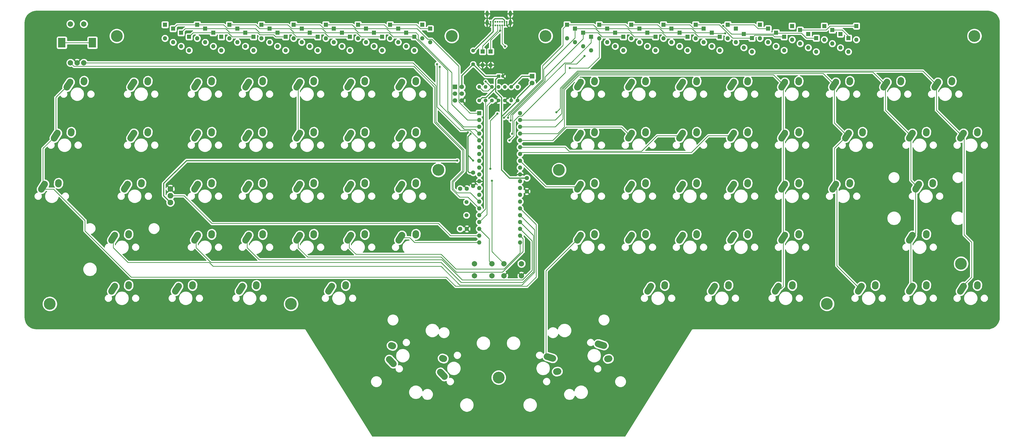
<source format=gtl>
%TF.GenerationSoftware,KiCad,Pcbnew,5.1.6-c6e7f7d~87~ubuntu18.04.1*%
%TF.CreationDate,2020-09-02T09:28:43+12:00*%
%TF.ProjectId,orthoCode,6f727468-6f43-46f6-9465-2e6b69636164,rev?*%
%TF.SameCoordinates,Original*%
%TF.FileFunction,Copper,L1,Top*%
%TF.FilePolarity,Positive*%
%FSLAX46Y46*%
G04 Gerber Fmt 4.6, Leading zero omitted, Abs format (unit mm)*
G04 Created by KiCad (PCBNEW 5.1.6-c6e7f7d~87~ubuntu18.04.1) date 2020-09-02 09:28:43*
%MOMM*%
%LPD*%
G01*
G04 APERTURE LIST*
%TA.AperFunction,ComponentPad*%
%ADD10C,4.400000*%
%TD*%
%TA.AperFunction,ComponentPad*%
%ADD11O,1.600000X1.600000*%
%TD*%
%TA.AperFunction,ComponentPad*%
%ADD12R,1.600000X1.600000*%
%TD*%
%TA.AperFunction,ComponentPad*%
%ADD13C,2.100000*%
%TD*%
%TA.AperFunction,ComponentPad*%
%ADD14C,1.400000*%
%TD*%
%TA.AperFunction,ComponentPad*%
%ADD15O,1.400000X1.400000*%
%TD*%
%TA.AperFunction,ComponentPad*%
%ADD16C,2.000000*%
%TD*%
%TA.AperFunction,ComponentPad*%
%ADD17C,1.600000*%
%TD*%
%TA.AperFunction,ComponentPad*%
%ADD18C,1.200000*%
%TD*%
%TA.AperFunction,ComponentPad*%
%ADD19R,1.200000X1.200000*%
%TD*%
%TA.AperFunction,ComponentPad*%
%ADD20C,1.700000*%
%TD*%
%TA.AperFunction,ComponentPad*%
%ADD21R,1.700000X1.700000*%
%TD*%
%TA.AperFunction,ComponentPad*%
%ADD22R,1.800000X1.800000*%
%TD*%
%TA.AperFunction,ComponentPad*%
%ADD23C,1.800000*%
%TD*%
%TA.AperFunction,ComponentPad*%
%ADD24R,2.800000X3.600000*%
%TD*%
%TA.AperFunction,ComponentPad*%
%ADD25C,0.650000*%
%TD*%
%TA.AperFunction,ComponentPad*%
%ADD26O,1.108000X2.216000*%
%TD*%
%TA.AperFunction,ComponentPad*%
%ADD27C,1.500000*%
%TD*%
%TA.AperFunction,ViaPad*%
%ADD28C,0.800000*%
%TD*%
%TA.AperFunction,Conductor*%
%ADD29C,0.400000*%
%TD*%
%TA.AperFunction,Conductor*%
%ADD30C,0.250000*%
%TD*%
%TA.AperFunction,Conductor*%
%ADD31C,0.254000*%
%TD*%
G04 APERTURE END LIST*
D10*
%TO.P,REF\u002A\u002A,1*%
%TO.N,N/C*%
X225000000Y-95000000D03*
%TD*%
%TO.P,REF\u002A\u002A,1*%
%TO.N,N/C*%
X180000000Y-95000000D03*
%TD*%
%TO.P,REF\u002A\u002A,1*%
%TO.N,N/C*%
X185000000Y-45000000D03*
%TD*%
%TO.P,REF\u002A\u002A,1*%
%TO.N,N/C*%
X220000000Y-45000000D03*
%TD*%
%TO.P,REF\u002A\u002A,1*%
%TO.N,N/C*%
X380000000Y-45000000D03*
%TD*%
%TO.P,REF\u002A\u002A,1*%
%TO.N,N/C*%
X60000000Y-45000000D03*
%TD*%
%TO.P,REF\u002A\u002A,1*%
%TO.N,N/C*%
X125000000Y-145000000D03*
%TD*%
%TO.P,REF\u002A\u002A,1*%
%TO.N,N/C*%
X325000000Y-145000000D03*
%TD*%
%TO.P,REF\u002A\u002A,1*%
%TO.N,N/C*%
X202500000Y-172500000D03*
%TD*%
%TO.P,REF\u002A\u002A,1*%
%TO.N,N/C*%
X375000000Y-130000000D03*
%TD*%
%TO.P,REF\u002A\u002A,1*%
%TO.N,N/C*%
X35000000Y-145000000D03*
%TD*%
D11*
%TO.P,D3:2,2*%
%TO.N,Net-(D3:2-Pad2)*%
X111000000Y-50350000D03*
D12*
%TO.P,D3:2,1*%
%TO.N,Row3*%
X111000000Y-45270000D03*
%TD*%
D11*
%TO.P,D2:6,2*%
%TO.N,Net-(D2:6-Pad2)*%
X174000000Y-45850000D03*
D12*
%TO.P,D2:6,1*%
%TO.N,Row2*%
X174000000Y-40770000D03*
%TD*%
D11*
%TO.P,D2:3,2*%
%TO.N,Net-(D2:3-Pad2)*%
X129000000Y-47350000D03*
D12*
%TO.P,D2:3,1*%
%TO.N,Row2*%
X129000000Y-42270000D03*
%TD*%
%TO.P,D2:4,1*%
%TO.N,Row2*%
X144000000Y-43770000D03*
D11*
%TO.P,D2:4,2*%
%TO.N,Net-(D2:4-Pad2)*%
X144000000Y-48850000D03*
%TD*%
%TO.P,D2:5,2*%
%TO.N,Net-(D2:5-Pad2)*%
X159000000Y-50350000D03*
D12*
%TO.P,D2:5,1*%
%TO.N,Row2*%
X159000000Y-45270000D03*
%TD*%
%TO.P,D1:2,1*%
%TO.N,Row1*%
X117000000Y-42270000D03*
D11*
%TO.P,D1:2,2*%
%TO.N,Net-(D1:2-Pad2)*%
X117000000Y-47350000D03*
%TD*%
%TO.P,D3:4,2*%
%TO.N,Net-(D3:4-Pad2)*%
X141000000Y-47350000D03*
D12*
%TO.P,D3:4,1*%
%TO.N,Row3*%
X141000000Y-42270000D03*
%TD*%
D11*
%TO.P,D5:2,2*%
%TO.N,Net-(D5:2-Pad2)*%
X105000000Y-47350000D03*
D12*
%TO.P,D5:2,1*%
%TO.N,Row5*%
X105000000Y-42270000D03*
%TD*%
%TO.P,D3:1,1*%
%TO.N,Row3*%
X96000000Y-43770000D03*
D11*
%TO.P,D3:1,2*%
%TO.N,Net-(D3:1-Pad2)*%
X96000000Y-48850000D03*
%TD*%
%TO.P,D3:5,2*%
%TO.N,Net-(D3:5-Pad2)*%
X156000000Y-48850000D03*
D12*
%TO.P,D3:5,1*%
%TO.N,Row3*%
X156000000Y-43770000D03*
%TD*%
D11*
%TO.P,D4:6,2*%
%TO.N,Net-(D4:6-Pad2)*%
X168000000Y-48850000D03*
D12*
%TO.P,D4:6,1*%
%TO.N,Row4*%
X168000000Y-43770000D03*
%TD*%
D11*
%TO.P,D3:0,2*%
%TO.N,Net-(D3:0-Pad2)*%
X87000000Y-50350000D03*
D12*
%TO.P,D3:0,1*%
%TO.N,Row3*%
X87000000Y-45270000D03*
%TD*%
D11*
%TO.P,D1:4,2*%
%TO.N,Net-(D1:4-Pad2)*%
X147000000Y-50350000D03*
D12*
%TO.P,D1:4,1*%
%TO.N,Row1*%
X147000000Y-45270000D03*
%TD*%
%TO.P,D4:4,1*%
%TO.N,Row4*%
X138000000Y-40770000D03*
D11*
%TO.P,D4:4,2*%
%TO.N,Net-(D4:4-Pad2)*%
X138000000Y-45850000D03*
%TD*%
D12*
%TO.P,D4:0,1*%
%TO.N,Row4*%
X84000000Y-43770000D03*
D11*
%TO.P,D4:0,2*%
%TO.N,Net-(D4:0-Pad2)*%
X84000000Y-48850000D03*
%TD*%
%TO.P,D2:1,2*%
%TO.N,Net-(D2:1-Pad2)*%
X99000000Y-50350000D03*
D12*
%TO.P,D2:1,1*%
%TO.N,Row2*%
X99000000Y-45270000D03*
%TD*%
%TO.P,DVol1,1*%
%TO.N,Row2*%
X78000000Y-40770000D03*
D11*
%TO.P,DVol1,2*%
%TO.N,Net-(DVol1-Pad2)*%
X78000000Y-45850000D03*
%TD*%
%TO.P,D1:6,2*%
%TO.N,Net-(D1:6-Pad2)*%
X177000000Y-47350000D03*
D12*
%TO.P,D1:6,1*%
%TO.N,Row1*%
X177000000Y-42270000D03*
%TD*%
%TO.P,D4:2,1*%
%TO.N,Row4*%
X108000000Y-43770000D03*
D11*
%TO.P,D4:2,2*%
%TO.N,Net-(D4:2-Pad2)*%
X108000000Y-48850000D03*
%TD*%
D12*
%TO.P,D1:3,1*%
%TO.N,Row1*%
X132000000Y-43770000D03*
D11*
%TO.P,D1:3,2*%
%TO.N,Net-(D1:3-Pad2)*%
X132000000Y-48850000D03*
%TD*%
D12*
%TO.P,D4:1,1*%
%TO.N,Row4*%
X93000000Y-42270000D03*
D11*
%TO.P,D4:1,2*%
%TO.N,Net-(D4:1-Pad2)*%
X93000000Y-47350000D03*
%TD*%
D12*
%TO.P,D5:3,1*%
%TO.N,Row5*%
X120000000Y-43770000D03*
D11*
%TO.P,D5:3,2*%
%TO.N,Net-(D5:3-Pad2)*%
X120000000Y-48850000D03*
%TD*%
%TO.P,D5:0,2*%
%TO.N,Net-(D5:0-Pad2)*%
X81000000Y-47350000D03*
D12*
%TO.P,D5:0,1*%
%TO.N,Row5*%
X81000000Y-42270000D03*
%TD*%
%TO.P,D5:6,1*%
%TO.N,Row5*%
X165000000Y-42270000D03*
D11*
%TO.P,D5:6,2*%
%TO.N,Net-(D5:6-Pad2)*%
X165000000Y-47350000D03*
%TD*%
D12*
%TO.P,D5:5,1*%
%TO.N,Row5*%
X150000000Y-40770000D03*
D11*
%TO.P,D5:5,2*%
%TO.N,Net-(D5:5-Pad2)*%
X150000000Y-45850000D03*
%TD*%
%TO.P,D5:4,2*%
%TO.N,Net-(D5:4-Pad2)*%
X135000000Y-50350000D03*
D12*
%TO.P,D5:4,1*%
%TO.N,Row5*%
X135000000Y-45270000D03*
%TD*%
D11*
%TO.P,D5:1,2*%
%TO.N,Net-(D5:1-Pad2)*%
X90000000Y-45850000D03*
D12*
%TO.P,D5:1,1*%
%TO.N,Row5*%
X90000000Y-40770000D03*
%TD*%
%TO.P,D3:3,1*%
%TO.N,Row3*%
X126000000Y-40770000D03*
D11*
%TO.P,D3:3,2*%
%TO.N,Net-(D3:3-Pad2)*%
X126000000Y-45850000D03*
%TD*%
D12*
%TO.P,D2:2,1*%
%TO.N,Row2*%
X114000000Y-40770000D03*
D11*
%TO.P,D2:2,2*%
%TO.N,Net-(D2:2-Pad2)*%
X114000000Y-45850000D03*
%TD*%
%TO.P,D1:5,2*%
%TO.N,Net-(D1:5-Pad2)*%
X162000000Y-45850000D03*
D12*
%TO.P,D1:5,1*%
%TO.N,Row1*%
X162000000Y-40770000D03*
%TD*%
%TO.P,D3:6,1*%
%TO.N,Row3*%
X171000000Y-45270000D03*
D11*
%TO.P,D3:6,2*%
%TO.N,Net-(D3:6-Pad2)*%
X171000000Y-50350000D03*
%TD*%
%TO.P,D4:5,2*%
%TO.N,Net-(D4:5-Pad2)*%
X153000000Y-47350000D03*
D12*
%TO.P,D4:5,1*%
%TO.N,Row4*%
X153000000Y-42270000D03*
%TD*%
D11*
%TO.P,D4:3,2*%
%TO.N,Net-(D4:3-Pad2)*%
X123000000Y-50350000D03*
D12*
%TO.P,D4:3,1*%
%TO.N,Row4*%
X123000000Y-45270000D03*
%TD*%
%TO.P,D1:1,1*%
%TO.N,Row1*%
X102000000Y-40770000D03*
D11*
%TO.P,D1:1,2*%
%TO.N,Net-(D1:1-Pad2)*%
X102000000Y-45850000D03*
%TD*%
D13*
%TO.P,RGB1,1*%
%TO.N,+5V*%
X80000000Y-107156250D03*
%TO.P,RGB1,2*%
%TO.N,RGB*%
X80000000Y-104616250D03*
%TO.P,RGB1,3*%
%TO.N,GND*%
X80000000Y-102076250D03*
%TD*%
D14*
%TO.P,R5,1*%
%TO.N,+5V*%
X195262500Y-69056250D03*
D15*
%TO.P,R5,2*%
%TO.N,Net-(D1-Pad1)*%
X195262500Y-63976250D03*
%TD*%
%TO.P,K1:8,2*%
%TO.N,Net-(D1:8-Pad2)*%
%TA.AperFunction,ComponentPad*%
G36*
G01*
X242878782Y-164329856D02*
X243447932Y-164218193D01*
G75*
G02*
X244915200Y-165204157I240652J-1226616D01*
G01*
X244915200Y-165204157D01*
G75*
G02*
X243929236Y-166671425I-1226616J-240652D01*
G01*
X243360086Y-166783087D01*
G75*
G02*
X241892818Y-165797123I-240652J1226616D01*
G01*
X241892818Y-165797123D01*
G75*
G02*
X242878782Y-164329855I1226616J240652D01*
G01*
G37*
%TD.AperFunction*%
%TO.P,K1:8,1*%
%TO.N,Col8*%
%TA.AperFunction,ComponentPad*%
G36*
G01*
X239985554Y-158720678D02*
X242131417Y-159397266D01*
G75*
G02*
X242947681Y-160965294I-375882J-1192146D01*
G01*
X242947681Y-160965294D01*
G75*
G02*
X241379653Y-161781558I-1192146J375882D01*
G01*
X239233789Y-161104970D01*
G75*
G02*
X238417525Y-159536942I375882J1192146D01*
G01*
X238417525Y-159536942D01*
G75*
G02*
X239985553Y-158720678I1192146J-375882D01*
G01*
G37*
%TD.AperFunction*%
%TD*%
%TO.P,K1:7,2*%
%TO.N,Net-(D1:7-Pad2)*%
%TA.AperFunction,ComponentPad*%
G36*
G01*
X223828782Y-169092356D02*
X224397932Y-168980693D01*
G75*
G02*
X225865200Y-169966657I240652J-1226616D01*
G01*
X225865200Y-169966657D01*
G75*
G02*
X224879236Y-171433925I-1226616J-240652D01*
G01*
X224310086Y-171545587D01*
G75*
G02*
X222842818Y-170559623I-240652J1226616D01*
G01*
X222842818Y-170559623D01*
G75*
G02*
X223828782Y-169092355I1226616J240652D01*
G01*
G37*
%TD.AperFunction*%
%TO.P,K1:7,1*%
%TO.N,Col7*%
%TA.AperFunction,ComponentPad*%
G36*
G01*
X220935554Y-163483178D02*
X223081417Y-164159766D01*
G75*
G02*
X223897681Y-165727794I-375882J-1192146D01*
G01*
X223897681Y-165727794D01*
G75*
G02*
X222329653Y-166544058I-1192146J375882D01*
G01*
X220183789Y-165867470D01*
G75*
G02*
X219367525Y-164299442I375882J1192146D01*
G01*
X219367525Y-164299442D01*
G75*
G02*
X220935553Y-163483178I1192146J-375882D01*
G01*
G37*
%TD.AperFunction*%
%TD*%
%TO.P,K1:5,2*%
%TO.N,Net-(D1:5-Pad2)*%
%TA.AperFunction,ComponentPad*%
G36*
G01*
X162582407Y-161908917D02*
X162033677Y-161721045D01*
G75*
G02*
X161255967Y-160133541I404897J1182607D01*
G01*
X161255967Y-160133541D01*
G75*
G02*
X162843471Y-159355831I1182607J-404897D01*
G01*
X163392201Y-159543703D01*
G75*
G02*
X164169911Y-161131207I-404897J-1182607D01*
G01*
X164169911Y-161131207D01*
G75*
G02*
X162582407Y-161908917I-1182607J404897D01*
G01*
G37*
%TD.AperFunction*%
%TO.P,K1:5,1*%
%TO.N,Col5*%
%TA.AperFunction,ComponentPad*%
G36*
G01*
X162283427Y-168213221D02*
X160763349Y-166554347D01*
G75*
G02*
X160840458Y-164788262I921597J844488D01*
G01*
X160840458Y-164788262D01*
G75*
G02*
X162606543Y-164865371I844488J-921597D01*
G01*
X164126621Y-166524245D01*
G75*
G02*
X164049512Y-168290330I-921597J-844488D01*
G01*
X164049512Y-168290330D01*
G75*
G02*
X162283427Y-168213221I-844488J921597D01*
G01*
G37*
%TD.AperFunction*%
%TD*%
%TO.P,K1:4,2*%
%TO.N,Net-(D1:4-Pad2)*%
%TA.AperFunction,ComponentPad*%
G36*
G01*
X144128170Y-138289309D02*
X144167619Y-137710653D01*
G75*
G02*
X145499743Y-136548567I1247105J-85019D01*
G01*
X145499743Y-136548567D01*
G75*
G02*
X146661829Y-137880691I-85019J-1247105D01*
G01*
X146622381Y-138459347D01*
G75*
G02*
X145290257Y-139621433I-1247105J85019D01*
G01*
X145290257Y-139621433D01*
G75*
G02*
X144128171Y-138289309I85019J1247105D01*
G01*
G37*
%TD.AperFunction*%
%TO.P,K1:4,1*%
%TO.N,Col4*%
%TA.AperFunction,ComponentPad*%
G36*
G01*
X137961299Y-139632191D02*
X139170223Y-137734560D01*
G75*
G02*
X140896087Y-137351946I1054239J-671625D01*
G01*
X140896087Y-137351946D01*
G75*
G02*
X141278701Y-139077810I-671625J-1054239D01*
G01*
X140069777Y-140975440D01*
G75*
G02*
X138343913Y-141358054I-1054239J671625D01*
G01*
X138343913Y-141358054D01*
G75*
G02*
X137961299Y-139632190I671625J1054239D01*
G01*
G37*
%TD.AperFunction*%
%TD*%
D16*
%TO.P,BOOT1,1*%
%TO.N,GND*%
X193500000Y-134500000D03*
%TO.P,BOOT1,2*%
%TO.N,boot*%
X193500000Y-130000000D03*
%TO.P,BOOT1,1*%
%TO.N,GND*%
X200000000Y-134500000D03*
%TO.P,BOOT1,2*%
%TO.N,boot*%
X200000000Y-130000000D03*
%TD*%
D17*
%TO.P,C1,2*%
%TO.N,GND*%
X190618750Y-117000000D03*
%TO.P,C1,1*%
%TO.N,Net-(C1-Pad1)*%
X188118750Y-117000000D03*
%TD*%
%TO.P,C2,1*%
%TO.N,Net-(C2-Pad1)*%
X188118750Y-102000000D03*
%TO.P,C2,2*%
%TO.N,GND*%
X190618750Y-102000000D03*
%TD*%
%TO.P,C3,2*%
%TO.N,GND*%
X213000000Y-103000000D03*
%TO.P,C3,1*%
%TO.N,+5V*%
X213000000Y-98000000D03*
%TD*%
%TO.P,C4,1*%
%TO.N,+5V*%
X193000000Y-96000000D03*
%TO.P,C4,2*%
%TO.N,GND*%
X193000000Y-101000000D03*
%TD*%
D18*
%TO.P,C5,2*%
%TO.N,GND*%
X204000000Y-60000000D03*
D19*
%TO.P,C5,1*%
%TO.N,+5V*%
X202500000Y-60000000D03*
%TD*%
D12*
%TO.P,D1,1*%
%TO.N,Net-(D1-Pad1)*%
X196500000Y-50770000D03*
D11*
%TO.P,D1,2*%
%TO.N,GND*%
X196500000Y-55850000D03*
%TD*%
%TO.P,D2,2*%
%TO.N,GND*%
X199500000Y-55850000D03*
D12*
%TO.P,D2,1*%
%TO.N,Net-(D2-Pad1)*%
X199500000Y-50770000D03*
%TD*%
D11*
%TO.P,D1:8,2*%
%TO.N,Net-(D1:8-Pad2)*%
X255000000Y-47350000D03*
D12*
%TO.P,D1:8,1*%
%TO.N,Row1*%
X255000000Y-42270000D03*
%TD*%
D11*
%TO.P,D1:7,2*%
%TO.N,Net-(D1:7-Pad2)*%
X240000000Y-45850000D03*
D12*
%TO.P,D1:7,1*%
%TO.N,Row1*%
X240000000Y-40770000D03*
%TD*%
D11*
%TO.P,D1:9,2*%
%TO.N,Net-(D1:9-Pad2)*%
X270000000Y-48850000D03*
D12*
%TO.P,D1:9,1*%
%TO.N,Row1*%
X270000000Y-43770000D03*
%TD*%
D11*
%TO.P,D1:10,2*%
%TO.N,Net-(D1:10-Pad2)*%
X285000000Y-50350000D03*
D12*
%TO.P,D1:10,1*%
%TO.N,Row1*%
X285000000Y-45270000D03*
%TD*%
%TO.P,D1:11,1*%
%TO.N,Row1*%
X288000000Y-40770000D03*
D11*
%TO.P,D1:11,2*%
%TO.N,Net-(D1:11-Pad2)*%
X288000000Y-45850000D03*
%TD*%
D12*
%TO.P,D1:12,1*%
%TO.N,Row1*%
X303000000Y-42270000D03*
D11*
%TO.P,D1:12,2*%
%TO.N,Net-(D1:12-Pad2)*%
X303000000Y-47350000D03*
%TD*%
%TO.P,D1:13,2*%
%TO.N,Net-(D1:13-Pad2)*%
X315000000Y-47850000D03*
D12*
%TO.P,D1:13,1*%
%TO.N,Row1*%
X315000000Y-42770000D03*
%TD*%
%TO.P,D1:14,1*%
%TO.N,Row1*%
X336000000Y-41270000D03*
D11*
%TO.P,D1:14,2*%
%TO.N,Net-(D1:14-Pad2)*%
X336000000Y-46350000D03*
%TD*%
%TO.P,D2:7,2*%
%TO.N,Net-(D2:7-Pad2)*%
X237000000Y-50350000D03*
D12*
%TO.P,D2:7,1*%
%TO.N,Row2*%
X237000000Y-45270000D03*
%TD*%
D11*
%TO.P,D2:8,2*%
%TO.N,Net-(D2:8-Pad2)*%
X252000000Y-45850000D03*
D12*
%TO.P,D2:8,1*%
%TO.N,Row2*%
X252000000Y-40770000D03*
%TD*%
%TO.P,D2:9,1*%
%TO.N,Row2*%
X267000000Y-42270000D03*
D11*
%TO.P,D2:9,2*%
%TO.N,Net-(D2:9-Pad2)*%
X267000000Y-47350000D03*
%TD*%
D12*
%TO.P,D2:10,1*%
%TO.N,Row2*%
X282000000Y-43770000D03*
D11*
%TO.P,D2:10,2*%
%TO.N,Net-(D2:10-Pad2)*%
X282000000Y-48850000D03*
%TD*%
%TO.P,D2:11,2*%
%TO.N,Net-(D2:11-Pad2)*%
X291000000Y-47350000D03*
D12*
%TO.P,D2:11,1*%
%TO.N,Row2*%
X291000000Y-42270000D03*
%TD*%
D11*
%TO.P,D2:13,2*%
%TO.N,Net-(D2:13-Pad2)*%
X318000000Y-49350000D03*
D12*
%TO.P,D2:13,1*%
%TO.N,Row2*%
X318000000Y-44270000D03*
%TD*%
%TO.P,D3:7,1*%
%TO.N,Row3*%
X234000000Y-43770000D03*
D11*
%TO.P,D3:7,2*%
%TO.N,Net-(D3:7-Pad2)*%
X234000000Y-48850000D03*
%TD*%
D12*
%TO.P,D3:8,1*%
%TO.N,Row3*%
X249000000Y-45270000D03*
D11*
%TO.P,D3:8,2*%
%TO.N,Net-(D3:8-Pad2)*%
X249000000Y-50350000D03*
%TD*%
%TO.P,D3:9,2*%
%TO.N,Net-(D3:9-Pad2)*%
X264000000Y-45850000D03*
D12*
%TO.P,D3:9,1*%
%TO.N,Row3*%
X264000000Y-40770000D03*
%TD*%
D11*
%TO.P,D3:10,2*%
%TO.N,Net-(D3:10-Pad2)*%
X279000000Y-47350000D03*
D12*
%TO.P,D3:10,1*%
%TO.N,Row3*%
X279000000Y-42270000D03*
%TD*%
%TO.P,D3:11,1*%
%TO.N,Row3*%
X294000000Y-44270000D03*
D11*
%TO.P,D3:11,2*%
%TO.N,Net-(D3:11-Pad2)*%
X294000000Y-49350000D03*
%TD*%
D12*
%TO.P,D3:12,1*%
%TO.N,Row3*%
X306000000Y-43770000D03*
D11*
%TO.P,D3:12,2*%
%TO.N,Net-(D3:12-Pad2)*%
X306000000Y-48850000D03*
%TD*%
D12*
%TO.P,D3:13,1*%
%TO.N,Row3*%
X321000000Y-45770000D03*
D11*
%TO.P,D3:13,2*%
%TO.N,Net-(D3:13-Pad2)*%
X321000000Y-50850000D03*
%TD*%
%TO.P,D4:7,2*%
%TO.N,Net-(D4:7-Pad2)*%
X231000000Y-47350000D03*
D12*
%TO.P,D4:7,1*%
%TO.N,Row4*%
X231000000Y-42270000D03*
%TD*%
D11*
%TO.P,D4:8,2*%
%TO.N,Net-(D4:8-Pad2)*%
X246000000Y-48850000D03*
D12*
%TO.P,D4:8,1*%
%TO.N,Row4*%
X246000000Y-43770000D03*
%TD*%
D11*
%TO.P,D4:9,2*%
%TO.N,Net-(D4:9-Pad2)*%
X261000000Y-50350000D03*
D12*
%TO.P,D4:9,1*%
%TO.N,Row4*%
X261000000Y-45270000D03*
%TD*%
%TO.P,D4:10,1*%
%TO.N,Row4*%
X276000000Y-40770000D03*
D11*
%TO.P,D4:10,2*%
%TO.N,Net-(D4:10-Pad2)*%
X276000000Y-45850000D03*
%TD*%
%TO.P,D4:11,2*%
%TO.N,Net-(D4:11-Pad2)*%
X297000000Y-50850000D03*
D12*
%TO.P,D4:11,1*%
%TO.N,Row4*%
X297000000Y-45770000D03*
%TD*%
%TO.P,D4:12,1*%
%TO.N,Row4*%
X309000000Y-45270000D03*
D11*
%TO.P,D4:12,2*%
%TO.N,Net-(D4:12-Pad2)*%
X309000000Y-50350000D03*
%TD*%
%TO.P,D4:13,2*%
%TO.N,Net-(D4:13-Pad2)*%
X327000000Y-47850000D03*
D12*
%TO.P,D4:13,1*%
%TO.N,Row4*%
X327000000Y-42770000D03*
%TD*%
D11*
%TO.P,D4:14,2*%
%TO.N,Net-(D4:14-Pad2)*%
X333000000Y-50850000D03*
D12*
%TO.P,D4:14,1*%
%TO.N,Row4*%
X333000000Y-45770000D03*
%TD*%
%TO.P,D5:7,1*%
%TO.N,Row5*%
X228000000Y-40770000D03*
D11*
%TO.P,D5:7,2*%
%TO.N,Net-(D5:7-Pad2)*%
X228000000Y-45850000D03*
%TD*%
D12*
%TO.P,D5:8,1*%
%TO.N,Row5*%
X243000000Y-42270000D03*
D11*
%TO.P,D5:8,2*%
%TO.N,Net-(D5:8-Pad2)*%
X243000000Y-47350000D03*
%TD*%
D12*
%TO.P,D5:9,1*%
%TO.N,Row5*%
X258000000Y-43770000D03*
D11*
%TO.P,D5:9,2*%
%TO.N,Net-(D5:9-Pad2)*%
X258000000Y-48850000D03*
%TD*%
D12*
%TO.P,D5:10,1*%
%TO.N,Row5*%
X273000000Y-45270000D03*
D11*
%TO.P,D5:10,2*%
%TO.N,Net-(D5:10-Pad2)*%
X273000000Y-50350000D03*
%TD*%
D12*
%TO.P,D5:11,1*%
%TO.N,Row5*%
X300000000Y-40770000D03*
D11*
%TO.P,D5:11,2*%
%TO.N,Net-(D5:11-Pad2)*%
X300000000Y-45850000D03*
%TD*%
%TO.P,D5:12,2*%
%TO.N,Net-(D5:12-Pad2)*%
X312000000Y-46350000D03*
D12*
%TO.P,D5:12,1*%
%TO.N,Row5*%
X312000000Y-41270000D03*
%TD*%
%TO.P,D5:13,1*%
%TO.N,Row5*%
X324000000Y-41270000D03*
D11*
%TO.P,D5:13,2*%
%TO.N,Net-(D5:13-Pad2)*%
X324000000Y-46350000D03*
%TD*%
D12*
%TO.P,D5:14,1*%
%TO.N,Row5*%
X330000000Y-44270000D03*
D11*
%TO.P,D5:14,2*%
%TO.N,Net-(D5:14-Pad2)*%
X330000000Y-49350000D03*
%TD*%
D14*
%TO.P,F1,1*%
%TO.N,VCC*%
X193000000Y-50450000D03*
%TO.P,F1,2*%
%TO.N,+5V*%
X193000000Y-55550000D03*
%TD*%
D20*
%TO.P,J1,6*%
%TO.N,GND*%
X188770000Y-69040000D03*
%TO.P,J1,5*%
%TO.N,reset*%
X186230000Y-69040000D03*
%TO.P,J1,4*%
%TO.N,MOSI*%
X188770000Y-66500000D03*
%TO.P,J1,3*%
%TO.N,SCK*%
X186230000Y-66500000D03*
%TO.P,J1,2*%
%TO.N,+5V*%
X188770000Y-63960000D03*
D21*
%TO.P,J1,1*%
%TO.N,MISO*%
X186230000Y-63960000D03*
%TD*%
%TO.P,K1:1,1*%
%TO.N,Col1*%
%TA.AperFunction,ComponentPad*%
G36*
G01*
X56998799Y-139632191D02*
X58207723Y-137734560D01*
G75*
G02*
X59933587Y-137351946I1054239J-671625D01*
G01*
X59933587Y-137351946D01*
G75*
G02*
X60316201Y-139077810I-671625J-1054239D01*
G01*
X59107277Y-140975440D01*
G75*
G02*
X57381413Y-141358054I-1054239J671625D01*
G01*
X57381413Y-141358054D01*
G75*
G02*
X56998799Y-139632190I671625J1054239D01*
G01*
G37*
%TD.AperFunction*%
%TO.P,K1:1,2*%
%TO.N,Net-(D1:1-Pad2)*%
%TA.AperFunction,ComponentPad*%
G36*
G01*
X63165670Y-138289309D02*
X63205119Y-137710653D01*
G75*
G02*
X64537243Y-136548567I1247105J-85019D01*
G01*
X64537243Y-136548567D01*
G75*
G02*
X65699329Y-137880691I-85019J-1247105D01*
G01*
X65659881Y-138459347D01*
G75*
G02*
X64327757Y-139621433I-1247105J85019D01*
G01*
X64327757Y-139621433D01*
G75*
G02*
X63165671Y-138289309I85019J1247105D01*
G01*
G37*
%TD.AperFunction*%
%TD*%
%TO.P,K1:2,1*%
%TO.N,Col2*%
%TA.AperFunction,ComponentPad*%
G36*
G01*
X80811299Y-139632191D02*
X82020223Y-137734560D01*
G75*
G02*
X83746087Y-137351946I1054239J-671625D01*
G01*
X83746087Y-137351946D01*
G75*
G02*
X84128701Y-139077810I-671625J-1054239D01*
G01*
X82919777Y-140975440D01*
G75*
G02*
X81193913Y-141358054I-1054239J671625D01*
G01*
X81193913Y-141358054D01*
G75*
G02*
X80811299Y-139632190I671625J1054239D01*
G01*
G37*
%TD.AperFunction*%
%TO.P,K1:2,2*%
%TO.N,Net-(D1:2-Pad2)*%
%TA.AperFunction,ComponentPad*%
G36*
G01*
X86978170Y-138289309D02*
X87017619Y-137710653D01*
G75*
G02*
X88349743Y-136548567I1247105J-85019D01*
G01*
X88349743Y-136548567D01*
G75*
G02*
X89511829Y-137880691I-85019J-1247105D01*
G01*
X89472381Y-138459347D01*
G75*
G02*
X88140257Y-139621433I-1247105J85019D01*
G01*
X88140257Y-139621433D01*
G75*
G02*
X86978171Y-138289309I85019J1247105D01*
G01*
G37*
%TD.AperFunction*%
%TD*%
%TO.P,K1:3,2*%
%TO.N,Net-(D1:3-Pad2)*%
%TA.AperFunction,ComponentPad*%
G36*
G01*
X110790670Y-138289309D02*
X110830119Y-137710653D01*
G75*
G02*
X112162243Y-136548567I1247105J-85019D01*
G01*
X112162243Y-136548567D01*
G75*
G02*
X113324329Y-137880691I-85019J-1247105D01*
G01*
X113284881Y-138459347D01*
G75*
G02*
X111952757Y-139621433I-1247105J85019D01*
G01*
X111952757Y-139621433D01*
G75*
G02*
X110790671Y-138289309I85019J1247105D01*
G01*
G37*
%TD.AperFunction*%
%TO.P,K1:3,1*%
%TO.N,Col3*%
%TA.AperFunction,ComponentPad*%
G36*
G01*
X104623799Y-139632191D02*
X105832723Y-137734560D01*
G75*
G02*
X107558587Y-137351946I1054239J-671625D01*
G01*
X107558587Y-137351946D01*
G75*
G02*
X107941201Y-139077810I-671625J-1054239D01*
G01*
X106732277Y-140975440D01*
G75*
G02*
X105006413Y-141358054I-1054239J671625D01*
G01*
X105006413Y-141358054D01*
G75*
G02*
X104623799Y-139632190I671625J1054239D01*
G01*
G37*
%TD.AperFunction*%
%TD*%
%TO.P,K1:6,1*%
%TO.N,Col6*%
%TA.AperFunction,ComponentPad*%
G36*
G01*
X181333427Y-172975721D02*
X179813349Y-171316847D01*
G75*
G02*
X179890458Y-169550762I921597J844488D01*
G01*
X179890458Y-169550762D01*
G75*
G02*
X181656543Y-169627871I844488J-921597D01*
G01*
X183176621Y-171286745D01*
G75*
G02*
X183099512Y-173052830I-921597J-844488D01*
G01*
X183099512Y-173052830D01*
G75*
G02*
X181333427Y-172975721I-844488J921597D01*
G01*
G37*
%TD.AperFunction*%
%TO.P,K1:6,2*%
%TO.N,Net-(D1:6-Pad2)*%
%TA.AperFunction,ComponentPad*%
G36*
G01*
X181632407Y-166671417D02*
X181083677Y-166483545D01*
G75*
G02*
X180305967Y-164896041I404897J1182607D01*
G01*
X180305967Y-164896041D01*
G75*
G02*
X181893471Y-164118331I1182607J-404897D01*
G01*
X182442201Y-164306203D01*
G75*
G02*
X183219911Y-165893707I-404897J-1182607D01*
G01*
X183219911Y-165893707D01*
G75*
G02*
X181632407Y-166671417I-1182607J404897D01*
G01*
G37*
%TD.AperFunction*%
%TD*%
%TO.P,K1:9,1*%
%TO.N,Col9*%
%TA.AperFunction,ComponentPad*%
G36*
G01*
X257023799Y-139632191D02*
X258232723Y-137734560D01*
G75*
G02*
X259958587Y-137351946I1054239J-671625D01*
G01*
X259958587Y-137351946D01*
G75*
G02*
X260341201Y-139077810I-671625J-1054239D01*
G01*
X259132277Y-140975440D01*
G75*
G02*
X257406413Y-141358054I-1054239J671625D01*
G01*
X257406413Y-141358054D01*
G75*
G02*
X257023799Y-139632190I671625J1054239D01*
G01*
G37*
%TD.AperFunction*%
%TO.P,K1:9,2*%
%TO.N,Net-(D1:9-Pad2)*%
%TA.AperFunction,ComponentPad*%
G36*
G01*
X263190670Y-138289309D02*
X263230119Y-137710653D01*
G75*
G02*
X264562243Y-136548567I1247105J-85019D01*
G01*
X264562243Y-136548567D01*
G75*
G02*
X265724329Y-137880691I-85019J-1247105D01*
G01*
X265684881Y-138459347D01*
G75*
G02*
X264352757Y-139621433I-1247105J85019D01*
G01*
X264352757Y-139621433D01*
G75*
G02*
X263190671Y-138289309I85019J1247105D01*
G01*
G37*
%TD.AperFunction*%
%TD*%
%TO.P,K1:10,2*%
%TO.N,Net-(D1:10-Pad2)*%
%TA.AperFunction,ComponentPad*%
G36*
G01*
X287003170Y-138289309D02*
X287042619Y-137710653D01*
G75*
G02*
X288374743Y-136548567I1247105J-85019D01*
G01*
X288374743Y-136548567D01*
G75*
G02*
X289536829Y-137880691I-85019J-1247105D01*
G01*
X289497381Y-138459347D01*
G75*
G02*
X288165257Y-139621433I-1247105J85019D01*
G01*
X288165257Y-139621433D01*
G75*
G02*
X287003171Y-138289309I85019J1247105D01*
G01*
G37*
%TD.AperFunction*%
%TO.P,K1:10,1*%
%TO.N,Col10*%
%TA.AperFunction,ComponentPad*%
G36*
G01*
X280836299Y-139632191D02*
X282045223Y-137734560D01*
G75*
G02*
X283771087Y-137351946I1054239J-671625D01*
G01*
X283771087Y-137351946D01*
G75*
G02*
X284153701Y-139077810I-671625J-1054239D01*
G01*
X282944777Y-140975440D01*
G75*
G02*
X281218913Y-141358054I-1054239J671625D01*
G01*
X281218913Y-141358054D01*
G75*
G02*
X280836299Y-139632190I671625J1054239D01*
G01*
G37*
%TD.AperFunction*%
%TD*%
%TO.P,K1:11,1*%
%TO.N,Col11*%
%TA.AperFunction,ComponentPad*%
G36*
G01*
X304648799Y-139632191D02*
X305857723Y-137734560D01*
G75*
G02*
X307583587Y-137351946I1054239J-671625D01*
G01*
X307583587Y-137351946D01*
G75*
G02*
X307966201Y-139077810I-671625J-1054239D01*
G01*
X306757277Y-140975440D01*
G75*
G02*
X305031413Y-141358054I-1054239J671625D01*
G01*
X305031413Y-141358054D01*
G75*
G02*
X304648799Y-139632190I671625J1054239D01*
G01*
G37*
%TD.AperFunction*%
%TO.P,K1:11,2*%
%TO.N,Net-(D1:11-Pad2)*%
%TA.AperFunction,ComponentPad*%
G36*
G01*
X310815670Y-138289309D02*
X310855119Y-137710653D01*
G75*
G02*
X312187243Y-136548567I1247105J-85019D01*
G01*
X312187243Y-136548567D01*
G75*
G02*
X313349329Y-137880691I-85019J-1247105D01*
G01*
X313309881Y-138459347D01*
G75*
G02*
X311977757Y-139621433I-1247105J85019D01*
G01*
X311977757Y-139621433D01*
G75*
G02*
X310815671Y-138289309I85019J1247105D01*
G01*
G37*
%TD.AperFunction*%
%TD*%
%TO.P,K1:12,1*%
%TO.N,Col12*%
%TA.AperFunction,ComponentPad*%
G36*
G01*
X335605049Y-139632191D02*
X336813973Y-137734560D01*
G75*
G02*
X338539837Y-137351946I1054239J-671625D01*
G01*
X338539837Y-137351946D01*
G75*
G02*
X338922451Y-139077810I-671625J-1054239D01*
G01*
X337713527Y-140975440D01*
G75*
G02*
X335987663Y-141358054I-1054239J671625D01*
G01*
X335987663Y-141358054D01*
G75*
G02*
X335605049Y-139632190I671625J1054239D01*
G01*
G37*
%TD.AperFunction*%
%TO.P,K1:12,2*%
%TO.N,Net-(D1:12-Pad2)*%
%TA.AperFunction,ComponentPad*%
G36*
G01*
X341771920Y-138289309D02*
X341811369Y-137710653D01*
G75*
G02*
X343143493Y-136548567I1247105J-85019D01*
G01*
X343143493Y-136548567D01*
G75*
G02*
X344305579Y-137880691I-85019J-1247105D01*
G01*
X344266131Y-138459347D01*
G75*
G02*
X342934007Y-139621433I-1247105J85019D01*
G01*
X342934007Y-139621433D01*
G75*
G02*
X341771921Y-138289309I85019J1247105D01*
G01*
G37*
%TD.AperFunction*%
%TD*%
%TO.P,K1:13,1*%
%TO.N,Col13*%
%TA.AperFunction,ComponentPad*%
G36*
G01*
X354655049Y-139632191D02*
X355863973Y-137734560D01*
G75*
G02*
X357589837Y-137351946I1054239J-671625D01*
G01*
X357589837Y-137351946D01*
G75*
G02*
X357972451Y-139077810I-671625J-1054239D01*
G01*
X356763527Y-140975440D01*
G75*
G02*
X355037663Y-141358054I-1054239J671625D01*
G01*
X355037663Y-141358054D01*
G75*
G02*
X354655049Y-139632190I671625J1054239D01*
G01*
G37*
%TD.AperFunction*%
%TO.P,K1:13,2*%
%TO.N,Net-(D1:13-Pad2)*%
%TA.AperFunction,ComponentPad*%
G36*
G01*
X360821920Y-138289309D02*
X360861369Y-137710653D01*
G75*
G02*
X362193493Y-136548567I1247105J-85019D01*
G01*
X362193493Y-136548567D01*
G75*
G02*
X363355579Y-137880691I-85019J-1247105D01*
G01*
X363316131Y-138459347D01*
G75*
G02*
X361984007Y-139621433I-1247105J85019D01*
G01*
X361984007Y-139621433D01*
G75*
G02*
X360821921Y-138289309I85019J1247105D01*
G01*
G37*
%TD.AperFunction*%
%TD*%
%TO.P,K1:14,1*%
%TO.N,Col14*%
%TA.AperFunction,ComponentPad*%
G36*
G01*
X373705049Y-139632191D02*
X374913973Y-137734560D01*
G75*
G02*
X376639837Y-137351946I1054239J-671625D01*
G01*
X376639837Y-137351946D01*
G75*
G02*
X377022451Y-139077810I-671625J-1054239D01*
G01*
X375813527Y-140975440D01*
G75*
G02*
X374087663Y-141358054I-1054239J671625D01*
G01*
X374087663Y-141358054D01*
G75*
G02*
X373705049Y-139632190I671625J1054239D01*
G01*
G37*
%TD.AperFunction*%
%TO.P,K1:14,2*%
%TO.N,Net-(D1:14-Pad2)*%
%TA.AperFunction,ComponentPad*%
G36*
G01*
X379871920Y-138289309D02*
X379911369Y-137710653D01*
G75*
G02*
X381243493Y-136548567I1247105J-85019D01*
G01*
X381243493Y-136548567D01*
G75*
G02*
X382405579Y-137880691I-85019J-1247105D01*
G01*
X382366131Y-138459347D01*
G75*
G02*
X381034007Y-139621433I-1247105J85019D01*
G01*
X381034007Y-139621433D01*
G75*
G02*
X379871921Y-138289309I85019J1247105D01*
G01*
G37*
%TD.AperFunction*%
%TD*%
%TO.P,K2:2,1*%
%TO.N,Col2*%
%TA.AperFunction,ComponentPad*%
G36*
G01*
X87955049Y-120582191D02*
X89163973Y-118684560D01*
G75*
G02*
X90889837Y-118301946I1054239J-671625D01*
G01*
X90889837Y-118301946D01*
G75*
G02*
X91272451Y-120027810I-671625J-1054239D01*
G01*
X90063527Y-121925440D01*
G75*
G02*
X88337663Y-122308054I-1054239J671625D01*
G01*
X88337663Y-122308054D01*
G75*
G02*
X87955049Y-120582190I671625J1054239D01*
G01*
G37*
%TD.AperFunction*%
%TO.P,K2:2,2*%
%TO.N,Net-(D2:2-Pad2)*%
%TA.AperFunction,ComponentPad*%
G36*
G01*
X94121920Y-119239309D02*
X94161369Y-118660653D01*
G75*
G02*
X95493493Y-117498567I1247105J-85019D01*
G01*
X95493493Y-117498567D01*
G75*
G02*
X96655579Y-118830691I-85019J-1247105D01*
G01*
X96616131Y-119409347D01*
G75*
G02*
X95284007Y-120571433I-1247105J85019D01*
G01*
X95284007Y-120571433D01*
G75*
G02*
X94121921Y-119239309I85019J1247105D01*
G01*
G37*
%TD.AperFunction*%
%TD*%
%TO.P,K2:3,1*%
%TO.N,Col3*%
%TA.AperFunction,ComponentPad*%
G36*
G01*
X107005049Y-120582191D02*
X108213973Y-118684560D01*
G75*
G02*
X109939837Y-118301946I1054239J-671625D01*
G01*
X109939837Y-118301946D01*
G75*
G02*
X110322451Y-120027810I-671625J-1054239D01*
G01*
X109113527Y-121925440D01*
G75*
G02*
X107387663Y-122308054I-1054239J671625D01*
G01*
X107387663Y-122308054D01*
G75*
G02*
X107005049Y-120582190I671625J1054239D01*
G01*
G37*
%TD.AperFunction*%
%TO.P,K2:3,2*%
%TO.N,Net-(D2:3-Pad2)*%
%TA.AperFunction,ComponentPad*%
G36*
G01*
X113171920Y-119239309D02*
X113211369Y-118660653D01*
G75*
G02*
X114543493Y-117498567I1247105J-85019D01*
G01*
X114543493Y-117498567D01*
G75*
G02*
X115705579Y-118830691I-85019J-1247105D01*
G01*
X115666131Y-119409347D01*
G75*
G02*
X114334007Y-120571433I-1247105J85019D01*
G01*
X114334007Y-120571433D01*
G75*
G02*
X113171921Y-119239309I85019J1247105D01*
G01*
G37*
%TD.AperFunction*%
%TD*%
%TO.P,K2:4,2*%
%TO.N,Net-(D2:4-Pad2)*%
%TA.AperFunction,ComponentPad*%
G36*
G01*
X132221920Y-119239309D02*
X132261369Y-118660653D01*
G75*
G02*
X133593493Y-117498567I1247105J-85019D01*
G01*
X133593493Y-117498567D01*
G75*
G02*
X134755579Y-118830691I-85019J-1247105D01*
G01*
X134716131Y-119409347D01*
G75*
G02*
X133384007Y-120571433I-1247105J85019D01*
G01*
X133384007Y-120571433D01*
G75*
G02*
X132221921Y-119239309I85019J1247105D01*
G01*
G37*
%TD.AperFunction*%
%TO.P,K2:4,1*%
%TO.N,Col4*%
%TA.AperFunction,ComponentPad*%
G36*
G01*
X126055049Y-120582191D02*
X127263973Y-118684560D01*
G75*
G02*
X128989837Y-118301946I1054239J-671625D01*
G01*
X128989837Y-118301946D01*
G75*
G02*
X129372451Y-120027810I-671625J-1054239D01*
G01*
X128163527Y-121925440D01*
G75*
G02*
X126437663Y-122308054I-1054239J671625D01*
G01*
X126437663Y-122308054D01*
G75*
G02*
X126055049Y-120582190I671625J1054239D01*
G01*
G37*
%TD.AperFunction*%
%TD*%
%TO.P,K2:5,2*%
%TO.N,Net-(D2:5-Pad2)*%
%TA.AperFunction,ComponentPad*%
G36*
G01*
X151271920Y-119239309D02*
X151311369Y-118660653D01*
G75*
G02*
X152643493Y-117498567I1247105J-85019D01*
G01*
X152643493Y-117498567D01*
G75*
G02*
X153805579Y-118830691I-85019J-1247105D01*
G01*
X153766131Y-119409347D01*
G75*
G02*
X152434007Y-120571433I-1247105J85019D01*
G01*
X152434007Y-120571433D01*
G75*
G02*
X151271921Y-119239309I85019J1247105D01*
G01*
G37*
%TD.AperFunction*%
%TO.P,K2:5,1*%
%TO.N,Col5*%
%TA.AperFunction,ComponentPad*%
G36*
G01*
X145105049Y-120582191D02*
X146313973Y-118684560D01*
G75*
G02*
X148039837Y-118301946I1054239J-671625D01*
G01*
X148039837Y-118301946D01*
G75*
G02*
X148422451Y-120027810I-671625J-1054239D01*
G01*
X147213527Y-121925440D01*
G75*
G02*
X145487663Y-122308054I-1054239J671625D01*
G01*
X145487663Y-122308054D01*
G75*
G02*
X145105049Y-120582190I671625J1054239D01*
G01*
G37*
%TD.AperFunction*%
%TD*%
%TO.P,K2:6,2*%
%TO.N,Net-(D2:6-Pad2)*%
%TA.AperFunction,ComponentPad*%
G36*
G01*
X170321920Y-119239309D02*
X170361369Y-118660653D01*
G75*
G02*
X171693493Y-117498567I1247105J-85019D01*
G01*
X171693493Y-117498567D01*
G75*
G02*
X172855579Y-118830691I-85019J-1247105D01*
G01*
X172816131Y-119409347D01*
G75*
G02*
X171484007Y-120571433I-1247105J85019D01*
G01*
X171484007Y-120571433D01*
G75*
G02*
X170321921Y-119239309I85019J1247105D01*
G01*
G37*
%TD.AperFunction*%
%TO.P,K2:6,1*%
%TO.N,Col6*%
%TA.AperFunction,ComponentPad*%
G36*
G01*
X164155049Y-120582191D02*
X165363973Y-118684560D01*
G75*
G02*
X167089837Y-118301946I1054239J-671625D01*
G01*
X167089837Y-118301946D01*
G75*
G02*
X167472451Y-120027810I-671625J-1054239D01*
G01*
X166263527Y-121925440D01*
G75*
G02*
X164537663Y-122308054I-1054239J671625D01*
G01*
X164537663Y-122308054D01*
G75*
G02*
X164155049Y-120582190I671625J1054239D01*
G01*
G37*
%TD.AperFunction*%
%TD*%
%TO.P,K2:7,1*%
%TO.N,Col7*%
%TA.AperFunction,ComponentPad*%
G36*
G01*
X230830049Y-120582191D02*
X232038973Y-118684560D01*
G75*
G02*
X233764837Y-118301946I1054239J-671625D01*
G01*
X233764837Y-118301946D01*
G75*
G02*
X234147451Y-120027810I-671625J-1054239D01*
G01*
X232938527Y-121925440D01*
G75*
G02*
X231212663Y-122308054I-1054239J671625D01*
G01*
X231212663Y-122308054D01*
G75*
G02*
X230830049Y-120582190I671625J1054239D01*
G01*
G37*
%TD.AperFunction*%
%TO.P,K2:7,2*%
%TO.N,Net-(D2:7-Pad2)*%
%TA.AperFunction,ComponentPad*%
G36*
G01*
X236996920Y-119239309D02*
X237036369Y-118660653D01*
G75*
G02*
X238368493Y-117498567I1247105J-85019D01*
G01*
X238368493Y-117498567D01*
G75*
G02*
X239530579Y-118830691I-85019J-1247105D01*
G01*
X239491131Y-119409347D01*
G75*
G02*
X238159007Y-120571433I-1247105J85019D01*
G01*
X238159007Y-120571433D01*
G75*
G02*
X236996921Y-119239309I85019J1247105D01*
G01*
G37*
%TD.AperFunction*%
%TD*%
%TO.P,K2:8,1*%
%TO.N,Col8*%
%TA.AperFunction,ComponentPad*%
G36*
G01*
X249880049Y-120582191D02*
X251088973Y-118684560D01*
G75*
G02*
X252814837Y-118301946I1054239J-671625D01*
G01*
X252814837Y-118301946D01*
G75*
G02*
X253197451Y-120027810I-671625J-1054239D01*
G01*
X251988527Y-121925440D01*
G75*
G02*
X250262663Y-122308054I-1054239J671625D01*
G01*
X250262663Y-122308054D01*
G75*
G02*
X249880049Y-120582190I671625J1054239D01*
G01*
G37*
%TD.AperFunction*%
%TO.P,K2:8,2*%
%TO.N,Net-(D2:8-Pad2)*%
%TA.AperFunction,ComponentPad*%
G36*
G01*
X256046920Y-119239309D02*
X256086369Y-118660653D01*
G75*
G02*
X257418493Y-117498567I1247105J-85019D01*
G01*
X257418493Y-117498567D01*
G75*
G02*
X258580579Y-118830691I-85019J-1247105D01*
G01*
X258541131Y-119409347D01*
G75*
G02*
X257209007Y-120571433I-1247105J85019D01*
G01*
X257209007Y-120571433D01*
G75*
G02*
X256046921Y-119239309I85019J1247105D01*
G01*
G37*
%TD.AperFunction*%
%TD*%
%TO.P,K2:9,2*%
%TO.N,Net-(D2:9-Pad2)*%
%TA.AperFunction,ComponentPad*%
G36*
G01*
X275096920Y-119239309D02*
X275136369Y-118660653D01*
G75*
G02*
X276468493Y-117498567I1247105J-85019D01*
G01*
X276468493Y-117498567D01*
G75*
G02*
X277630579Y-118830691I-85019J-1247105D01*
G01*
X277591131Y-119409347D01*
G75*
G02*
X276259007Y-120571433I-1247105J85019D01*
G01*
X276259007Y-120571433D01*
G75*
G02*
X275096921Y-119239309I85019J1247105D01*
G01*
G37*
%TD.AperFunction*%
%TO.P,K2:9,1*%
%TO.N,Col9*%
%TA.AperFunction,ComponentPad*%
G36*
G01*
X268930049Y-120582191D02*
X270138973Y-118684560D01*
G75*
G02*
X271864837Y-118301946I1054239J-671625D01*
G01*
X271864837Y-118301946D01*
G75*
G02*
X272247451Y-120027810I-671625J-1054239D01*
G01*
X271038527Y-121925440D01*
G75*
G02*
X269312663Y-122308054I-1054239J671625D01*
G01*
X269312663Y-122308054D01*
G75*
G02*
X268930049Y-120582190I671625J1054239D01*
G01*
G37*
%TD.AperFunction*%
%TD*%
%TO.P,K2:10,2*%
%TO.N,Net-(D2:10-Pad2)*%
%TA.AperFunction,ComponentPad*%
G36*
G01*
X294146920Y-119239309D02*
X294186369Y-118660653D01*
G75*
G02*
X295518493Y-117498567I1247105J-85019D01*
G01*
X295518493Y-117498567D01*
G75*
G02*
X296680579Y-118830691I-85019J-1247105D01*
G01*
X296641131Y-119409347D01*
G75*
G02*
X295309007Y-120571433I-1247105J85019D01*
G01*
X295309007Y-120571433D01*
G75*
G02*
X294146921Y-119239309I85019J1247105D01*
G01*
G37*
%TD.AperFunction*%
%TO.P,K2:10,1*%
%TO.N,Col10*%
%TA.AperFunction,ComponentPad*%
G36*
G01*
X287980049Y-120582191D02*
X289188973Y-118684560D01*
G75*
G02*
X290914837Y-118301946I1054239J-671625D01*
G01*
X290914837Y-118301946D01*
G75*
G02*
X291297451Y-120027810I-671625J-1054239D01*
G01*
X290088527Y-121925440D01*
G75*
G02*
X288362663Y-122308054I-1054239J671625D01*
G01*
X288362663Y-122308054D01*
G75*
G02*
X287980049Y-120582190I671625J1054239D01*
G01*
G37*
%TD.AperFunction*%
%TD*%
%TO.P,K2:11,1*%
%TO.N,Col11*%
%TA.AperFunction,ComponentPad*%
G36*
G01*
X307030049Y-120582191D02*
X308238973Y-118684560D01*
G75*
G02*
X309964837Y-118301946I1054239J-671625D01*
G01*
X309964837Y-118301946D01*
G75*
G02*
X310347451Y-120027810I-671625J-1054239D01*
G01*
X309138527Y-121925440D01*
G75*
G02*
X307412663Y-122308054I-1054239J671625D01*
G01*
X307412663Y-122308054D01*
G75*
G02*
X307030049Y-120582190I671625J1054239D01*
G01*
G37*
%TD.AperFunction*%
%TO.P,K2:11,2*%
%TO.N,Net-(D2:11-Pad2)*%
%TA.AperFunction,ComponentPad*%
G36*
G01*
X313196920Y-119239309D02*
X313236369Y-118660653D01*
G75*
G02*
X314568493Y-117498567I1247105J-85019D01*
G01*
X314568493Y-117498567D01*
G75*
G02*
X315730579Y-118830691I-85019J-1247105D01*
G01*
X315691131Y-119409347D01*
G75*
G02*
X314359007Y-120571433I-1247105J85019D01*
G01*
X314359007Y-120571433D01*
G75*
G02*
X313196921Y-119239309I85019J1247105D01*
G01*
G37*
%TD.AperFunction*%
%TD*%
%TO.P,K2:13,2*%
%TO.N,Net-(D2:13-Pad2)*%
%TA.AperFunction,ComponentPad*%
G36*
G01*
X360821920Y-119239309D02*
X360861369Y-118660653D01*
G75*
G02*
X362193493Y-117498567I1247105J-85019D01*
G01*
X362193493Y-117498567D01*
G75*
G02*
X363355579Y-118830691I-85019J-1247105D01*
G01*
X363316131Y-119409347D01*
G75*
G02*
X361984007Y-120571433I-1247105J85019D01*
G01*
X361984007Y-120571433D01*
G75*
G02*
X360821921Y-119239309I85019J1247105D01*
G01*
G37*
%TD.AperFunction*%
%TO.P,K2:13,1*%
%TO.N,Col13*%
%TA.AperFunction,ComponentPad*%
G36*
G01*
X354655049Y-120582191D02*
X355863973Y-118684560D01*
G75*
G02*
X357589837Y-118301946I1054239J-671625D01*
G01*
X357589837Y-118301946D01*
G75*
G02*
X357972451Y-120027810I-671625J-1054239D01*
G01*
X356763527Y-121925440D01*
G75*
G02*
X355037663Y-122308054I-1054239J671625D01*
G01*
X355037663Y-122308054D01*
G75*
G02*
X354655049Y-120582190I671625J1054239D01*
G01*
G37*
%TD.AperFunction*%
%TD*%
%TO.P,K3:0,1*%
%TO.N,Col0*%
%TA.AperFunction,ComponentPad*%
G36*
G01*
X30805049Y-101532191D02*
X32013973Y-99634560D01*
G75*
G02*
X33739837Y-99251946I1054239J-671625D01*
G01*
X33739837Y-99251946D01*
G75*
G02*
X34122451Y-100977810I-671625J-1054239D01*
G01*
X32913527Y-102875440D01*
G75*
G02*
X31187663Y-103258054I-1054239J671625D01*
G01*
X31187663Y-103258054D01*
G75*
G02*
X30805049Y-101532190I671625J1054239D01*
G01*
G37*
%TD.AperFunction*%
%TO.P,K3:0,2*%
%TO.N,Net-(D3:0-Pad2)*%
%TA.AperFunction,ComponentPad*%
G36*
G01*
X36971920Y-100189309D02*
X37011369Y-99610653D01*
G75*
G02*
X38343493Y-98448567I1247105J-85019D01*
G01*
X38343493Y-98448567D01*
G75*
G02*
X39505579Y-99780691I-85019J-1247105D01*
G01*
X39466131Y-100359347D01*
G75*
G02*
X38134007Y-101521433I-1247105J85019D01*
G01*
X38134007Y-101521433D01*
G75*
G02*
X36971921Y-100189309I85019J1247105D01*
G01*
G37*
%TD.AperFunction*%
%TD*%
%TO.P,K3:1,1*%
%TO.N,Col1*%
%TA.AperFunction,ComponentPad*%
G36*
G01*
X61761299Y-101532191D02*
X62970223Y-99634560D01*
G75*
G02*
X64696087Y-99251946I1054239J-671625D01*
G01*
X64696087Y-99251946D01*
G75*
G02*
X65078701Y-100977810I-671625J-1054239D01*
G01*
X63869777Y-102875440D01*
G75*
G02*
X62143913Y-103258054I-1054239J671625D01*
G01*
X62143913Y-103258054D01*
G75*
G02*
X61761299Y-101532190I671625J1054239D01*
G01*
G37*
%TD.AperFunction*%
%TO.P,K3:1,2*%
%TO.N,Net-(D3:1-Pad2)*%
%TA.AperFunction,ComponentPad*%
G36*
G01*
X67928170Y-100189309D02*
X67967619Y-99610653D01*
G75*
G02*
X69299743Y-98448567I1247105J-85019D01*
G01*
X69299743Y-98448567D01*
G75*
G02*
X70461829Y-99780691I-85019J-1247105D01*
G01*
X70422381Y-100359347D01*
G75*
G02*
X69090257Y-101521433I-1247105J85019D01*
G01*
X69090257Y-101521433D01*
G75*
G02*
X67928171Y-100189309I85019J1247105D01*
G01*
G37*
%TD.AperFunction*%
%TD*%
%TO.P,K3:2,1*%
%TO.N,Col2*%
%TA.AperFunction,ComponentPad*%
G36*
G01*
X87955049Y-101532191D02*
X89163973Y-99634560D01*
G75*
G02*
X90889837Y-99251946I1054239J-671625D01*
G01*
X90889837Y-99251946D01*
G75*
G02*
X91272451Y-100977810I-671625J-1054239D01*
G01*
X90063527Y-102875440D01*
G75*
G02*
X88337663Y-103258054I-1054239J671625D01*
G01*
X88337663Y-103258054D01*
G75*
G02*
X87955049Y-101532190I671625J1054239D01*
G01*
G37*
%TD.AperFunction*%
%TO.P,K3:2,2*%
%TO.N,Net-(D3:2-Pad2)*%
%TA.AperFunction,ComponentPad*%
G36*
G01*
X94121920Y-100189309D02*
X94161369Y-99610653D01*
G75*
G02*
X95493493Y-98448567I1247105J-85019D01*
G01*
X95493493Y-98448567D01*
G75*
G02*
X96655579Y-99780691I-85019J-1247105D01*
G01*
X96616131Y-100359347D01*
G75*
G02*
X95284007Y-101521433I-1247105J85019D01*
G01*
X95284007Y-101521433D01*
G75*
G02*
X94121921Y-100189309I85019J1247105D01*
G01*
G37*
%TD.AperFunction*%
%TD*%
%TO.P,K3:3,1*%
%TO.N,Col3*%
%TA.AperFunction,ComponentPad*%
G36*
G01*
X107005049Y-101532191D02*
X108213973Y-99634560D01*
G75*
G02*
X109939837Y-99251946I1054239J-671625D01*
G01*
X109939837Y-99251946D01*
G75*
G02*
X110322451Y-100977810I-671625J-1054239D01*
G01*
X109113527Y-102875440D01*
G75*
G02*
X107387663Y-103258054I-1054239J671625D01*
G01*
X107387663Y-103258054D01*
G75*
G02*
X107005049Y-101532190I671625J1054239D01*
G01*
G37*
%TD.AperFunction*%
%TO.P,K3:3,2*%
%TO.N,Net-(D3:3-Pad2)*%
%TA.AperFunction,ComponentPad*%
G36*
G01*
X113171920Y-100189309D02*
X113211369Y-99610653D01*
G75*
G02*
X114543493Y-98448567I1247105J-85019D01*
G01*
X114543493Y-98448567D01*
G75*
G02*
X115705579Y-99780691I-85019J-1247105D01*
G01*
X115666131Y-100359347D01*
G75*
G02*
X114334007Y-101521433I-1247105J85019D01*
G01*
X114334007Y-101521433D01*
G75*
G02*
X113171921Y-100189309I85019J1247105D01*
G01*
G37*
%TD.AperFunction*%
%TD*%
%TO.P,K3:4,1*%
%TO.N,Col4*%
%TA.AperFunction,ComponentPad*%
G36*
G01*
X126055049Y-101532191D02*
X127263973Y-99634560D01*
G75*
G02*
X128989837Y-99251946I1054239J-671625D01*
G01*
X128989837Y-99251946D01*
G75*
G02*
X129372451Y-100977810I-671625J-1054239D01*
G01*
X128163527Y-102875440D01*
G75*
G02*
X126437663Y-103258054I-1054239J671625D01*
G01*
X126437663Y-103258054D01*
G75*
G02*
X126055049Y-101532190I671625J1054239D01*
G01*
G37*
%TD.AperFunction*%
%TO.P,K3:4,2*%
%TO.N,Net-(D3:4-Pad2)*%
%TA.AperFunction,ComponentPad*%
G36*
G01*
X132221920Y-100189309D02*
X132261369Y-99610653D01*
G75*
G02*
X133593493Y-98448567I1247105J-85019D01*
G01*
X133593493Y-98448567D01*
G75*
G02*
X134755579Y-99780691I-85019J-1247105D01*
G01*
X134716131Y-100359347D01*
G75*
G02*
X133384007Y-101521433I-1247105J85019D01*
G01*
X133384007Y-101521433D01*
G75*
G02*
X132221921Y-100189309I85019J1247105D01*
G01*
G37*
%TD.AperFunction*%
%TD*%
%TO.P,K3:5,2*%
%TO.N,Net-(D3:5-Pad2)*%
%TA.AperFunction,ComponentPad*%
G36*
G01*
X151271920Y-100189309D02*
X151311369Y-99610653D01*
G75*
G02*
X152643493Y-98448567I1247105J-85019D01*
G01*
X152643493Y-98448567D01*
G75*
G02*
X153805579Y-99780691I-85019J-1247105D01*
G01*
X153766131Y-100359347D01*
G75*
G02*
X152434007Y-101521433I-1247105J85019D01*
G01*
X152434007Y-101521433D01*
G75*
G02*
X151271921Y-100189309I85019J1247105D01*
G01*
G37*
%TD.AperFunction*%
%TO.P,K3:5,1*%
%TO.N,Col5*%
%TA.AperFunction,ComponentPad*%
G36*
G01*
X145105049Y-101532191D02*
X146313973Y-99634560D01*
G75*
G02*
X148039837Y-99251946I1054239J-671625D01*
G01*
X148039837Y-99251946D01*
G75*
G02*
X148422451Y-100977810I-671625J-1054239D01*
G01*
X147213527Y-102875440D01*
G75*
G02*
X145487663Y-103258054I-1054239J671625D01*
G01*
X145487663Y-103258054D01*
G75*
G02*
X145105049Y-101532190I671625J1054239D01*
G01*
G37*
%TD.AperFunction*%
%TD*%
%TO.P,K3:6,2*%
%TO.N,Net-(D3:6-Pad2)*%
%TA.AperFunction,ComponentPad*%
G36*
G01*
X170321920Y-100189309D02*
X170361369Y-99610653D01*
G75*
G02*
X171693493Y-98448567I1247105J-85019D01*
G01*
X171693493Y-98448567D01*
G75*
G02*
X172855579Y-99780691I-85019J-1247105D01*
G01*
X172816131Y-100359347D01*
G75*
G02*
X171484007Y-101521433I-1247105J85019D01*
G01*
X171484007Y-101521433D01*
G75*
G02*
X170321921Y-100189309I85019J1247105D01*
G01*
G37*
%TD.AperFunction*%
%TO.P,K3:6,1*%
%TO.N,Col6*%
%TA.AperFunction,ComponentPad*%
G36*
G01*
X164155049Y-101532191D02*
X165363973Y-99634560D01*
G75*
G02*
X167089837Y-99251946I1054239J-671625D01*
G01*
X167089837Y-99251946D01*
G75*
G02*
X167472451Y-100977810I-671625J-1054239D01*
G01*
X166263527Y-102875440D01*
G75*
G02*
X164537663Y-103258054I-1054239J671625D01*
G01*
X164537663Y-103258054D01*
G75*
G02*
X164155049Y-101532190I671625J1054239D01*
G01*
G37*
%TD.AperFunction*%
%TD*%
%TO.P,K3:7,2*%
%TO.N,Net-(D3:7-Pad2)*%
%TA.AperFunction,ComponentPad*%
G36*
G01*
X236996920Y-100189309D02*
X237036369Y-99610653D01*
G75*
G02*
X238368493Y-98448567I1247105J-85019D01*
G01*
X238368493Y-98448567D01*
G75*
G02*
X239530579Y-99780691I-85019J-1247105D01*
G01*
X239491131Y-100359347D01*
G75*
G02*
X238159007Y-101521433I-1247105J85019D01*
G01*
X238159007Y-101521433D01*
G75*
G02*
X236996921Y-100189309I85019J1247105D01*
G01*
G37*
%TD.AperFunction*%
%TO.P,K3:7,1*%
%TO.N,Col7*%
%TA.AperFunction,ComponentPad*%
G36*
G01*
X230830049Y-101532191D02*
X232038973Y-99634560D01*
G75*
G02*
X233764837Y-99251946I1054239J-671625D01*
G01*
X233764837Y-99251946D01*
G75*
G02*
X234147451Y-100977810I-671625J-1054239D01*
G01*
X232938527Y-102875440D01*
G75*
G02*
X231212663Y-103258054I-1054239J671625D01*
G01*
X231212663Y-103258054D01*
G75*
G02*
X230830049Y-101532190I671625J1054239D01*
G01*
G37*
%TD.AperFunction*%
%TD*%
%TO.P,K3:8,2*%
%TO.N,Net-(D3:8-Pad2)*%
%TA.AperFunction,ComponentPad*%
G36*
G01*
X256046920Y-100189309D02*
X256086369Y-99610653D01*
G75*
G02*
X257418493Y-98448567I1247105J-85019D01*
G01*
X257418493Y-98448567D01*
G75*
G02*
X258580579Y-99780691I-85019J-1247105D01*
G01*
X258541131Y-100359347D01*
G75*
G02*
X257209007Y-101521433I-1247105J85019D01*
G01*
X257209007Y-101521433D01*
G75*
G02*
X256046921Y-100189309I85019J1247105D01*
G01*
G37*
%TD.AperFunction*%
%TO.P,K3:8,1*%
%TO.N,Col8*%
%TA.AperFunction,ComponentPad*%
G36*
G01*
X249880049Y-101532191D02*
X251088973Y-99634560D01*
G75*
G02*
X252814837Y-99251946I1054239J-671625D01*
G01*
X252814837Y-99251946D01*
G75*
G02*
X253197451Y-100977810I-671625J-1054239D01*
G01*
X251988527Y-102875440D01*
G75*
G02*
X250262663Y-103258054I-1054239J671625D01*
G01*
X250262663Y-103258054D01*
G75*
G02*
X249880049Y-101532190I671625J1054239D01*
G01*
G37*
%TD.AperFunction*%
%TD*%
%TO.P,K3:9,2*%
%TO.N,Net-(D3:9-Pad2)*%
%TA.AperFunction,ComponentPad*%
G36*
G01*
X275096920Y-100189309D02*
X275136369Y-99610653D01*
G75*
G02*
X276468493Y-98448567I1247105J-85019D01*
G01*
X276468493Y-98448567D01*
G75*
G02*
X277630579Y-99780691I-85019J-1247105D01*
G01*
X277591131Y-100359347D01*
G75*
G02*
X276259007Y-101521433I-1247105J85019D01*
G01*
X276259007Y-101521433D01*
G75*
G02*
X275096921Y-100189309I85019J1247105D01*
G01*
G37*
%TD.AperFunction*%
%TO.P,K3:9,1*%
%TO.N,Col9*%
%TA.AperFunction,ComponentPad*%
G36*
G01*
X268930049Y-101532191D02*
X270138973Y-99634560D01*
G75*
G02*
X271864837Y-99251946I1054239J-671625D01*
G01*
X271864837Y-99251946D01*
G75*
G02*
X272247451Y-100977810I-671625J-1054239D01*
G01*
X271038527Y-102875440D01*
G75*
G02*
X269312663Y-103258054I-1054239J671625D01*
G01*
X269312663Y-103258054D01*
G75*
G02*
X268930049Y-101532190I671625J1054239D01*
G01*
G37*
%TD.AperFunction*%
%TD*%
%TO.P,K3:10,1*%
%TO.N,Col10*%
%TA.AperFunction,ComponentPad*%
G36*
G01*
X287980049Y-101532191D02*
X289188973Y-99634560D01*
G75*
G02*
X290914837Y-99251946I1054239J-671625D01*
G01*
X290914837Y-99251946D01*
G75*
G02*
X291297451Y-100977810I-671625J-1054239D01*
G01*
X290088527Y-102875440D01*
G75*
G02*
X288362663Y-103258054I-1054239J671625D01*
G01*
X288362663Y-103258054D01*
G75*
G02*
X287980049Y-101532190I671625J1054239D01*
G01*
G37*
%TD.AperFunction*%
%TO.P,K3:10,2*%
%TO.N,Net-(D3:10-Pad2)*%
%TA.AperFunction,ComponentPad*%
G36*
G01*
X294146920Y-100189309D02*
X294186369Y-99610653D01*
G75*
G02*
X295518493Y-98448567I1247105J-85019D01*
G01*
X295518493Y-98448567D01*
G75*
G02*
X296680579Y-99780691I-85019J-1247105D01*
G01*
X296641131Y-100359347D01*
G75*
G02*
X295309007Y-101521433I-1247105J85019D01*
G01*
X295309007Y-101521433D01*
G75*
G02*
X294146921Y-100189309I85019J1247105D01*
G01*
G37*
%TD.AperFunction*%
%TD*%
%TO.P,K3:11,1*%
%TO.N,Col11*%
%TA.AperFunction,ComponentPad*%
G36*
G01*
X307030049Y-101532191D02*
X308238973Y-99634560D01*
G75*
G02*
X309964837Y-99251946I1054239J-671625D01*
G01*
X309964837Y-99251946D01*
G75*
G02*
X310347451Y-100977810I-671625J-1054239D01*
G01*
X309138527Y-102875440D01*
G75*
G02*
X307412663Y-103258054I-1054239J671625D01*
G01*
X307412663Y-103258054D01*
G75*
G02*
X307030049Y-101532190I671625J1054239D01*
G01*
G37*
%TD.AperFunction*%
%TO.P,K3:11,2*%
%TO.N,Net-(D3:11-Pad2)*%
%TA.AperFunction,ComponentPad*%
G36*
G01*
X313196920Y-100189309D02*
X313236369Y-99610653D01*
G75*
G02*
X314568493Y-98448567I1247105J-85019D01*
G01*
X314568493Y-98448567D01*
G75*
G02*
X315730579Y-99780691I-85019J-1247105D01*
G01*
X315691131Y-100359347D01*
G75*
G02*
X314359007Y-101521433I-1247105J85019D01*
G01*
X314359007Y-101521433D01*
G75*
G02*
X313196921Y-100189309I85019J1247105D01*
G01*
G37*
%TD.AperFunction*%
%TD*%
%TO.P,K3:12,2*%
%TO.N,Net-(D3:12-Pad2)*%
%TA.AperFunction,ComponentPad*%
G36*
G01*
X332246920Y-100189309D02*
X332286369Y-99610653D01*
G75*
G02*
X333618493Y-98448567I1247105J-85019D01*
G01*
X333618493Y-98448567D01*
G75*
G02*
X334780579Y-99780691I-85019J-1247105D01*
G01*
X334741131Y-100359347D01*
G75*
G02*
X333409007Y-101521433I-1247105J85019D01*
G01*
X333409007Y-101521433D01*
G75*
G02*
X332246921Y-100189309I85019J1247105D01*
G01*
G37*
%TD.AperFunction*%
%TO.P,K3:12,1*%
%TO.N,Col12*%
%TA.AperFunction,ComponentPad*%
G36*
G01*
X326080049Y-101532191D02*
X327288973Y-99634560D01*
G75*
G02*
X329014837Y-99251946I1054239J-671625D01*
G01*
X329014837Y-99251946D01*
G75*
G02*
X329397451Y-100977810I-671625J-1054239D01*
G01*
X328188527Y-102875440D01*
G75*
G02*
X326462663Y-103258054I-1054239J671625D01*
G01*
X326462663Y-103258054D01*
G75*
G02*
X326080049Y-101532190I671625J1054239D01*
G01*
G37*
%TD.AperFunction*%
%TD*%
%TO.P,K3:13,2*%
%TO.N,Net-(D3:13-Pad2)*%
%TA.AperFunction,ComponentPad*%
G36*
G01*
X363203170Y-100189309D02*
X363242619Y-99610653D01*
G75*
G02*
X364574743Y-98448567I1247105J-85019D01*
G01*
X364574743Y-98448567D01*
G75*
G02*
X365736829Y-99780691I-85019J-1247105D01*
G01*
X365697381Y-100359347D01*
G75*
G02*
X364365257Y-101521433I-1247105J85019D01*
G01*
X364365257Y-101521433D01*
G75*
G02*
X363203171Y-100189309I85019J1247105D01*
G01*
G37*
%TD.AperFunction*%
%TO.P,K3:13,1*%
%TO.N,Col13*%
%TA.AperFunction,ComponentPad*%
G36*
G01*
X357036299Y-101532191D02*
X358245223Y-99634560D01*
G75*
G02*
X359971087Y-99251946I1054239J-671625D01*
G01*
X359971087Y-99251946D01*
G75*
G02*
X360353701Y-100977810I-671625J-1054239D01*
G01*
X359144777Y-102875440D01*
G75*
G02*
X357418913Y-103258054I-1054239J671625D01*
G01*
X357418913Y-103258054D01*
G75*
G02*
X357036299Y-101532190I671625J1054239D01*
G01*
G37*
%TD.AperFunction*%
%TD*%
%TO.P,K4:0,2*%
%TO.N,Net-(D4:0-Pad2)*%
%TA.AperFunction,ComponentPad*%
G36*
G01*
X41734420Y-81139309D02*
X41773869Y-80560653D01*
G75*
G02*
X43105993Y-79398567I1247105J-85019D01*
G01*
X43105993Y-79398567D01*
G75*
G02*
X44268079Y-80730691I-85019J-1247105D01*
G01*
X44228631Y-81309347D01*
G75*
G02*
X42896507Y-82471433I-1247105J85019D01*
G01*
X42896507Y-82471433D01*
G75*
G02*
X41734421Y-81139309I85019J1247105D01*
G01*
G37*
%TD.AperFunction*%
%TO.P,K4:0,1*%
%TO.N,Col0*%
%TA.AperFunction,ComponentPad*%
G36*
G01*
X35567549Y-82482191D02*
X36776473Y-80584560D01*
G75*
G02*
X38502337Y-80201946I1054239J-671625D01*
G01*
X38502337Y-80201946D01*
G75*
G02*
X38884951Y-81927810I-671625J-1054239D01*
G01*
X37676027Y-83825440D01*
G75*
G02*
X35950163Y-84208054I-1054239J671625D01*
G01*
X35950163Y-84208054D01*
G75*
G02*
X35567549Y-82482190I671625J1054239D01*
G01*
G37*
%TD.AperFunction*%
%TD*%
%TO.P,K4:1,1*%
%TO.N,Col1*%
%TA.AperFunction,ComponentPad*%
G36*
G01*
X64142549Y-82482191D02*
X65351473Y-80584560D01*
G75*
G02*
X67077337Y-80201946I1054239J-671625D01*
G01*
X67077337Y-80201946D01*
G75*
G02*
X67459951Y-81927810I-671625J-1054239D01*
G01*
X66251027Y-83825440D01*
G75*
G02*
X64525163Y-84208054I-1054239J671625D01*
G01*
X64525163Y-84208054D01*
G75*
G02*
X64142549Y-82482190I671625J1054239D01*
G01*
G37*
%TD.AperFunction*%
%TO.P,K4:1,2*%
%TO.N,Net-(D4:1-Pad2)*%
%TA.AperFunction,ComponentPad*%
G36*
G01*
X70309420Y-81139309D02*
X70348869Y-80560653D01*
G75*
G02*
X71680993Y-79398567I1247105J-85019D01*
G01*
X71680993Y-79398567D01*
G75*
G02*
X72843079Y-80730691I-85019J-1247105D01*
G01*
X72803631Y-81309347D01*
G75*
G02*
X71471507Y-82471433I-1247105J85019D01*
G01*
X71471507Y-82471433D01*
G75*
G02*
X70309421Y-81139309I85019J1247105D01*
G01*
G37*
%TD.AperFunction*%
%TD*%
%TO.P,K4:2,1*%
%TO.N,Col2*%
%TA.AperFunction,ComponentPad*%
G36*
G01*
X87955049Y-82482191D02*
X89163973Y-80584560D01*
G75*
G02*
X90889837Y-80201946I1054239J-671625D01*
G01*
X90889837Y-80201946D01*
G75*
G02*
X91272451Y-81927810I-671625J-1054239D01*
G01*
X90063527Y-83825440D01*
G75*
G02*
X88337663Y-84208054I-1054239J671625D01*
G01*
X88337663Y-84208054D01*
G75*
G02*
X87955049Y-82482190I671625J1054239D01*
G01*
G37*
%TD.AperFunction*%
%TO.P,K4:2,2*%
%TO.N,Net-(D4:2-Pad2)*%
%TA.AperFunction,ComponentPad*%
G36*
G01*
X94121920Y-81139309D02*
X94161369Y-80560653D01*
G75*
G02*
X95493493Y-79398567I1247105J-85019D01*
G01*
X95493493Y-79398567D01*
G75*
G02*
X96655579Y-80730691I-85019J-1247105D01*
G01*
X96616131Y-81309347D01*
G75*
G02*
X95284007Y-82471433I-1247105J85019D01*
G01*
X95284007Y-82471433D01*
G75*
G02*
X94121921Y-81139309I85019J1247105D01*
G01*
G37*
%TD.AperFunction*%
%TD*%
%TO.P,K4:3,2*%
%TO.N,Net-(D4:3-Pad2)*%
%TA.AperFunction,ComponentPad*%
G36*
G01*
X113171920Y-81139309D02*
X113211369Y-80560653D01*
G75*
G02*
X114543493Y-79398567I1247105J-85019D01*
G01*
X114543493Y-79398567D01*
G75*
G02*
X115705579Y-80730691I-85019J-1247105D01*
G01*
X115666131Y-81309347D01*
G75*
G02*
X114334007Y-82471433I-1247105J85019D01*
G01*
X114334007Y-82471433D01*
G75*
G02*
X113171921Y-81139309I85019J1247105D01*
G01*
G37*
%TD.AperFunction*%
%TO.P,K4:3,1*%
%TO.N,Col3*%
%TA.AperFunction,ComponentPad*%
G36*
G01*
X107005049Y-82482191D02*
X108213973Y-80584560D01*
G75*
G02*
X109939837Y-80201946I1054239J-671625D01*
G01*
X109939837Y-80201946D01*
G75*
G02*
X110322451Y-81927810I-671625J-1054239D01*
G01*
X109113527Y-83825440D01*
G75*
G02*
X107387663Y-84208054I-1054239J671625D01*
G01*
X107387663Y-84208054D01*
G75*
G02*
X107005049Y-82482190I671625J1054239D01*
G01*
G37*
%TD.AperFunction*%
%TD*%
%TO.P,K4:4,1*%
%TO.N,Col4*%
%TA.AperFunction,ComponentPad*%
G36*
G01*
X126055049Y-82482191D02*
X127263973Y-80584560D01*
G75*
G02*
X128989837Y-80201946I1054239J-671625D01*
G01*
X128989837Y-80201946D01*
G75*
G02*
X129372451Y-81927810I-671625J-1054239D01*
G01*
X128163527Y-83825440D01*
G75*
G02*
X126437663Y-84208054I-1054239J671625D01*
G01*
X126437663Y-84208054D01*
G75*
G02*
X126055049Y-82482190I671625J1054239D01*
G01*
G37*
%TD.AperFunction*%
%TO.P,K4:4,2*%
%TO.N,Net-(D4:4-Pad2)*%
%TA.AperFunction,ComponentPad*%
G36*
G01*
X132221920Y-81139309D02*
X132261369Y-80560653D01*
G75*
G02*
X133593493Y-79398567I1247105J-85019D01*
G01*
X133593493Y-79398567D01*
G75*
G02*
X134755579Y-80730691I-85019J-1247105D01*
G01*
X134716131Y-81309347D01*
G75*
G02*
X133384007Y-82471433I-1247105J85019D01*
G01*
X133384007Y-82471433D01*
G75*
G02*
X132221921Y-81139309I85019J1247105D01*
G01*
G37*
%TD.AperFunction*%
%TD*%
%TO.P,K4:5,2*%
%TO.N,Net-(D4:5-Pad2)*%
%TA.AperFunction,ComponentPad*%
G36*
G01*
X151271920Y-81139309D02*
X151311369Y-80560653D01*
G75*
G02*
X152643493Y-79398567I1247105J-85019D01*
G01*
X152643493Y-79398567D01*
G75*
G02*
X153805579Y-80730691I-85019J-1247105D01*
G01*
X153766131Y-81309347D01*
G75*
G02*
X152434007Y-82471433I-1247105J85019D01*
G01*
X152434007Y-82471433D01*
G75*
G02*
X151271921Y-81139309I85019J1247105D01*
G01*
G37*
%TD.AperFunction*%
%TO.P,K4:5,1*%
%TO.N,Col5*%
%TA.AperFunction,ComponentPad*%
G36*
G01*
X145105049Y-82482191D02*
X146313973Y-80584560D01*
G75*
G02*
X148039837Y-80201946I1054239J-671625D01*
G01*
X148039837Y-80201946D01*
G75*
G02*
X148422451Y-81927810I-671625J-1054239D01*
G01*
X147213527Y-83825440D01*
G75*
G02*
X145487663Y-84208054I-1054239J671625D01*
G01*
X145487663Y-84208054D01*
G75*
G02*
X145105049Y-82482190I671625J1054239D01*
G01*
G37*
%TD.AperFunction*%
%TD*%
%TO.P,K4:6,2*%
%TO.N,Net-(D4:6-Pad2)*%
%TA.AperFunction,ComponentPad*%
G36*
G01*
X170321920Y-81139309D02*
X170361369Y-80560653D01*
G75*
G02*
X171693493Y-79398567I1247105J-85019D01*
G01*
X171693493Y-79398567D01*
G75*
G02*
X172855579Y-80730691I-85019J-1247105D01*
G01*
X172816131Y-81309347D01*
G75*
G02*
X171484007Y-82471433I-1247105J85019D01*
G01*
X171484007Y-82471433D01*
G75*
G02*
X170321921Y-81139309I85019J1247105D01*
G01*
G37*
%TD.AperFunction*%
%TO.P,K4:6,1*%
%TO.N,Col6*%
%TA.AperFunction,ComponentPad*%
G36*
G01*
X164155049Y-82482191D02*
X165363973Y-80584560D01*
G75*
G02*
X167089837Y-80201946I1054239J-671625D01*
G01*
X167089837Y-80201946D01*
G75*
G02*
X167472451Y-81927810I-671625J-1054239D01*
G01*
X166263527Y-83825440D01*
G75*
G02*
X164537663Y-84208054I-1054239J671625D01*
G01*
X164537663Y-84208054D01*
G75*
G02*
X164155049Y-82482190I671625J1054239D01*
G01*
G37*
%TD.AperFunction*%
%TD*%
%TO.P,K4:7,2*%
%TO.N,Net-(D4:7-Pad2)*%
%TA.AperFunction,ComponentPad*%
G36*
G01*
X236996920Y-81139309D02*
X237036369Y-80560653D01*
G75*
G02*
X238368493Y-79398567I1247105J-85019D01*
G01*
X238368493Y-79398567D01*
G75*
G02*
X239530579Y-80730691I-85019J-1247105D01*
G01*
X239491131Y-81309347D01*
G75*
G02*
X238159007Y-82471433I-1247105J85019D01*
G01*
X238159007Y-82471433D01*
G75*
G02*
X236996921Y-81139309I85019J1247105D01*
G01*
G37*
%TD.AperFunction*%
%TO.P,K4:7,1*%
%TO.N,Col7*%
%TA.AperFunction,ComponentPad*%
G36*
G01*
X230830049Y-82482191D02*
X232038973Y-80584560D01*
G75*
G02*
X233764837Y-80201946I1054239J-671625D01*
G01*
X233764837Y-80201946D01*
G75*
G02*
X234147451Y-81927810I-671625J-1054239D01*
G01*
X232938527Y-83825440D01*
G75*
G02*
X231212663Y-84208054I-1054239J671625D01*
G01*
X231212663Y-84208054D01*
G75*
G02*
X230830049Y-82482190I671625J1054239D01*
G01*
G37*
%TD.AperFunction*%
%TD*%
%TO.P,K4:8,1*%
%TO.N,Col8*%
%TA.AperFunction,ComponentPad*%
G36*
G01*
X249880049Y-82482191D02*
X251088973Y-80584560D01*
G75*
G02*
X252814837Y-80201946I1054239J-671625D01*
G01*
X252814837Y-80201946D01*
G75*
G02*
X253197451Y-81927810I-671625J-1054239D01*
G01*
X251988527Y-83825440D01*
G75*
G02*
X250262663Y-84208054I-1054239J671625D01*
G01*
X250262663Y-84208054D01*
G75*
G02*
X249880049Y-82482190I671625J1054239D01*
G01*
G37*
%TD.AperFunction*%
%TO.P,K4:8,2*%
%TO.N,Net-(D4:8-Pad2)*%
%TA.AperFunction,ComponentPad*%
G36*
G01*
X256046920Y-81139309D02*
X256086369Y-80560653D01*
G75*
G02*
X257418493Y-79398567I1247105J-85019D01*
G01*
X257418493Y-79398567D01*
G75*
G02*
X258580579Y-80730691I-85019J-1247105D01*
G01*
X258541131Y-81309347D01*
G75*
G02*
X257209007Y-82471433I-1247105J85019D01*
G01*
X257209007Y-82471433D01*
G75*
G02*
X256046921Y-81139309I85019J1247105D01*
G01*
G37*
%TD.AperFunction*%
%TD*%
%TO.P,K4:9,1*%
%TO.N,Col9*%
%TA.AperFunction,ComponentPad*%
G36*
G01*
X268930049Y-82482191D02*
X270138973Y-80584560D01*
G75*
G02*
X271864837Y-80201946I1054239J-671625D01*
G01*
X271864837Y-80201946D01*
G75*
G02*
X272247451Y-81927810I-671625J-1054239D01*
G01*
X271038527Y-83825440D01*
G75*
G02*
X269312663Y-84208054I-1054239J671625D01*
G01*
X269312663Y-84208054D01*
G75*
G02*
X268930049Y-82482190I671625J1054239D01*
G01*
G37*
%TD.AperFunction*%
%TO.P,K4:9,2*%
%TO.N,Net-(D4:9-Pad2)*%
%TA.AperFunction,ComponentPad*%
G36*
G01*
X275096920Y-81139309D02*
X275136369Y-80560653D01*
G75*
G02*
X276468493Y-79398567I1247105J-85019D01*
G01*
X276468493Y-79398567D01*
G75*
G02*
X277630579Y-80730691I-85019J-1247105D01*
G01*
X277591131Y-81309347D01*
G75*
G02*
X276259007Y-82471433I-1247105J85019D01*
G01*
X276259007Y-82471433D01*
G75*
G02*
X275096921Y-81139309I85019J1247105D01*
G01*
G37*
%TD.AperFunction*%
%TD*%
%TO.P,K4:10,2*%
%TO.N,Net-(D4:10-Pad2)*%
%TA.AperFunction,ComponentPad*%
G36*
G01*
X294146920Y-81139309D02*
X294186369Y-80560653D01*
G75*
G02*
X295518493Y-79398567I1247105J-85019D01*
G01*
X295518493Y-79398567D01*
G75*
G02*
X296680579Y-80730691I-85019J-1247105D01*
G01*
X296641131Y-81309347D01*
G75*
G02*
X295309007Y-82471433I-1247105J85019D01*
G01*
X295309007Y-82471433D01*
G75*
G02*
X294146921Y-81139309I85019J1247105D01*
G01*
G37*
%TD.AperFunction*%
%TO.P,K4:10,1*%
%TO.N,Col10*%
%TA.AperFunction,ComponentPad*%
G36*
G01*
X287980049Y-82482191D02*
X289188973Y-80584560D01*
G75*
G02*
X290914837Y-80201946I1054239J-671625D01*
G01*
X290914837Y-80201946D01*
G75*
G02*
X291297451Y-81927810I-671625J-1054239D01*
G01*
X290088527Y-83825440D01*
G75*
G02*
X288362663Y-84208054I-1054239J671625D01*
G01*
X288362663Y-84208054D01*
G75*
G02*
X287980049Y-82482190I671625J1054239D01*
G01*
G37*
%TD.AperFunction*%
%TD*%
%TO.P,K4:11,2*%
%TO.N,Net-(D4:11-Pad2)*%
%TA.AperFunction,ComponentPad*%
G36*
G01*
X313196920Y-81139309D02*
X313236369Y-80560653D01*
G75*
G02*
X314568493Y-79398567I1247105J-85019D01*
G01*
X314568493Y-79398567D01*
G75*
G02*
X315730579Y-80730691I-85019J-1247105D01*
G01*
X315691131Y-81309347D01*
G75*
G02*
X314359007Y-82471433I-1247105J85019D01*
G01*
X314359007Y-82471433D01*
G75*
G02*
X313196921Y-81139309I85019J1247105D01*
G01*
G37*
%TD.AperFunction*%
%TO.P,K4:11,1*%
%TO.N,Col11*%
%TA.AperFunction,ComponentPad*%
G36*
G01*
X307030049Y-82482191D02*
X308238973Y-80584560D01*
G75*
G02*
X309964837Y-80201946I1054239J-671625D01*
G01*
X309964837Y-80201946D01*
G75*
G02*
X310347451Y-81927810I-671625J-1054239D01*
G01*
X309138527Y-83825440D01*
G75*
G02*
X307412663Y-84208054I-1054239J671625D01*
G01*
X307412663Y-84208054D01*
G75*
G02*
X307030049Y-82482190I671625J1054239D01*
G01*
G37*
%TD.AperFunction*%
%TD*%
%TO.P,K4:12,2*%
%TO.N,Net-(D4:12-Pad2)*%
%TA.AperFunction,ComponentPad*%
G36*
G01*
X337009420Y-81139309D02*
X337048869Y-80560653D01*
G75*
G02*
X338380993Y-79398567I1247105J-85019D01*
G01*
X338380993Y-79398567D01*
G75*
G02*
X339543079Y-80730691I-85019J-1247105D01*
G01*
X339503631Y-81309347D01*
G75*
G02*
X338171507Y-82471433I-1247105J85019D01*
G01*
X338171507Y-82471433D01*
G75*
G02*
X337009421Y-81139309I85019J1247105D01*
G01*
G37*
%TD.AperFunction*%
%TO.P,K4:12,1*%
%TO.N,Col12*%
%TA.AperFunction,ComponentPad*%
G36*
G01*
X330842549Y-82482191D02*
X332051473Y-80584560D01*
G75*
G02*
X333777337Y-80201946I1054239J-671625D01*
G01*
X333777337Y-80201946D01*
G75*
G02*
X334159951Y-81927810I-671625J-1054239D01*
G01*
X332951027Y-83825440D01*
G75*
G02*
X331225163Y-84208054I-1054239J671625D01*
G01*
X331225163Y-84208054D01*
G75*
G02*
X330842549Y-82482190I671625J1054239D01*
G01*
G37*
%TD.AperFunction*%
%TD*%
%TO.P,K4:13,1*%
%TO.N,Col13*%
%TA.AperFunction,ComponentPad*%
G36*
G01*
X354655049Y-82482191D02*
X355863973Y-80584560D01*
G75*
G02*
X357589837Y-80201946I1054239J-671625D01*
G01*
X357589837Y-80201946D01*
G75*
G02*
X357972451Y-81927810I-671625J-1054239D01*
G01*
X356763527Y-83825440D01*
G75*
G02*
X355037663Y-84208054I-1054239J671625D01*
G01*
X355037663Y-84208054D01*
G75*
G02*
X354655049Y-82482190I671625J1054239D01*
G01*
G37*
%TD.AperFunction*%
%TO.P,K4:13,2*%
%TO.N,Net-(D4:13-Pad2)*%
%TA.AperFunction,ComponentPad*%
G36*
G01*
X360821920Y-81139309D02*
X360861369Y-80560653D01*
G75*
G02*
X362193493Y-79398567I1247105J-85019D01*
G01*
X362193493Y-79398567D01*
G75*
G02*
X363355579Y-80730691I-85019J-1247105D01*
G01*
X363316131Y-81309347D01*
G75*
G02*
X361984007Y-82471433I-1247105J85019D01*
G01*
X361984007Y-82471433D01*
G75*
G02*
X360821921Y-81139309I85019J1247105D01*
G01*
G37*
%TD.AperFunction*%
%TD*%
%TO.P,K4:14,1*%
%TO.N,Col14*%
%TA.AperFunction,ComponentPad*%
G36*
G01*
X373705049Y-82482191D02*
X374913973Y-80584560D01*
G75*
G02*
X376639837Y-80201946I1054239J-671625D01*
G01*
X376639837Y-80201946D01*
G75*
G02*
X377022451Y-81927810I-671625J-1054239D01*
G01*
X375813527Y-83825440D01*
G75*
G02*
X374087663Y-84208054I-1054239J671625D01*
G01*
X374087663Y-84208054D01*
G75*
G02*
X373705049Y-82482190I671625J1054239D01*
G01*
G37*
%TD.AperFunction*%
%TO.P,K4:14,2*%
%TO.N,Net-(D4:14-Pad2)*%
%TA.AperFunction,ComponentPad*%
G36*
G01*
X379871920Y-81139309D02*
X379911369Y-80560653D01*
G75*
G02*
X381243493Y-79398567I1247105J-85019D01*
G01*
X381243493Y-79398567D01*
G75*
G02*
X382405579Y-80730691I-85019J-1247105D01*
G01*
X382366131Y-81309347D01*
G75*
G02*
X381034007Y-82471433I-1247105J85019D01*
G01*
X381034007Y-82471433D01*
G75*
G02*
X379871921Y-81139309I85019J1247105D01*
G01*
G37*
%TD.AperFunction*%
%TD*%
%TO.P,K5:0,1*%
%TO.N,Col0*%
%TA.AperFunction,ComponentPad*%
G36*
G01*
X40330049Y-63432191D02*
X41538973Y-61534560D01*
G75*
G02*
X43264837Y-61151946I1054239J-671625D01*
G01*
X43264837Y-61151946D01*
G75*
G02*
X43647451Y-62877810I-671625J-1054239D01*
G01*
X42438527Y-64775440D01*
G75*
G02*
X40712663Y-65158054I-1054239J671625D01*
G01*
X40712663Y-65158054D01*
G75*
G02*
X40330049Y-63432190I671625J1054239D01*
G01*
G37*
%TD.AperFunction*%
%TO.P,K5:0,2*%
%TO.N,Net-(D5:0-Pad2)*%
%TA.AperFunction,ComponentPad*%
G36*
G01*
X46496920Y-62089309D02*
X46536369Y-61510653D01*
G75*
G02*
X47868493Y-60348567I1247105J-85019D01*
G01*
X47868493Y-60348567D01*
G75*
G02*
X49030579Y-61680691I-85019J-1247105D01*
G01*
X48991131Y-62259347D01*
G75*
G02*
X47659007Y-63421433I-1247105J85019D01*
G01*
X47659007Y-63421433D01*
G75*
G02*
X46496921Y-62089309I85019J1247105D01*
G01*
G37*
%TD.AperFunction*%
%TD*%
%TO.P,K5:1,2*%
%TO.N,Net-(D5:1-Pad2)*%
%TA.AperFunction,ComponentPad*%
G36*
G01*
X70309420Y-62089309D02*
X70348869Y-61510653D01*
G75*
G02*
X71680993Y-60348567I1247105J-85019D01*
G01*
X71680993Y-60348567D01*
G75*
G02*
X72843079Y-61680691I-85019J-1247105D01*
G01*
X72803631Y-62259347D01*
G75*
G02*
X71471507Y-63421433I-1247105J85019D01*
G01*
X71471507Y-63421433D01*
G75*
G02*
X70309421Y-62089309I85019J1247105D01*
G01*
G37*
%TD.AperFunction*%
%TO.P,K5:1,1*%
%TO.N,Col1*%
%TA.AperFunction,ComponentPad*%
G36*
G01*
X64142549Y-63432191D02*
X65351473Y-61534560D01*
G75*
G02*
X67077337Y-61151946I1054239J-671625D01*
G01*
X67077337Y-61151946D01*
G75*
G02*
X67459951Y-62877810I-671625J-1054239D01*
G01*
X66251027Y-64775440D01*
G75*
G02*
X64525163Y-65158054I-1054239J671625D01*
G01*
X64525163Y-65158054D01*
G75*
G02*
X64142549Y-63432190I671625J1054239D01*
G01*
G37*
%TD.AperFunction*%
%TD*%
%TO.P,K5:2,2*%
%TO.N,Net-(D5:2-Pad2)*%
%TA.AperFunction,ComponentPad*%
G36*
G01*
X94121920Y-62089309D02*
X94161369Y-61510653D01*
G75*
G02*
X95493493Y-60348567I1247105J-85019D01*
G01*
X95493493Y-60348567D01*
G75*
G02*
X96655579Y-61680691I-85019J-1247105D01*
G01*
X96616131Y-62259347D01*
G75*
G02*
X95284007Y-63421433I-1247105J85019D01*
G01*
X95284007Y-63421433D01*
G75*
G02*
X94121921Y-62089309I85019J1247105D01*
G01*
G37*
%TD.AperFunction*%
%TO.P,K5:2,1*%
%TO.N,Col2*%
%TA.AperFunction,ComponentPad*%
G36*
G01*
X87955049Y-63432191D02*
X89163973Y-61534560D01*
G75*
G02*
X90889837Y-61151946I1054239J-671625D01*
G01*
X90889837Y-61151946D01*
G75*
G02*
X91272451Y-62877810I-671625J-1054239D01*
G01*
X90063527Y-64775440D01*
G75*
G02*
X88337663Y-65158054I-1054239J671625D01*
G01*
X88337663Y-65158054D01*
G75*
G02*
X87955049Y-63432190I671625J1054239D01*
G01*
G37*
%TD.AperFunction*%
%TD*%
%TO.P,K5:3,2*%
%TO.N,Net-(D5:3-Pad2)*%
%TA.AperFunction,ComponentPad*%
G36*
G01*
X113171920Y-62089309D02*
X113211369Y-61510653D01*
G75*
G02*
X114543493Y-60348567I1247105J-85019D01*
G01*
X114543493Y-60348567D01*
G75*
G02*
X115705579Y-61680691I-85019J-1247105D01*
G01*
X115666131Y-62259347D01*
G75*
G02*
X114334007Y-63421433I-1247105J85019D01*
G01*
X114334007Y-63421433D01*
G75*
G02*
X113171921Y-62089309I85019J1247105D01*
G01*
G37*
%TD.AperFunction*%
%TO.P,K5:3,1*%
%TO.N,Col3*%
%TA.AperFunction,ComponentPad*%
G36*
G01*
X107005049Y-63432191D02*
X108213973Y-61534560D01*
G75*
G02*
X109939837Y-61151946I1054239J-671625D01*
G01*
X109939837Y-61151946D01*
G75*
G02*
X110322451Y-62877810I-671625J-1054239D01*
G01*
X109113527Y-64775440D01*
G75*
G02*
X107387663Y-65158054I-1054239J671625D01*
G01*
X107387663Y-65158054D01*
G75*
G02*
X107005049Y-63432190I671625J1054239D01*
G01*
G37*
%TD.AperFunction*%
%TD*%
%TO.P,K5:4,2*%
%TO.N,Net-(D5:4-Pad2)*%
%TA.AperFunction,ComponentPad*%
G36*
G01*
X132221920Y-62089309D02*
X132261369Y-61510653D01*
G75*
G02*
X133593493Y-60348567I1247105J-85019D01*
G01*
X133593493Y-60348567D01*
G75*
G02*
X134755579Y-61680691I-85019J-1247105D01*
G01*
X134716131Y-62259347D01*
G75*
G02*
X133384007Y-63421433I-1247105J85019D01*
G01*
X133384007Y-63421433D01*
G75*
G02*
X132221921Y-62089309I85019J1247105D01*
G01*
G37*
%TD.AperFunction*%
%TO.P,K5:4,1*%
%TO.N,Col4*%
%TA.AperFunction,ComponentPad*%
G36*
G01*
X126055049Y-63432191D02*
X127263973Y-61534560D01*
G75*
G02*
X128989837Y-61151946I1054239J-671625D01*
G01*
X128989837Y-61151946D01*
G75*
G02*
X129372451Y-62877810I-671625J-1054239D01*
G01*
X128163527Y-64775440D01*
G75*
G02*
X126437663Y-65158054I-1054239J671625D01*
G01*
X126437663Y-65158054D01*
G75*
G02*
X126055049Y-63432190I671625J1054239D01*
G01*
G37*
%TD.AperFunction*%
%TD*%
%TO.P,K5:5,2*%
%TO.N,Net-(D5:5-Pad2)*%
%TA.AperFunction,ComponentPad*%
G36*
G01*
X151271920Y-62089309D02*
X151311369Y-61510653D01*
G75*
G02*
X152643493Y-60348567I1247105J-85019D01*
G01*
X152643493Y-60348567D01*
G75*
G02*
X153805579Y-61680691I-85019J-1247105D01*
G01*
X153766131Y-62259347D01*
G75*
G02*
X152434007Y-63421433I-1247105J85019D01*
G01*
X152434007Y-63421433D01*
G75*
G02*
X151271921Y-62089309I85019J1247105D01*
G01*
G37*
%TD.AperFunction*%
%TO.P,K5:5,1*%
%TO.N,Col5*%
%TA.AperFunction,ComponentPad*%
G36*
G01*
X145105049Y-63432191D02*
X146313973Y-61534560D01*
G75*
G02*
X148039837Y-61151946I1054239J-671625D01*
G01*
X148039837Y-61151946D01*
G75*
G02*
X148422451Y-62877810I-671625J-1054239D01*
G01*
X147213527Y-64775440D01*
G75*
G02*
X145487663Y-65158054I-1054239J671625D01*
G01*
X145487663Y-65158054D01*
G75*
G02*
X145105049Y-63432190I671625J1054239D01*
G01*
G37*
%TD.AperFunction*%
%TD*%
%TO.P,K5:6,1*%
%TO.N,Col6*%
%TA.AperFunction,ComponentPad*%
G36*
G01*
X164155049Y-63432191D02*
X165363973Y-61534560D01*
G75*
G02*
X167089837Y-61151946I1054239J-671625D01*
G01*
X167089837Y-61151946D01*
G75*
G02*
X167472451Y-62877810I-671625J-1054239D01*
G01*
X166263527Y-64775440D01*
G75*
G02*
X164537663Y-65158054I-1054239J671625D01*
G01*
X164537663Y-65158054D01*
G75*
G02*
X164155049Y-63432190I671625J1054239D01*
G01*
G37*
%TD.AperFunction*%
%TO.P,K5:6,2*%
%TO.N,Net-(D5:6-Pad2)*%
%TA.AperFunction,ComponentPad*%
G36*
G01*
X170321920Y-62089309D02*
X170361369Y-61510653D01*
G75*
G02*
X171693493Y-60348567I1247105J-85019D01*
G01*
X171693493Y-60348567D01*
G75*
G02*
X172855579Y-61680691I-85019J-1247105D01*
G01*
X172816131Y-62259347D01*
G75*
G02*
X171484007Y-63421433I-1247105J85019D01*
G01*
X171484007Y-63421433D01*
G75*
G02*
X170321921Y-62089309I85019J1247105D01*
G01*
G37*
%TD.AperFunction*%
%TD*%
%TO.P,K5:7,2*%
%TO.N,Net-(D5:7-Pad2)*%
%TA.AperFunction,ComponentPad*%
G36*
G01*
X236996920Y-62089309D02*
X237036369Y-61510653D01*
G75*
G02*
X238368493Y-60348567I1247105J-85019D01*
G01*
X238368493Y-60348567D01*
G75*
G02*
X239530579Y-61680691I-85019J-1247105D01*
G01*
X239491131Y-62259347D01*
G75*
G02*
X238159007Y-63421433I-1247105J85019D01*
G01*
X238159007Y-63421433D01*
G75*
G02*
X236996921Y-62089309I85019J1247105D01*
G01*
G37*
%TD.AperFunction*%
%TO.P,K5:7,1*%
%TO.N,Col7*%
%TA.AperFunction,ComponentPad*%
G36*
G01*
X230830049Y-63432191D02*
X232038973Y-61534560D01*
G75*
G02*
X233764837Y-61151946I1054239J-671625D01*
G01*
X233764837Y-61151946D01*
G75*
G02*
X234147451Y-62877810I-671625J-1054239D01*
G01*
X232938527Y-64775440D01*
G75*
G02*
X231212663Y-65158054I-1054239J671625D01*
G01*
X231212663Y-65158054D01*
G75*
G02*
X230830049Y-63432190I671625J1054239D01*
G01*
G37*
%TD.AperFunction*%
%TD*%
%TO.P,K5:8,2*%
%TO.N,Net-(D5:8-Pad2)*%
%TA.AperFunction,ComponentPad*%
G36*
G01*
X256046920Y-62089309D02*
X256086369Y-61510653D01*
G75*
G02*
X257418493Y-60348567I1247105J-85019D01*
G01*
X257418493Y-60348567D01*
G75*
G02*
X258580579Y-61680691I-85019J-1247105D01*
G01*
X258541131Y-62259347D01*
G75*
G02*
X257209007Y-63421433I-1247105J85019D01*
G01*
X257209007Y-63421433D01*
G75*
G02*
X256046921Y-62089309I85019J1247105D01*
G01*
G37*
%TD.AperFunction*%
%TO.P,K5:8,1*%
%TO.N,Col8*%
%TA.AperFunction,ComponentPad*%
G36*
G01*
X249880049Y-63432191D02*
X251088973Y-61534560D01*
G75*
G02*
X252814837Y-61151946I1054239J-671625D01*
G01*
X252814837Y-61151946D01*
G75*
G02*
X253197451Y-62877810I-671625J-1054239D01*
G01*
X251988527Y-64775440D01*
G75*
G02*
X250262663Y-65158054I-1054239J671625D01*
G01*
X250262663Y-65158054D01*
G75*
G02*
X249880049Y-63432190I671625J1054239D01*
G01*
G37*
%TD.AperFunction*%
%TD*%
%TO.P,K5:9,1*%
%TO.N,Col9*%
%TA.AperFunction,ComponentPad*%
G36*
G01*
X268930049Y-63432191D02*
X270138973Y-61534560D01*
G75*
G02*
X271864837Y-61151946I1054239J-671625D01*
G01*
X271864837Y-61151946D01*
G75*
G02*
X272247451Y-62877810I-671625J-1054239D01*
G01*
X271038527Y-64775440D01*
G75*
G02*
X269312663Y-65158054I-1054239J671625D01*
G01*
X269312663Y-65158054D01*
G75*
G02*
X268930049Y-63432190I671625J1054239D01*
G01*
G37*
%TD.AperFunction*%
%TO.P,K5:9,2*%
%TO.N,Net-(D5:9-Pad2)*%
%TA.AperFunction,ComponentPad*%
G36*
G01*
X275096920Y-62089309D02*
X275136369Y-61510653D01*
G75*
G02*
X276468493Y-60348567I1247105J-85019D01*
G01*
X276468493Y-60348567D01*
G75*
G02*
X277630579Y-61680691I-85019J-1247105D01*
G01*
X277591131Y-62259347D01*
G75*
G02*
X276259007Y-63421433I-1247105J85019D01*
G01*
X276259007Y-63421433D01*
G75*
G02*
X275096921Y-62089309I85019J1247105D01*
G01*
G37*
%TD.AperFunction*%
%TD*%
%TO.P,K5:10,1*%
%TO.N,Col10*%
%TA.AperFunction,ComponentPad*%
G36*
G01*
X287980049Y-63432191D02*
X289188973Y-61534560D01*
G75*
G02*
X290914837Y-61151946I1054239J-671625D01*
G01*
X290914837Y-61151946D01*
G75*
G02*
X291297451Y-62877810I-671625J-1054239D01*
G01*
X290088527Y-64775440D01*
G75*
G02*
X288362663Y-65158054I-1054239J671625D01*
G01*
X288362663Y-65158054D01*
G75*
G02*
X287980049Y-63432190I671625J1054239D01*
G01*
G37*
%TD.AperFunction*%
%TO.P,K5:10,2*%
%TO.N,Net-(D5:10-Pad2)*%
%TA.AperFunction,ComponentPad*%
G36*
G01*
X294146920Y-62089309D02*
X294186369Y-61510653D01*
G75*
G02*
X295518493Y-60348567I1247105J-85019D01*
G01*
X295518493Y-60348567D01*
G75*
G02*
X296680579Y-61680691I-85019J-1247105D01*
G01*
X296641131Y-62259347D01*
G75*
G02*
X295309007Y-63421433I-1247105J85019D01*
G01*
X295309007Y-63421433D01*
G75*
G02*
X294146921Y-62089309I85019J1247105D01*
G01*
G37*
%TD.AperFunction*%
%TD*%
%TO.P,K5:11,1*%
%TO.N,Col11*%
%TA.AperFunction,ComponentPad*%
G36*
G01*
X307030049Y-63432191D02*
X308238973Y-61534560D01*
G75*
G02*
X309964837Y-61151946I1054239J-671625D01*
G01*
X309964837Y-61151946D01*
G75*
G02*
X310347451Y-62877810I-671625J-1054239D01*
G01*
X309138527Y-64775440D01*
G75*
G02*
X307412663Y-65158054I-1054239J671625D01*
G01*
X307412663Y-65158054D01*
G75*
G02*
X307030049Y-63432190I671625J1054239D01*
G01*
G37*
%TD.AperFunction*%
%TO.P,K5:11,2*%
%TO.N,Net-(D5:11-Pad2)*%
%TA.AperFunction,ComponentPad*%
G36*
G01*
X313196920Y-62089309D02*
X313236369Y-61510653D01*
G75*
G02*
X314568493Y-60348567I1247105J-85019D01*
G01*
X314568493Y-60348567D01*
G75*
G02*
X315730579Y-61680691I-85019J-1247105D01*
G01*
X315691131Y-62259347D01*
G75*
G02*
X314359007Y-63421433I-1247105J85019D01*
G01*
X314359007Y-63421433D01*
G75*
G02*
X313196921Y-62089309I85019J1247105D01*
G01*
G37*
%TD.AperFunction*%
%TD*%
%TO.P,K5:12,2*%
%TO.N,Net-(D5:12-Pad2)*%
%TA.AperFunction,ComponentPad*%
G36*
G01*
X332246920Y-62089309D02*
X332286369Y-61510653D01*
G75*
G02*
X333618493Y-60348567I1247105J-85019D01*
G01*
X333618493Y-60348567D01*
G75*
G02*
X334780579Y-61680691I-85019J-1247105D01*
G01*
X334741131Y-62259347D01*
G75*
G02*
X333409007Y-63421433I-1247105J85019D01*
G01*
X333409007Y-63421433D01*
G75*
G02*
X332246921Y-62089309I85019J1247105D01*
G01*
G37*
%TD.AperFunction*%
%TO.P,K5:12,1*%
%TO.N,Col12*%
%TA.AperFunction,ComponentPad*%
G36*
G01*
X326080049Y-63432191D02*
X327288973Y-61534560D01*
G75*
G02*
X329014837Y-61151946I1054239J-671625D01*
G01*
X329014837Y-61151946D01*
G75*
G02*
X329397451Y-62877810I-671625J-1054239D01*
G01*
X328188527Y-64775440D01*
G75*
G02*
X326462663Y-65158054I-1054239J671625D01*
G01*
X326462663Y-65158054D01*
G75*
G02*
X326080049Y-63432190I671625J1054239D01*
G01*
G37*
%TD.AperFunction*%
%TD*%
%TO.P,K5:13,1*%
%TO.N,Col13*%
%TA.AperFunction,ComponentPad*%
G36*
G01*
X345130049Y-63432191D02*
X346338973Y-61534560D01*
G75*
G02*
X348064837Y-61151946I1054239J-671625D01*
G01*
X348064837Y-61151946D01*
G75*
G02*
X348447451Y-62877810I-671625J-1054239D01*
G01*
X347238527Y-64775440D01*
G75*
G02*
X345512663Y-65158054I-1054239J671625D01*
G01*
X345512663Y-65158054D01*
G75*
G02*
X345130049Y-63432190I671625J1054239D01*
G01*
G37*
%TD.AperFunction*%
%TO.P,K5:13,2*%
%TO.N,Net-(D5:13-Pad2)*%
%TA.AperFunction,ComponentPad*%
G36*
G01*
X351296920Y-62089309D02*
X351336369Y-61510653D01*
G75*
G02*
X352668493Y-60348567I1247105J-85019D01*
G01*
X352668493Y-60348567D01*
G75*
G02*
X353830579Y-61680691I-85019J-1247105D01*
G01*
X353791131Y-62259347D01*
G75*
G02*
X352459007Y-63421433I-1247105J85019D01*
G01*
X352459007Y-63421433D01*
G75*
G02*
X351296921Y-62089309I85019J1247105D01*
G01*
G37*
%TD.AperFunction*%
%TD*%
%TO.P,K5:14,1*%
%TO.N,Col14*%
%TA.AperFunction,ComponentPad*%
G36*
G01*
X364180049Y-63432191D02*
X365388973Y-61534560D01*
G75*
G02*
X367114837Y-61151946I1054239J-671625D01*
G01*
X367114837Y-61151946D01*
G75*
G02*
X367497451Y-62877810I-671625J-1054239D01*
G01*
X366288527Y-64775440D01*
G75*
G02*
X364562663Y-65158054I-1054239J671625D01*
G01*
X364562663Y-65158054D01*
G75*
G02*
X364180049Y-63432190I671625J1054239D01*
G01*
G37*
%TD.AperFunction*%
%TO.P,K5:14,2*%
%TO.N,Net-(D5:14-Pad2)*%
%TA.AperFunction,ComponentPad*%
G36*
G01*
X370346920Y-62089309D02*
X370386369Y-61510653D01*
G75*
G02*
X371718493Y-60348567I1247105J-85019D01*
G01*
X371718493Y-60348567D01*
G75*
G02*
X372880579Y-61680691I-85019J-1247105D01*
G01*
X372841131Y-62259347D01*
G75*
G02*
X371509007Y-63421433I-1247105J85019D01*
G01*
X371509007Y-63421433D01*
G75*
G02*
X370346921Y-62089309I85019J1247105D01*
G01*
G37*
%TD.AperFunction*%
%TD*%
D22*
%TO.P,LED1,1*%
%TO.N,Net-(LED1-Pad1)*%
X215000000Y-60000000D03*
D23*
%TO.P,LED1,2*%
%TO.N,+5V*%
X215000000Y-62540000D03*
%TD*%
D14*
%TO.P,R1,1*%
%TO.N,GND*%
X204787500Y-69056250D03*
D15*
%TO.P,R1,2*%
%TO.N,Net-(R1-Pad2)*%
X204787500Y-63976250D03*
%TD*%
%TO.P,R2,2*%
%TO.N,Net-(R2-Pad2)*%
X202406250Y-63976250D03*
D14*
%TO.P,R2,1*%
%TO.N,GND*%
X202406250Y-69056250D03*
%TD*%
%TO.P,R3,1*%
%TO.N,D-*%
X200025000Y-69056250D03*
D15*
%TO.P,R3,2*%
%TO.N,Net-(D1-Pad1)*%
X200025000Y-63976250D03*
%TD*%
%TO.P,R4,2*%
%TO.N,Net-(D2-Pad1)*%
X197643750Y-63976250D03*
D14*
%TO.P,R4,1*%
%TO.N,D+*%
X197643750Y-69056250D03*
%TD*%
D15*
%TO.P,R6,2*%
%TO.N,GND*%
X207168750Y-69080000D03*
D14*
%TO.P,R6,1*%
%TO.N,Net-(LED1-Pad1)*%
X207168750Y-64000000D03*
%TD*%
%TO.P,R7,1*%
%TO.N,+5V*%
X209550000Y-69056250D03*
D15*
%TO.P,R7,2*%
%TO.N,reset*%
X209550000Y-63976250D03*
%TD*%
D16*
%TO.P,RESET1,2*%
%TO.N,reset*%
X211000000Y-130000000D03*
%TO.P,RESET1,1*%
%TO.N,GND*%
X211000000Y-134500000D03*
%TO.P,RESET1,2*%
%TO.N,reset*%
X204500000Y-130000000D03*
%TO.P,RESET1,1*%
%TO.N,GND*%
X204500000Y-134500000D03*
%TD*%
D24*
%TO.P,SVol1,3*%
%TO.N,Net-(SVol1-Pad3)*%
X39500000Y-47500000D03*
X50900000Y-47500000D03*
D16*
%TO.P,SVol1,1*%
%TO.N,Col0*%
X42700000Y-40500000D03*
%TO.P,SVol1,2*%
%TO.N,Net-(DVol1-Pad2)*%
X47700000Y-40500000D03*
%TO.P,SVol1,A*%
%TO.N,ChannelA*%
X42700000Y-55000000D03*
%TO.P,SVol1,C*%
%TO.N,GND*%
X45200000Y-55000000D03*
%TO.P,SVol1,B*%
%TO.N,ChannelB*%
X47700000Y-55000000D03*
%TD*%
D11*
%TO.P,U1,40*%
%TO.N,Col14*%
X210502500Y-73818750D03*
%TO.P,U1,20*%
%TO.N,Col6*%
X195262500Y-122078750D03*
%TO.P,U1,39*%
%TO.N,Col13*%
X210502500Y-76358750D03*
%TO.P,U1,19*%
%TO.N,RGB*%
X195262500Y-119538750D03*
%TO.P,U1,38*%
%TO.N,Col12*%
X210502500Y-78898750D03*
%TO.P,U1,18*%
%TO.N,boot*%
X195262500Y-116998750D03*
%TO.P,U1,37*%
%TO.N,Col11*%
X210502500Y-81438750D03*
%TO.P,U1,17*%
%TO.N,D-*%
X195262500Y-114458750D03*
%TO.P,U1,36*%
%TO.N,Col8*%
X210502500Y-83978750D03*
%TO.P,U1,16*%
%TO.N,D+*%
X195262500Y-111918750D03*
%TO.P,U1,35*%
%TO.N,Col9*%
X210502500Y-86518750D03*
%TO.P,U1,15*%
%TO.N,ChannelA*%
X195262500Y-109378750D03*
%TO.P,U1,34*%
%TO.N,Col10*%
X210502500Y-89058750D03*
%TO.P,U1,14*%
%TO.N,ChannelB*%
X195262500Y-106838750D03*
%TO.P,U1,33*%
%TO.N,Col7*%
X210502500Y-91598750D03*
%TO.P,U1,13*%
%TO.N,Net-(C1-Pad1)*%
X195262500Y-104298750D03*
%TO.P,U1,32*%
%TO.N,Net-(U1-Pad32)*%
X210502500Y-94138750D03*
%TO.P,U1,12*%
%TO.N,Net-(C2-Pad1)*%
X195262500Y-101758750D03*
%TO.P,U1,31*%
%TO.N,GND*%
X210502500Y-96678750D03*
%TO.P,U1,11*%
X195262500Y-99218750D03*
%TO.P,U1,30*%
%TO.N,+5V*%
X210502500Y-99218750D03*
%TO.P,U1,10*%
X195262500Y-96678750D03*
%TO.P,U1,29*%
%TO.N,Net-(U1-Pad29)*%
X210502500Y-101758750D03*
%TO.P,U1,9*%
%TO.N,reset*%
X195262500Y-94138750D03*
%TO.P,U1,28*%
%TO.N,Net-(U1-Pad28)*%
X210502500Y-104298750D03*
%TO.P,U1,8*%
%TO.N,SCK*%
X195262500Y-91598750D03*
%TO.P,U1,27*%
%TO.N,Net-(U1-Pad27)*%
X210502500Y-106838750D03*
%TO.P,U1,7*%
%TO.N,MISO*%
X195262500Y-89058750D03*
%TO.P,U1,26*%
%TO.N,Col0*%
X210502500Y-109378750D03*
%TO.P,U1,6*%
%TO.N,MOSI*%
X195262500Y-86518750D03*
%TO.P,U1,25*%
%TO.N,Col1*%
X210502500Y-111918750D03*
%TO.P,U1,5*%
%TO.N,Row1*%
X195262500Y-83978750D03*
%TO.P,U1,24*%
%TO.N,Col2*%
X210502500Y-114458750D03*
%TO.P,U1,4*%
%TO.N,Row2*%
X195262500Y-81438750D03*
%TO.P,U1,23*%
%TO.N,Col3*%
X210502500Y-116998750D03*
%TO.P,U1,3*%
%TO.N,Row3*%
X195262500Y-78898750D03*
%TO.P,U1,22*%
%TO.N,Col4*%
X210502500Y-119538750D03*
%TO.P,U1,2*%
%TO.N,Row4*%
X195262500Y-76358750D03*
%TO.P,U1,21*%
%TO.N,Col5*%
X210502500Y-122078750D03*
D12*
%TO.P,U1,1*%
%TO.N,Row5*%
X195262500Y-73818750D03*
%TD*%
D25*
%TO.P,USB1,A1*%
%TO.N,GND*%
X205475000Y-41025000D03*
%TO.P,USB1,A4*%
%TO.N,VCC*%
X204625000Y-41025000D03*
%TO.P,USB1,A5*%
%TO.N,Net-(R1-Pad2)*%
X203775000Y-41025000D03*
%TO.P,USB1,A6*%
%TO.N,Net-(D2-Pad1)*%
X202925000Y-41025000D03*
%TO.P,USB1,A7*%
%TO.N,Net-(D1-Pad1)*%
X202075000Y-41025000D03*
%TO.P,USB1,A8*%
%TO.N,Net-(USB1-PadA8)*%
X201225000Y-41025000D03*
%TO.P,USB1,A9*%
%TO.N,VCC*%
X200375000Y-41025000D03*
%TO.P,USB1,A12*%
%TO.N,GND*%
X199525000Y-41025000D03*
%TO.P,USB1,B1*%
X199525000Y-39675000D03*
%TO.P,USB1,B4*%
%TO.N,VCC*%
X200375000Y-39675000D03*
%TO.P,USB1,B5*%
%TO.N,Net-(R2-Pad2)*%
X201225000Y-39675000D03*
%TO.P,USB1,B6*%
%TO.N,Net-(D2-Pad1)*%
X202075000Y-39675000D03*
%TO.P,USB1,B7*%
%TO.N,Net-(D1-Pad1)*%
X202925000Y-39675000D03*
%TO.P,USB1,B8*%
%TO.N,Net-(USB1-PadB8)*%
X203775000Y-39675000D03*
%TO.P,USB1,B9*%
%TO.N,VCC*%
X204625000Y-39675000D03*
%TO.P,USB1,B12*%
%TO.N,GND*%
X205475000Y-39675000D03*
D26*
%TO.P,USB1,P1*%
X206825000Y-40045000D03*
%TO.P,USB1,P2*%
X198175000Y-40045000D03*
%TO.P,USB1,P3*%
X198175000Y-36665000D03*
%TO.P,USB1,P4*%
X206825000Y-36665000D03*
%TD*%
D27*
%TO.P,Y1,2*%
%TO.N,Net-(C2-Pad1)*%
X190500000Y-107038750D03*
%TO.P,Y1,1*%
%TO.N,Net-(C1-Pad1)*%
X190500000Y-111918750D03*
%TD*%
%TO.P,K2:1,1*%
%TO.N,Col1*%
%TA.AperFunction,ComponentPad*%
G36*
G01*
X56998799Y-120582191D02*
X58207723Y-118684560D01*
G75*
G02*
X59933587Y-118301946I1054239J-671625D01*
G01*
X59933587Y-118301946D01*
G75*
G02*
X60316201Y-120027810I-671625J-1054239D01*
G01*
X59107277Y-121925440D01*
G75*
G02*
X57381413Y-122308054I-1054239J671625D01*
G01*
X57381413Y-122308054D01*
G75*
G02*
X56998799Y-120582190I671625J1054239D01*
G01*
G37*
%TD.AperFunction*%
%TO.P,K2:1,2*%
%TO.N,Net-(D2:1-Pad2)*%
%TA.AperFunction,ComponentPad*%
G36*
G01*
X63165670Y-119239309D02*
X63205119Y-118660653D01*
G75*
G02*
X64537243Y-117498567I1247105J-85019D01*
G01*
X64537243Y-117498567D01*
G75*
G02*
X65699329Y-118830691I-85019J-1247105D01*
G01*
X65659881Y-119409347D01*
G75*
G02*
X64327757Y-120571433I-1247105J85019D01*
G01*
X64327757Y-120571433D01*
G75*
G02*
X63165671Y-119239309I85019J1247105D01*
G01*
G37*
%TD.AperFunction*%
%TD*%
D28*
%TO.N,GND*%
X195000000Y-47500000D03*
X191000000Y-81000000D03*
%TO.N,+5V*%
X192000000Y-81500000D03*
X187000000Y-91500000D03*
X193000000Y-91500000D03*
%TO.N,Net-(D1-Pad1)*%
X197649999Y-62000000D03*
%TO.N,Net-(D2-Pad1)*%
X203000000Y-43000000D03*
%TO.N,Net-(D1:7-Pad2)*%
X229000000Y-57000000D03*
%TO.N,Col14*%
X224000000Y-73500000D03*
%TO.N,reset*%
X200000000Y-99000000D03*
X202000000Y-74000000D03*
X199434314Y-94565686D03*
%TO.N,Row1*%
X179500000Y-55500000D03*
X234500000Y-52500000D03*
X206500000Y-84000000D03*
%TO.N,Row2*%
X180500000Y-56500000D03*
X207500000Y-81500000D03*
X287000000Y-44000000D03*
%TO.N,Row3*%
X207000000Y-76500000D03*
X286299154Y-41200846D03*
%TO.N,Row4*%
X206000000Y-75500000D03*
%TO.N,Row5*%
X204500000Y-75500000D03*
%TO.N,Net-(R1-Pad2)*%
X204934314Y-48934314D03*
%TD*%
D29*
%TO.N,GND*%
X204000000Y-60000000D02*
X204000000Y-51000000D01*
X204000000Y-51000000D02*
X206825000Y-48175000D01*
X206825000Y-36665000D02*
X206825000Y-40045000D01*
X206825000Y-36665000D02*
X198175000Y-36665000D01*
X198175000Y-36665000D02*
X198175000Y-40045000D01*
X198545000Y-40045000D02*
X199525000Y-41025000D01*
X198175000Y-40045000D02*
X198545000Y-40045000D01*
X199525000Y-41025000D02*
X199525000Y-39675000D01*
X205845000Y-41025000D02*
X206825000Y-40045000D01*
X205475000Y-41025000D02*
X205845000Y-41025000D01*
X205475000Y-41025000D02*
X205475000Y-39675000D01*
X193000000Y-101000000D02*
X190399991Y-98399991D01*
X190399991Y-81600009D02*
X191000000Y-81000000D01*
X190399991Y-81899991D02*
X190399991Y-81600009D01*
X190399991Y-98399991D02*
X190399991Y-81899991D01*
X196500000Y-55850000D02*
X199500000Y-55850000D01*
X206825000Y-42375000D02*
X205475000Y-41025000D01*
X206825000Y-48175000D02*
X206825000Y-42375000D01*
X198175000Y-44325000D02*
X195000000Y-47500000D01*
X198175000Y-40045000D02*
X198175000Y-44325000D01*
D30*
%TO.N,boot*%
X199000001Y-120736251D02*
X195262500Y-116998750D01*
X199000001Y-129000001D02*
X199000001Y-120736251D01*
X200000000Y-130000000D02*
X199000001Y-129000001D01*
D29*
%TO.N,+5V*%
X193000000Y-96000000D02*
X191500000Y-96000000D01*
X191500000Y-96000000D02*
X191000000Y-95500000D01*
X201306249Y-64323003D02*
X201306249Y-61193751D01*
X197673003Y-67956249D02*
X201306249Y-64323003D01*
X196362501Y-67956249D02*
X197673003Y-67956249D01*
X201306249Y-61193751D02*
X202500000Y-60000000D01*
X195262500Y-69056250D02*
X196362501Y-67956249D01*
X197450000Y-60000000D02*
X193000000Y-55550000D01*
X202500000Y-60000000D02*
X197450000Y-60000000D01*
X203506251Y-74493749D02*
X203506251Y-68006251D01*
X201306249Y-65806249D02*
X201306249Y-64323003D01*
X203506251Y-68006251D02*
X201306249Y-65806249D01*
X188770000Y-59780000D02*
X193000000Y-55550000D01*
X188770000Y-63960000D02*
X188770000Y-59780000D01*
X191000000Y-82500000D02*
X192000000Y-81500000D01*
X191000000Y-84500000D02*
X191000000Y-82500000D01*
X204112501Y-74493749D02*
X209550000Y-69056250D01*
X203506251Y-95006251D02*
X206500000Y-98000000D01*
X213000000Y-98000000D02*
X206500000Y-98000000D01*
X203506251Y-75099999D02*
X204112501Y-74493749D01*
X203506251Y-75506251D02*
X203506251Y-75099999D01*
X203506251Y-75506251D02*
X203506251Y-95006251D01*
X203506251Y-74493749D02*
X203506251Y-75506251D01*
X191000000Y-89500000D02*
X191000000Y-89000000D01*
X191000000Y-95500000D02*
X191000000Y-89000000D01*
X193000000Y-91500000D02*
X191000000Y-89500000D01*
X191000000Y-89000000D02*
X191000000Y-84500000D01*
X209550000Y-67990000D02*
X215000000Y-62540000D01*
X209550000Y-69056250D02*
X209550000Y-67990000D01*
X77500000Y-104656250D02*
X80000000Y-107156250D01*
X77500000Y-100000000D02*
X77500000Y-104656250D01*
X86000000Y-91500000D02*
X77500000Y-100000000D01*
X187000000Y-91500000D02*
X86000000Y-91500000D01*
D30*
%TO.N,Net-(D1-Pad1)*%
X202075000Y-43195000D02*
X202075000Y-41025000D01*
X200025000Y-63976250D02*
X198501250Y-65500000D01*
X196786250Y-65500000D02*
X195262500Y-63976250D01*
X198501250Y-65500000D02*
X196786250Y-65500000D01*
X199626249Y-63976250D02*
X200025000Y-63976250D01*
X197649999Y-62000000D02*
X199626249Y-63976250D01*
X196500000Y-48770000D02*
X202075000Y-43195000D01*
X196500000Y-50770000D02*
X196500000Y-48770000D01*
%TO.N,Net-(D2-Pad1)*%
X203000000Y-41100000D02*
X202925000Y-41025000D01*
X203000000Y-43000000D02*
X203000000Y-41100000D01*
X199500000Y-46500000D02*
X203000000Y-43000000D01*
X199500000Y-50770000D02*
X199500000Y-46500000D01*
%TO.N,Col0*%
X32463750Y-86967500D02*
X37226250Y-82205000D01*
X32463750Y-101255000D02*
X32463750Y-86967500D01*
X37226250Y-67917500D02*
X41988750Y-63155000D01*
X37226250Y-82205000D02*
X37226250Y-67917500D01*
X48125499Y-117727521D02*
X65397978Y-135000000D01*
X48125499Y-113842083D02*
X48125499Y-117727521D01*
X36443759Y-102160343D02*
X48125499Y-113842083D01*
X32463750Y-101255000D02*
X33369093Y-102160343D01*
X33369093Y-102160343D02*
X36443759Y-102160343D01*
X65397978Y-135000000D02*
X183000000Y-135000000D01*
X186450009Y-138450009D02*
X213049991Y-138450009D01*
X183000000Y-135000000D02*
X186450009Y-138450009D01*
X213049991Y-138450009D02*
X216500000Y-135000000D01*
X216500000Y-115376250D02*
X210502500Y-109378750D01*
X216500000Y-135000000D02*
X216500000Y-115376250D01*
%TO.N,Col1*%
X58657500Y-124001974D02*
X64155526Y-129500000D01*
X58657500Y-120305000D02*
X58657500Y-124001974D01*
X94475366Y-129500000D02*
X95975366Y-131000000D01*
X64155526Y-129500000D02*
X94475366Y-129500000D01*
X95975366Y-131000000D02*
X181000000Y-131000000D01*
X181000000Y-131000000D02*
X188000000Y-138000000D01*
X215950010Y-133186400D02*
X215950010Y-117366260D01*
X215950010Y-117366260D02*
X210502500Y-111918750D01*
X211136410Y-138000000D02*
X215950010Y-133186400D01*
X188000000Y-138000000D02*
X211136410Y-138000000D01*
%TO.N,Col2*%
X89613750Y-124001974D02*
X95111776Y-129500000D01*
X89613750Y-120305000D02*
X89613750Y-124001974D01*
X95111776Y-129500000D02*
X181000000Y-129500000D01*
X181000000Y-129500000D02*
X188500000Y-137000000D01*
X188500000Y-137000000D02*
X211500000Y-137000000D01*
X211500000Y-137000000D02*
X215500000Y-133000000D01*
X215500000Y-119456250D02*
X210502500Y-114458750D01*
X215500000Y-133000000D02*
X215500000Y-119456250D01*
%TO.N,Col3*%
X108663750Y-124001974D02*
X113161776Y-128500000D01*
X108663750Y-120305000D02*
X108663750Y-124001974D01*
X181363590Y-128500000D02*
X188863590Y-136000000D01*
X113161776Y-128500000D02*
X181363590Y-128500000D01*
X211461002Y-136000000D02*
X215000000Y-132461002D01*
X188863590Y-136000000D02*
X211461002Y-136000000D01*
X215000000Y-121496250D02*
X210502500Y-116998750D01*
X215000000Y-132461002D02*
X215000000Y-121496250D01*
%TO.N,Col4*%
X127713750Y-63155000D02*
X127713750Y-82205000D01*
X127713750Y-124001974D02*
X131211776Y-127500000D01*
X127713750Y-120305000D02*
X127713750Y-124001974D01*
X131211776Y-127500000D02*
X181000000Y-127500000D01*
X211627501Y-120663751D02*
X210502500Y-119538750D01*
X211627501Y-125469911D02*
X211627501Y-120663751D01*
X203922413Y-133174999D02*
X211627501Y-125469911D01*
X186674999Y-133174999D02*
X203922413Y-133174999D01*
X181000000Y-127500000D02*
X186674999Y-133174999D01*
%TO.N,Col5*%
X146763750Y-124001974D02*
X149261776Y-126500000D01*
X146763750Y-120305000D02*
X146763750Y-124001974D01*
X149261776Y-126500000D02*
X181000000Y-126500000D01*
X181000000Y-126500000D02*
X186500000Y-132000000D01*
X210502500Y-125958502D02*
X210502500Y-122078750D01*
X204461002Y-132000000D02*
X210502500Y-125958502D01*
X186500000Y-132000000D02*
X204461002Y-132000000D01*
%TO.N,Col6*%
X165813750Y-120305000D02*
X169305000Y-120305000D01*
X171078750Y-122078750D02*
X195262500Y-122078750D01*
X169305000Y-120305000D02*
X171078750Y-122078750D01*
%TO.N,Net-(D1:7-Pad2)*%
X229000000Y-57000000D02*
X236000000Y-57000000D01*
X240000000Y-53000000D02*
X240000000Y-45850000D01*
X236000000Y-57000000D02*
X240000000Y-53000000D01*
%TO.N,Col7*%
X220125522Y-132668228D02*
X232488750Y-120305000D01*
X220125522Y-163506537D02*
X220125522Y-132668228D01*
X221632603Y-165013618D02*
X220125522Y-163506537D01*
X220158750Y-101255000D02*
X210502500Y-91598750D01*
X232488750Y-101255000D02*
X220158750Y-101255000D01*
%TO.N,Col9*%
X228807510Y-88043900D02*
X227282360Y-86518750D01*
X255814515Y-88043901D02*
X228807510Y-88043900D01*
X261653416Y-82205000D02*
X255814515Y-88043901D01*
X227282360Y-86518750D02*
X210502500Y-86518750D01*
X270588750Y-82205000D02*
X261653416Y-82205000D01*
%TO.N,Col10*%
X211067340Y-88493910D02*
X210502500Y-89058750D01*
X274414506Y-88493910D02*
X211067340Y-88493910D01*
X289638750Y-82205000D02*
X280703416Y-82205000D01*
X280703416Y-82205000D02*
X274414506Y-88493910D01*
%TO.N,Col11*%
X308688750Y-82205000D02*
X308688750Y-63155000D01*
X308688750Y-82205000D02*
X308688750Y-101255000D01*
X308688750Y-120305000D02*
X308688750Y-101255000D01*
X224561250Y-81438750D02*
X210502500Y-81438750D01*
X227000000Y-79000000D02*
X224561250Y-81438750D01*
X227000000Y-65000000D02*
X227000000Y-79000000D01*
X308688750Y-63155000D02*
X305033750Y-59500000D01*
X232500000Y-59500000D02*
X227000000Y-65000000D01*
X305033750Y-59500000D02*
X232500000Y-59500000D01*
X308688750Y-138455860D02*
X308688750Y-120305000D01*
X307789610Y-139355000D02*
X308688750Y-138455860D01*
X306307500Y-139355000D02*
X307789610Y-139355000D01*
%TO.N,Col12*%
X328674849Y-102191099D02*
X327738750Y-101255000D01*
X328674849Y-130766099D02*
X328674849Y-102191099D01*
X337263750Y-139355000D02*
X328674849Y-130766099D01*
X332455916Y-82205000D02*
X332501250Y-82205000D01*
X327738750Y-86922166D02*
X332455916Y-82205000D01*
X327738750Y-101255000D02*
X327738750Y-86922166D01*
X327738750Y-77442500D02*
X327738750Y-63155000D01*
X332501250Y-82205000D02*
X327738750Y-77442500D01*
X323583750Y-59000000D02*
X327738750Y-63155000D01*
X232272820Y-59000000D02*
X323583750Y-59000000D01*
X226500000Y-64772820D02*
X232272820Y-59000000D01*
X210502500Y-78898750D02*
X223601250Y-78898750D01*
X226500000Y-76000000D02*
X226500000Y-64772820D01*
X223601250Y-78898750D02*
X226500000Y-76000000D01*
%TO.N,Col13*%
X346788750Y-72680000D02*
X356313750Y-82205000D01*
X346788750Y-63155000D02*
X346788750Y-72680000D01*
X356313750Y-98873750D02*
X358695000Y-101255000D01*
X356313750Y-82205000D02*
X356313750Y-98873750D01*
X358045901Y-101904099D02*
X358695000Y-101255000D01*
X358045901Y-118572849D02*
X358045901Y-101904099D01*
X356313750Y-120305000D02*
X358045901Y-118572849D01*
X356313750Y-139355000D02*
X356313750Y-120305000D01*
X223641250Y-76358750D02*
X210502500Y-76358750D01*
X226000000Y-64636410D02*
X226000000Y-74000000D01*
X232136410Y-58500000D02*
X226000000Y-64636410D01*
X226000000Y-74000000D02*
X223641250Y-76358750D01*
X346788750Y-63155000D02*
X342133750Y-58500000D01*
X342133750Y-58500000D02*
X232136410Y-58500000D01*
%TO.N,Col14*%
X376206901Y-83048151D02*
X375363750Y-82205000D01*
X375363750Y-139355000D02*
X376206901Y-138511849D01*
X365838750Y-72680000D02*
X365838750Y-63155000D01*
X375363750Y-82205000D02*
X365838750Y-72680000D01*
X225500000Y-72000000D02*
X224000000Y-73500000D01*
X231950009Y-58049991D02*
X225500000Y-64500000D01*
X225500000Y-64500000D02*
X225500000Y-72000000D01*
X365838750Y-63155000D02*
X360733741Y-58049991D01*
X360733741Y-58049991D02*
X231950009Y-58049991D01*
X375363750Y-139355000D02*
X375363750Y-138636250D01*
X375363750Y-138636250D02*
X379000000Y-135000000D01*
X379000000Y-122000000D02*
X376206901Y-119206901D01*
X379000000Y-135000000D02*
X379000000Y-122000000D01*
X376206901Y-119206901D02*
X376206901Y-83048151D01*
%TO.N,Col8*%
X251538750Y-82205000D02*
X248333750Y-79000000D01*
X222657660Y-83978750D02*
X210502500Y-83978750D01*
X227636410Y-79000000D02*
X222657660Y-83978750D01*
X248333750Y-79000000D02*
X227636410Y-79000000D01*
D29*
%TO.N,VCC*%
X201090381Y-38500000D02*
X204000000Y-38500000D01*
X204000000Y-38500000D02*
X204625000Y-39125000D01*
X200375000Y-39675000D02*
X200375000Y-39215381D01*
X204625000Y-39125000D02*
X204625000Y-39675000D01*
X200375000Y-39215381D02*
X201090381Y-38500000D01*
X204625000Y-39675000D02*
X204625000Y-41025000D01*
X200375000Y-39675000D02*
X200375000Y-41025000D01*
X193409619Y-50450000D02*
X193000000Y-50450000D01*
X193234002Y-50450000D02*
X193000000Y-50450000D01*
X200375000Y-43309002D02*
X193234002Y-50450000D01*
X200375000Y-41025000D02*
X200375000Y-43309002D01*
D30*
%TO.N,reset*%
X200000000Y-125500000D02*
X204500000Y-130000000D01*
X200000000Y-99000000D02*
X200000000Y-125500000D01*
X202000000Y-74000000D02*
X199434314Y-76565686D01*
X199434314Y-76565686D02*
X199434314Y-94565686D01*
%TO.N,Row1*%
X113314998Y-42270000D02*
X117000000Y-42270000D01*
X111814998Y-40770000D02*
X113314998Y-42270000D01*
X102000000Y-40770000D02*
X111814998Y-40770000D01*
X126178588Y-43770000D02*
X132000000Y-43770000D01*
X124678588Y-42270000D02*
X126178588Y-43770000D01*
X117000000Y-42270000D02*
X124678588Y-42270000D01*
X139042178Y-45270000D02*
X147000000Y-45270000D01*
X137542178Y-43770000D02*
X139042178Y-45270000D01*
X132000000Y-43770000D02*
X137542178Y-43770000D01*
X173314998Y-42270000D02*
X177000000Y-42270000D01*
X171814998Y-40770000D02*
X173314998Y-42270000D01*
X162000000Y-40770000D02*
X171814998Y-40770000D01*
X251314998Y-42270000D02*
X255000000Y-42270000D01*
X249814998Y-40770000D02*
X251314998Y-42270000D01*
X240000000Y-40770000D02*
X249814998Y-40770000D01*
X277042178Y-45270000D02*
X285000000Y-45270000D01*
X275542178Y-43770000D02*
X277042178Y-45270000D01*
X270000000Y-43770000D02*
X275542178Y-43770000D01*
X264178588Y-43770000D02*
X270000000Y-43770000D01*
X262678588Y-42270000D02*
X264178588Y-43770000D01*
X255000000Y-42270000D02*
X262678588Y-42270000D01*
X299314998Y-42270000D02*
X303000000Y-42270000D01*
X297814998Y-40770000D02*
X299314998Y-42270000D01*
X288000000Y-40770000D02*
X297814998Y-40770000D01*
X326185002Y-41270000D02*
X336000000Y-41270000D01*
X324685002Y-42770000D02*
X326185002Y-41270000D01*
X315000000Y-42770000D02*
X324685002Y-42770000D01*
X179500000Y-55500000D02*
X179500000Y-71500000D01*
X195262500Y-83689498D02*
X195262500Y-83978750D01*
X191848001Y-80274999D02*
X195262500Y-83689498D01*
X188274999Y-80274999D02*
X191848001Y-80274999D01*
X179500000Y-71500000D02*
X188274999Y-80274999D01*
X208225001Y-82274999D02*
X206500000Y-84000000D01*
X208225001Y-76681249D02*
X208225001Y-82274999D01*
X231549990Y-55450010D02*
X227322810Y-55450010D01*
X209962499Y-74943751D02*
X208225001Y-76681249D01*
X234500000Y-52500000D02*
X231549990Y-55450010D01*
X227322810Y-55450010D02*
X227322810Y-58663442D01*
X227322810Y-58663442D02*
X211042501Y-74943751D01*
X211042501Y-74943751D02*
X209962499Y-74943751D01*
%TO.N,Row2*%
X125314998Y-42270000D02*
X129000000Y-42270000D01*
X123814998Y-40770000D02*
X125314998Y-42270000D01*
X114000000Y-40770000D02*
X123814998Y-40770000D01*
X138178588Y-43770000D02*
X144000000Y-43770000D01*
X136678588Y-42270000D02*
X138178588Y-43770000D01*
X129000000Y-42270000D02*
X136678588Y-42270000D01*
X151042178Y-45270000D02*
X159000000Y-45270000D01*
X149542178Y-43770000D02*
X151042178Y-45270000D01*
X144000000Y-43770000D02*
X149542178Y-43770000D01*
X276178588Y-43770000D02*
X282000000Y-43770000D01*
X274678588Y-42270000D02*
X276178588Y-43770000D01*
X267000000Y-42270000D02*
X274678588Y-42270000D01*
X263314998Y-42270000D02*
X267000000Y-42270000D01*
X261814998Y-40770000D02*
X263314998Y-42270000D01*
X252000000Y-40770000D02*
X261814998Y-40770000D01*
X237000000Y-45270000D02*
X237000000Y-47500000D01*
X237000000Y-47500000D02*
X229500000Y-55000000D01*
X227656248Y-55000000D02*
X229500000Y-55000000D01*
X193648739Y-79824989D02*
X195262500Y-81438750D01*
X189688579Y-79824989D02*
X193648739Y-79824989D01*
X180500000Y-70636410D02*
X189688579Y-79824989D01*
X180500000Y-56500000D02*
X180500000Y-70636410D01*
X227656248Y-55000000D02*
X227136410Y-55000000D01*
X207725001Y-81274999D02*
X207500000Y-81500000D01*
X227136410Y-55000000D02*
X207725001Y-74411409D01*
X207725001Y-74411409D02*
X207725001Y-81274999D01*
X282230000Y-44000000D02*
X282000000Y-43770000D01*
X287000000Y-44000000D02*
X282230000Y-44000000D01*
%TO.N,Row3*%
X88500000Y-43770000D02*
X96000000Y-43770000D01*
X87000000Y-45270000D02*
X88500000Y-43770000D01*
X103042178Y-45270000D02*
X111000000Y-45270000D01*
X101542178Y-43770000D02*
X103042178Y-45270000D01*
X96000000Y-43770000D02*
X101542178Y-43770000D01*
X137314998Y-42270000D02*
X141000000Y-42270000D01*
X135814998Y-40770000D02*
X137314998Y-42270000D01*
X126000000Y-40770000D02*
X135814998Y-40770000D01*
X150178588Y-43770000D02*
X156000000Y-43770000D01*
X148678588Y-42270000D02*
X150178588Y-43770000D01*
X141000000Y-42270000D02*
X148678588Y-42270000D01*
X163042178Y-45270000D02*
X171000000Y-45270000D01*
X161542178Y-43770000D02*
X163042178Y-45270000D01*
X156000000Y-43770000D02*
X161542178Y-43770000D01*
X241042178Y-45270000D02*
X249000000Y-45270000D01*
X239542178Y-43770000D02*
X241042178Y-45270000D01*
X234000000Y-43770000D02*
X239542178Y-43770000D01*
X275314998Y-42270000D02*
X279000000Y-42270000D01*
X273814998Y-40770000D02*
X275314998Y-42270000D01*
X264000000Y-40770000D02*
X273814998Y-40770000D01*
X305500000Y-44270000D02*
X306000000Y-43770000D01*
X294000000Y-44270000D02*
X305500000Y-44270000D01*
X315439999Y-43895001D02*
X317314998Y-45770000D01*
X306125001Y-43895001D02*
X315439999Y-43895001D01*
X317314998Y-45770000D02*
X321000000Y-45770000D01*
X306000000Y-43770000D02*
X306125001Y-43895001D01*
X171000000Y-45270000D02*
X183500000Y-57770000D01*
X183500000Y-57770000D02*
X183500000Y-73000000D01*
X189398750Y-78898750D02*
X195262500Y-78898750D01*
X183500000Y-73000000D02*
X189398750Y-78898750D01*
X219774294Y-60240708D02*
X219774294Y-61725706D01*
X234000000Y-43770000D02*
X234000000Y-46015002D01*
X234000000Y-46015002D02*
X219774294Y-60240708D01*
X219774294Y-61725706D02*
X207000000Y-74500000D01*
X207000000Y-74500000D02*
X207000000Y-76500000D01*
X294000000Y-44270000D02*
X289368308Y-44270000D01*
X289368308Y-44270000D02*
X286299154Y-41200846D01*
%TO.N,Row4*%
X85500000Y-42270000D02*
X93000000Y-42270000D01*
X84000000Y-43770000D02*
X85500000Y-42270000D01*
X102178588Y-43770000D02*
X108000000Y-43770000D01*
X100678588Y-42270000D02*
X102178588Y-43770000D01*
X93000000Y-42270000D02*
X100678588Y-42270000D01*
X112633590Y-43770000D02*
X113363590Y-44500000D01*
X108000000Y-43770000D02*
X112633590Y-43770000D01*
X118544998Y-44500000D02*
X119314998Y-45270000D01*
X119314998Y-45270000D02*
X123000000Y-45270000D01*
X113363590Y-44500000D02*
X118544998Y-44500000D01*
X149314998Y-42270000D02*
X153000000Y-42270000D01*
X147814998Y-40770000D02*
X149314998Y-42270000D01*
X138000000Y-40770000D02*
X147814998Y-40770000D01*
X160678588Y-42270000D02*
X162178588Y-43770000D01*
X162178588Y-43770000D02*
X168000000Y-43770000D01*
X153000000Y-42270000D02*
X160678588Y-42270000D01*
X240178588Y-43770000D02*
X246000000Y-43770000D01*
X238678588Y-42270000D02*
X240178588Y-43770000D01*
X231000000Y-42270000D02*
X238678588Y-42270000D01*
X253042178Y-45270000D02*
X261000000Y-45270000D01*
X251542178Y-43770000D02*
X253042178Y-45270000D01*
X246000000Y-43770000D02*
X251542178Y-43770000D01*
X305420000Y-45270000D02*
X309000000Y-45270000D01*
X304874999Y-44724999D02*
X305420000Y-45270000D01*
X298045001Y-44724999D02*
X304874999Y-44724999D01*
X297000000Y-45770000D02*
X298045001Y-44724999D01*
X330685002Y-42770000D02*
X333000000Y-45084998D01*
X333000000Y-45084998D02*
X333000000Y-45770000D01*
X327000000Y-42770000D02*
X330685002Y-42770000D01*
X172500000Y-46133590D02*
X185000000Y-58633590D01*
X172500000Y-44584998D02*
X172500000Y-46133590D01*
X168000000Y-43770000D02*
X171685002Y-43770000D01*
X171685002Y-43770000D02*
X172500000Y-44584998D01*
X185000000Y-58633590D02*
X185000000Y-70500000D01*
X190858750Y-76358750D02*
X195262500Y-76358750D01*
X185000000Y-70500000D02*
X190858750Y-76358750D01*
X219324284Y-57360714D02*
X231000000Y-45684998D01*
X231000000Y-45684998D02*
X231000000Y-42270000D01*
X219324284Y-61435378D02*
X219324284Y-57360714D01*
X206000000Y-75500000D02*
X206000000Y-74759662D01*
X206000000Y-74759662D02*
X219324284Y-61435378D01*
X291770000Y-45770000D02*
X297000000Y-45770000D01*
X289843002Y-45770000D02*
X291770000Y-45770000D01*
X284843002Y-40770000D02*
X289843002Y-45770000D01*
X276000000Y-40770000D02*
X284843002Y-40770000D01*
%TO.N,Row5*%
X82500000Y-40770000D02*
X90000000Y-40770000D01*
X81000000Y-42270000D02*
X82500000Y-40770000D01*
X101314998Y-42270000D02*
X105000000Y-42270000D01*
X99814998Y-40770000D02*
X101314998Y-42270000D01*
X90000000Y-40770000D02*
X99814998Y-40770000D01*
X105000000Y-42270000D02*
X111770000Y-42270000D01*
X113270000Y-43770000D02*
X120000000Y-43770000D01*
X111770000Y-42270000D02*
X113270000Y-43770000D01*
X127042178Y-45270000D02*
X135000000Y-45270000D01*
X125542178Y-43770000D02*
X127042178Y-45270000D01*
X120000000Y-43770000D02*
X125542178Y-43770000D01*
X161314998Y-42270000D02*
X165000000Y-42270000D01*
X159814998Y-40770000D02*
X161314998Y-42270000D01*
X150000000Y-40770000D02*
X159814998Y-40770000D01*
X239314998Y-42270000D02*
X243000000Y-42270000D01*
X237814998Y-40770000D02*
X239314998Y-42270000D01*
X228000000Y-40770000D02*
X237814998Y-40770000D01*
X252178588Y-43770000D02*
X258000000Y-43770000D01*
X250678588Y-42270000D02*
X252178588Y-43770000D01*
X243000000Y-42270000D02*
X250678588Y-42270000D01*
X265042178Y-45270000D02*
X273000000Y-45270000D01*
X263542178Y-43770000D02*
X265042178Y-45270000D01*
X258000000Y-43770000D02*
X263542178Y-43770000D01*
X191809748Y-73818750D02*
X195262500Y-73818750D01*
X187594999Y-69604001D02*
X191809748Y-73818750D01*
X187594999Y-56279997D02*
X187594999Y-69604001D01*
X177540001Y-46224999D02*
X187594999Y-56279997D01*
X176040001Y-46224999D02*
X177540001Y-46224999D01*
X172085002Y-42270000D02*
X176040001Y-46224999D01*
X165000000Y-42270000D02*
X172085002Y-42270000D01*
X218874274Y-61248978D02*
X218874274Y-56125726D01*
X204500000Y-75500000D02*
X206688374Y-73311626D01*
X206811626Y-73311626D02*
X218874274Y-61248978D01*
X218874274Y-56125726D02*
X226500000Y-48500000D01*
X226500000Y-42270000D02*
X228000000Y-40770000D01*
X206688374Y-73311626D02*
X206811626Y-73311626D01*
X226500000Y-48500000D02*
X226500000Y-42270000D01*
D29*
%TO.N,Net-(LED1-Pad1)*%
X207168750Y-64000000D02*
X211168750Y-60000000D01*
X211168750Y-60000000D02*
X215000000Y-60000000D01*
D30*
%TO.N,Net-(R1-Pad2)*%
X203775000Y-47775000D02*
X204934314Y-48934314D01*
X203775000Y-47775000D02*
X203775000Y-41025000D01*
%TO.N,D-*%
X198093759Y-111627491D02*
X195262500Y-114458750D01*
X198093759Y-70987491D02*
X198093759Y-111627491D01*
X200025000Y-69056250D02*
X198093759Y-70987491D01*
%TO.N,D+*%
X197643750Y-109537500D02*
X195262500Y-111918750D01*
X197643750Y-69056250D02*
X197643750Y-109537500D01*
%TO.N,Net-(SVol1-Pad3)*%
X39500000Y-47500000D02*
X50900000Y-47500000D01*
%TO.N,ChannelA*%
X44025001Y-56325001D02*
X42700000Y-55000000D01*
X170825001Y-56325001D02*
X44025001Y-56325001D01*
X189000000Y-87636410D02*
X178599981Y-77236391D01*
X195262500Y-109378750D02*
X191000000Y-105116250D01*
X191000000Y-105116250D02*
X187979840Y-105116250D01*
X178599980Y-64099980D02*
X170825001Y-56325001D01*
X187979840Y-105116250D02*
X185049991Y-102186401D01*
X185049991Y-102186401D02*
X185049990Y-99313600D01*
X185049990Y-99313600D02*
X189000000Y-95363590D01*
X178599981Y-77236391D02*
X178599980Y-64099980D01*
X189000000Y-95363590D02*
X189000000Y-87636410D01*
%TO.N,ChannelB*%
X47700000Y-55000000D02*
X170500000Y-55000000D01*
X179049990Y-63549990D02*
X179049990Y-77049990D01*
X170500000Y-55000000D02*
X179049990Y-63549990D01*
X179049990Y-77049990D02*
X189500000Y-87500000D01*
X191917499Y-103493749D02*
X195262500Y-106838750D01*
X186993749Y-103493749D02*
X191917499Y-103493749D01*
X186993749Y-103493749D02*
X185500000Y-102000000D01*
X185500000Y-102000000D02*
X185500000Y-99500000D01*
X185500000Y-99500000D02*
X189500000Y-95500000D01*
X189500000Y-87500000D02*
X189500000Y-95500000D01*
%TO.N,RGB*%
X80000000Y-104616250D02*
X85116250Y-104616250D01*
X85116250Y-104616250D02*
X95500000Y-115000000D01*
X95500000Y-115000000D02*
X180000000Y-115000000D01*
X184538750Y-119538750D02*
X195262500Y-119538750D01*
X180000000Y-115000000D02*
X184538750Y-119538750D01*
%TD*%
D31*
%TO.N,GND*%
G36*
X197033623Y-35754478D02*
G01*
X196986000Y-35984000D01*
X196986000Y-36538000D01*
X198048000Y-36538000D01*
X198048000Y-36518000D01*
X198302000Y-36518000D01*
X198302000Y-36538000D01*
X199364000Y-36538000D01*
X199364000Y-35984000D01*
X199316377Y-35754478D01*
X199276328Y-35660000D01*
X205723672Y-35660000D01*
X205683623Y-35754478D01*
X205636000Y-35984000D01*
X205636000Y-36538000D01*
X206698000Y-36538000D01*
X206698000Y-36518000D01*
X206952000Y-36518000D01*
X206952000Y-36538000D01*
X208014000Y-36538000D01*
X208014000Y-35984000D01*
X207966377Y-35754478D01*
X207926328Y-35660000D01*
X384970608Y-35660000D01*
X385768083Y-35731173D01*
X386511891Y-35934656D01*
X387207905Y-36266638D01*
X387834130Y-36716626D01*
X388370777Y-37270403D01*
X388800871Y-37910451D01*
X389110829Y-38616553D01*
X389292065Y-39371457D01*
X389340000Y-40024207D01*
X389340001Y-149970597D01*
X389268827Y-150768083D01*
X389065344Y-151511890D01*
X388733363Y-152207904D01*
X388283374Y-152834130D01*
X387729597Y-153370777D01*
X387089549Y-153800871D01*
X386383447Y-154110829D01*
X385628543Y-154292065D01*
X384975793Y-154340000D01*
X275022343Y-154340000D01*
X274979809Y-154337115D01*
X274925326Y-154344162D01*
X274870617Y-154349550D01*
X274860919Y-154352492D01*
X274850875Y-154353791D01*
X274798806Y-154371334D01*
X274746207Y-154387290D01*
X274737272Y-154392066D01*
X274727670Y-154395301D01*
X274680027Y-154422664D01*
X274631550Y-154448575D01*
X274623714Y-154455006D01*
X274614933Y-154460049D01*
X274573539Y-154496184D01*
X274531052Y-154531052D01*
X274524626Y-154538882D01*
X274516992Y-154545546D01*
X274483436Y-154589072D01*
X274448575Y-154631550D01*
X274428475Y-154669155D01*
X249634197Y-194340000D01*
X155365803Y-194340000D01*
X147951804Y-182477600D01*
X187992536Y-182477600D01*
X187992536Y-182995448D01*
X188093563Y-183503346D01*
X188291735Y-183981775D01*
X188579436Y-184412350D01*
X188945610Y-184778524D01*
X189376185Y-185066225D01*
X189854614Y-185264397D01*
X190362512Y-185365424D01*
X190880360Y-185365424D01*
X191388258Y-185264397D01*
X191866687Y-185066225D01*
X192297262Y-184778524D01*
X192663436Y-184412350D01*
X192951137Y-183981775D01*
X193149309Y-183503346D01*
X193250336Y-182995448D01*
X193250336Y-182477600D01*
X211562164Y-182477600D01*
X211562164Y-182995448D01*
X211663191Y-183503346D01*
X211861363Y-183981775D01*
X212149064Y-184412350D01*
X212515238Y-184778524D01*
X212945813Y-185066225D01*
X213424242Y-185264397D01*
X213932140Y-185365424D01*
X214449988Y-185365424D01*
X214957886Y-185264397D01*
X215436315Y-185066225D01*
X215866890Y-184778524D01*
X216233064Y-184412350D01*
X216520765Y-183981775D01*
X216718937Y-183503346D01*
X216819964Y-182995448D01*
X216819964Y-182477600D01*
X216718937Y-181969702D01*
X216520765Y-181491273D01*
X216233064Y-181060698D01*
X215866890Y-180694524D01*
X215436315Y-180406823D01*
X214957886Y-180208651D01*
X214449988Y-180107624D01*
X213932140Y-180107624D01*
X213424242Y-180208651D01*
X212945813Y-180406823D01*
X212515238Y-180694524D01*
X212149064Y-181060698D01*
X211861363Y-181491273D01*
X211663191Y-181969702D01*
X211562164Y-182477600D01*
X193250336Y-182477600D01*
X193149309Y-181969702D01*
X192951137Y-181491273D01*
X192663436Y-181060698D01*
X192297262Y-180694524D01*
X191866687Y-180406823D01*
X191388258Y-180208651D01*
X190880360Y-180107624D01*
X190362512Y-180107624D01*
X189854614Y-180208651D01*
X189376185Y-180406823D01*
X188945610Y-180694524D01*
X188579436Y-181060698D01*
X188291735Y-181491273D01*
X188093563Y-181969702D01*
X187992536Y-182477600D01*
X147951804Y-182477600D01*
X144975241Y-177715100D01*
X168942536Y-177715100D01*
X168942536Y-178232948D01*
X169043563Y-178740846D01*
X169241735Y-179219275D01*
X169529436Y-179649850D01*
X169895610Y-180016024D01*
X170326185Y-180303725D01*
X170804614Y-180501897D01*
X171312512Y-180602924D01*
X171830360Y-180602924D01*
X172338258Y-180501897D01*
X172816687Y-180303725D01*
X173247262Y-180016024D01*
X173613436Y-179649850D01*
X173811176Y-179353911D01*
X173824696Y-179421878D01*
X173987445Y-179814791D01*
X174223722Y-180168403D01*
X174524444Y-180469125D01*
X174878056Y-180705402D01*
X175270969Y-180868151D01*
X175688083Y-180951121D01*
X176113369Y-180951121D01*
X176530483Y-180868151D01*
X176923396Y-180705402D01*
X177277008Y-180469125D01*
X177577730Y-180168403D01*
X177814007Y-179814791D01*
X177976756Y-179421878D01*
X178059726Y-179004764D01*
X178059726Y-178579478D01*
X226752774Y-178579478D01*
X226752774Y-179004764D01*
X226835744Y-179421878D01*
X226998493Y-179814791D01*
X227234770Y-180168403D01*
X227535492Y-180469125D01*
X227889104Y-180705402D01*
X228282017Y-180868151D01*
X228699131Y-180951121D01*
X229124417Y-180951121D01*
X229541531Y-180868151D01*
X229934444Y-180705402D01*
X230288056Y-180469125D01*
X230588778Y-180168403D01*
X230825055Y-179814791D01*
X230987804Y-179421878D01*
X231001324Y-179353911D01*
X231199064Y-179649850D01*
X231565238Y-180016024D01*
X231995813Y-180303725D01*
X232474242Y-180501897D01*
X232982140Y-180602924D01*
X233499988Y-180602924D01*
X234007886Y-180501897D01*
X234486315Y-180303725D01*
X234916890Y-180016024D01*
X235283064Y-179649850D01*
X235570765Y-179219275D01*
X235768937Y-178740846D01*
X235869964Y-178232948D01*
X235869964Y-177715100D01*
X235768937Y-177207202D01*
X235570765Y-176728773D01*
X235283064Y-176298198D01*
X234916890Y-175932024D01*
X234486315Y-175644323D01*
X234007886Y-175446151D01*
X233499988Y-175345124D01*
X232982140Y-175345124D01*
X232474242Y-175446151D01*
X231995813Y-175644323D01*
X231565238Y-175932024D01*
X231199064Y-176298198D01*
X230911363Y-176728773D01*
X230713191Y-177207202D01*
X230652670Y-177511460D01*
X230588778Y-177415839D01*
X230288056Y-177115117D01*
X229934444Y-176878840D01*
X229541531Y-176716091D01*
X229124417Y-176633121D01*
X228699131Y-176633121D01*
X228282017Y-176716091D01*
X227889104Y-176878840D01*
X227535492Y-177115117D01*
X227234770Y-177415839D01*
X226998493Y-177769451D01*
X226835744Y-178162364D01*
X226752774Y-178579478D01*
X178059726Y-178579478D01*
X177976756Y-178162364D01*
X177814007Y-177769451D01*
X177577730Y-177415839D01*
X177277008Y-177115117D01*
X176923396Y-176878840D01*
X176530483Y-176716091D01*
X176113369Y-176633121D01*
X175688083Y-176633121D01*
X175270969Y-176716091D01*
X174878056Y-176878840D01*
X174524444Y-177115117D01*
X174223722Y-177415839D01*
X174159830Y-177511460D01*
X174099309Y-177207202D01*
X173901137Y-176728773D01*
X173613436Y-176298198D01*
X173247262Y-175932024D01*
X172816687Y-175644323D01*
X172338258Y-175446151D01*
X171830360Y-175345124D01*
X171312512Y-175345124D01*
X170804614Y-175446151D01*
X170326185Y-175644323D01*
X169895610Y-175932024D01*
X169529436Y-176298198D01*
X169241735Y-176728773D01*
X169043563Y-177207202D01*
X168942536Y-177715100D01*
X144975241Y-177715100D01*
X142538914Y-173816978D01*
X154691726Y-173816978D01*
X154691726Y-174242264D01*
X154774696Y-174659378D01*
X154937445Y-175052291D01*
X155173722Y-175405903D01*
X155474444Y-175706625D01*
X155828056Y-175942902D01*
X156220969Y-176105651D01*
X156638083Y-176188621D01*
X157063369Y-176188621D01*
X157480483Y-176105651D01*
X157873396Y-175942902D01*
X158227008Y-175706625D01*
X158527730Y-175405903D01*
X158764007Y-175052291D01*
X158926756Y-174659378D01*
X159009726Y-174242264D01*
X159009726Y-173816978D01*
X158926756Y-173399864D01*
X158764007Y-173006951D01*
X158527730Y-172653339D01*
X158227008Y-172352617D01*
X157873396Y-172116340D01*
X157480483Y-171953591D01*
X157063369Y-171870621D01*
X156638083Y-171870621D01*
X156220969Y-171953591D01*
X155828056Y-172116340D01*
X155474444Y-172352617D01*
X155173722Y-172653339D01*
X154937445Y-173006951D01*
X154774696Y-173399864D01*
X154691726Y-173816978D01*
X142538914Y-173816978D01*
X137420327Y-165627239D01*
X159792629Y-165627239D01*
X159812871Y-165997998D01*
X159905056Y-166357686D01*
X160065641Y-166692478D01*
X160232621Y-166915076D01*
X161877813Y-168710490D01*
X162085012Y-168896235D01*
X162404533Y-169085388D01*
X162754818Y-169208571D01*
X163122403Y-169261050D01*
X163493163Y-169240808D01*
X163852851Y-169148623D01*
X163886799Y-169132340D01*
X163886799Y-169359501D01*
X163943901Y-169646574D01*
X164055911Y-169916991D01*
X164218525Y-170160359D01*
X164425493Y-170367327D01*
X164668861Y-170529941D01*
X164939278Y-170641951D01*
X165226351Y-170699053D01*
X165519047Y-170699053D01*
X165806120Y-170641951D01*
X166076537Y-170529941D01*
X166286363Y-170389739D01*
X178842629Y-170389739D01*
X178862871Y-170760498D01*
X178955056Y-171120186D01*
X179115641Y-171454978D01*
X179282621Y-171677576D01*
X180927813Y-173472990D01*
X181135012Y-173658735D01*
X181454533Y-173847888D01*
X181804818Y-173971071D01*
X182172403Y-174023550D01*
X182543163Y-174003308D01*
X182902851Y-173911123D01*
X182936799Y-173894840D01*
X182936799Y-174122001D01*
X182993901Y-174409074D01*
X183105911Y-174679491D01*
X183268525Y-174922859D01*
X183475493Y-175129827D01*
X183718861Y-175292441D01*
X183989278Y-175404451D01*
X184276351Y-175461553D01*
X184569047Y-175461553D01*
X184856120Y-175404451D01*
X185126537Y-175292441D01*
X185369905Y-175129827D01*
X185576873Y-174922859D01*
X185739487Y-174679491D01*
X185851497Y-174409074D01*
X185908599Y-174122001D01*
X185908599Y-173829305D01*
X185851497Y-173542232D01*
X185739487Y-173271815D01*
X185576873Y-173028447D01*
X185369905Y-172821479D01*
X185126537Y-172658865D01*
X184856120Y-172546855D01*
X184569047Y-172489753D01*
X184276351Y-172489753D01*
X184103030Y-172524229D01*
X184146352Y-172220777D01*
X199665000Y-172220777D01*
X199665000Y-172779223D01*
X199773948Y-173326939D01*
X199987656Y-173842876D01*
X200297912Y-174307207D01*
X200692793Y-174702088D01*
X201157124Y-175012344D01*
X201673061Y-175226052D01*
X202220777Y-175335000D01*
X202779223Y-175335000D01*
X203326939Y-175226052D01*
X203842876Y-175012344D01*
X204307207Y-174702088D01*
X204702088Y-174307207D01*
X205012344Y-173842876D01*
X205017965Y-173829305D01*
X218903901Y-173829305D01*
X218903901Y-174122001D01*
X218961003Y-174409074D01*
X219073013Y-174679491D01*
X219235627Y-174922859D01*
X219442595Y-175129827D01*
X219685963Y-175292441D01*
X219956380Y-175404451D01*
X220243453Y-175461553D01*
X220536149Y-175461553D01*
X220823222Y-175404451D01*
X221093639Y-175292441D01*
X221337007Y-175129827D01*
X221543975Y-174922859D01*
X221706589Y-174679491D01*
X221818599Y-174409074D01*
X221875701Y-174122001D01*
X221875701Y-173829305D01*
X221873250Y-173816978D01*
X245802774Y-173816978D01*
X245802774Y-174242264D01*
X245885744Y-174659378D01*
X246048493Y-175052291D01*
X246284770Y-175405903D01*
X246585492Y-175706625D01*
X246939104Y-175942902D01*
X247332017Y-176105651D01*
X247749131Y-176188621D01*
X248174417Y-176188621D01*
X248591531Y-176105651D01*
X248984444Y-175942902D01*
X249338056Y-175706625D01*
X249638778Y-175405903D01*
X249875055Y-175052291D01*
X250037804Y-174659378D01*
X250120774Y-174242264D01*
X250120774Y-173816978D01*
X250037804Y-173399864D01*
X249875055Y-173006951D01*
X249638778Y-172653339D01*
X249338056Y-172352617D01*
X248984444Y-172116340D01*
X248591531Y-171953591D01*
X248174417Y-171870621D01*
X247749131Y-171870621D01*
X247332017Y-171953591D01*
X246939104Y-172116340D01*
X246585492Y-172352617D01*
X246284770Y-172653339D01*
X246048493Y-173006951D01*
X245885744Y-173399864D01*
X245802774Y-173816978D01*
X221873250Y-173816978D01*
X221818599Y-173542232D01*
X221706589Y-173271815D01*
X221543975Y-173028447D01*
X221337007Y-172821479D01*
X221093639Y-172658865D01*
X220823222Y-172546855D01*
X220536149Y-172489753D01*
X220243453Y-172489753D01*
X219956380Y-172546855D01*
X219685963Y-172658865D01*
X219442595Y-172821479D01*
X219235627Y-173028447D01*
X219073013Y-173271815D01*
X218961003Y-173542232D01*
X218903901Y-173829305D01*
X205017965Y-173829305D01*
X205226052Y-173326939D01*
X205335000Y-172779223D01*
X205335000Y-172220777D01*
X205226052Y-171673061D01*
X205012344Y-171157124D01*
X204702088Y-170692793D01*
X204307207Y-170297912D01*
X203842876Y-169987656D01*
X203326939Y-169773948D01*
X202779223Y-169665000D01*
X202220777Y-169665000D01*
X201673061Y-169773948D01*
X201157124Y-169987656D01*
X200692793Y-170297912D01*
X200297912Y-170692793D01*
X199987656Y-171157124D01*
X199773948Y-171673061D01*
X199665000Y-172220777D01*
X184146352Y-172220777D01*
X184147341Y-172213853D01*
X184127099Y-171843093D01*
X184034914Y-171483405D01*
X183874329Y-171148613D01*
X183707349Y-170926015D01*
X182062156Y-169130602D01*
X181854957Y-168944857D01*
X181626860Y-168809826D01*
X183108600Y-168809826D01*
X183108600Y-169327674D01*
X183209627Y-169835572D01*
X183407799Y-170314001D01*
X183695500Y-170744576D01*
X184061674Y-171110750D01*
X184492249Y-171398451D01*
X184970678Y-171596623D01*
X185478576Y-171697650D01*
X185996424Y-171697650D01*
X186504322Y-171596623D01*
X186982751Y-171398451D01*
X187413326Y-171110750D01*
X187779500Y-170744576D01*
X188067201Y-170314001D01*
X188265373Y-169835572D01*
X188366400Y-169327674D01*
X188366400Y-168809826D01*
X216446100Y-168809826D01*
X216446100Y-169327674D01*
X216547127Y-169835572D01*
X216745299Y-170314001D01*
X217033000Y-170744576D01*
X217399174Y-171110750D01*
X217829749Y-171398451D01*
X218308178Y-171596623D01*
X218816076Y-171697650D01*
X219333924Y-171697650D01*
X219841822Y-171596623D01*
X220320251Y-171398451D01*
X220750826Y-171110750D01*
X221117000Y-170744576D01*
X221404694Y-170314011D01*
X222175321Y-170314011D01*
X222210748Y-170683628D01*
X222317603Y-171039232D01*
X222491780Y-171367158D01*
X222726586Y-171654803D01*
X223012996Y-171891112D01*
X223340005Y-172067004D01*
X223695046Y-172175721D01*
X224064474Y-172213084D01*
X224341470Y-172186534D01*
X225092350Y-172039219D01*
X225358845Y-171959140D01*
X225686771Y-171784963D01*
X225974416Y-171550157D01*
X226210725Y-171263747D01*
X226386617Y-170936738D01*
X226495334Y-170581697D01*
X226532697Y-170212270D01*
X226497270Y-169842652D01*
X226390415Y-169487048D01*
X226216238Y-169159122D01*
X226140880Y-169066805D01*
X237953901Y-169066805D01*
X237953901Y-169359501D01*
X238011003Y-169646574D01*
X238123013Y-169916991D01*
X238285627Y-170160359D01*
X238492595Y-170367327D01*
X238735963Y-170529941D01*
X239006380Y-170641951D01*
X239293453Y-170699053D01*
X239586149Y-170699053D01*
X239873222Y-170641951D01*
X240143639Y-170529941D01*
X240387007Y-170367327D01*
X240593975Y-170160359D01*
X240756589Y-169916991D01*
X240868599Y-169646574D01*
X240925701Y-169359501D01*
X240925701Y-169066805D01*
X240868599Y-168779732D01*
X240756589Y-168509315D01*
X240593975Y-168265947D01*
X240387007Y-168058979D01*
X240143639Y-167896365D01*
X239873222Y-167784355D01*
X239586149Y-167727253D01*
X239293453Y-167727253D01*
X239006380Y-167784355D01*
X238735963Y-167896365D01*
X238492595Y-168058979D01*
X238285627Y-168265947D01*
X238123013Y-168509315D01*
X238011003Y-168779732D01*
X237953901Y-169066805D01*
X226140880Y-169066805D01*
X225981432Y-168871477D01*
X225695022Y-168635168D01*
X225368013Y-168459276D01*
X225012972Y-168350559D01*
X224643544Y-168313196D01*
X224366547Y-168339746D01*
X223615668Y-168487061D01*
X223349173Y-168567140D01*
X223021247Y-168741317D01*
X222733602Y-168976123D01*
X222497293Y-169262533D01*
X222321401Y-169589542D01*
X222212684Y-169944583D01*
X222175321Y-170314011D01*
X221404694Y-170314011D01*
X221404701Y-170314001D01*
X221602873Y-169835572D01*
X221703900Y-169327674D01*
X221703900Y-168809826D01*
X221602873Y-168301928D01*
X221404701Y-167823499D01*
X221117000Y-167392924D01*
X220750826Y-167026750D01*
X220320251Y-166739049D01*
X219841822Y-166540877D01*
X219333924Y-166439850D01*
X218816076Y-166439850D01*
X218308178Y-166540877D01*
X217829749Y-166739049D01*
X217399174Y-167026750D01*
X217033000Y-167392924D01*
X216745299Y-167823499D01*
X216547127Y-168301928D01*
X216446100Y-168809826D01*
X188366400Y-168809826D01*
X188265373Y-168301928D01*
X188067201Y-167823499D01*
X187779500Y-167392924D01*
X187413326Y-167026750D01*
X186982751Y-166739049D01*
X186504322Y-166540877D01*
X185996424Y-166439850D01*
X185478576Y-166439850D01*
X184970678Y-166540877D01*
X184492249Y-166739049D01*
X184061674Y-167026750D01*
X183695500Y-167392924D01*
X183407799Y-167823499D01*
X183209627Y-168301928D01*
X183108600Y-168809826D01*
X181626860Y-168809826D01*
X181535436Y-168755704D01*
X181185151Y-168632521D01*
X180817566Y-168580042D01*
X180446807Y-168600284D01*
X180087119Y-168692469D01*
X179752327Y-168853054D01*
X179455298Y-169075868D01*
X179207444Y-169352348D01*
X179018291Y-169671869D01*
X178895108Y-170022154D01*
X178842629Y-170389739D01*
X166286363Y-170389739D01*
X166319905Y-170367327D01*
X166526873Y-170160359D01*
X166689487Y-169916991D01*
X166801497Y-169646574D01*
X166858599Y-169359501D01*
X166858599Y-169066805D01*
X166801497Y-168779732D01*
X166689487Y-168509315D01*
X166526873Y-168265947D01*
X166319905Y-168058979D01*
X166076537Y-167896365D01*
X165806120Y-167784355D01*
X165519047Y-167727253D01*
X165226351Y-167727253D01*
X165053030Y-167761729D01*
X165097341Y-167451353D01*
X165077099Y-167080593D01*
X164984914Y-166720905D01*
X164824329Y-166386113D01*
X164657349Y-166163515D01*
X163012156Y-164368102D01*
X162804957Y-164182357D01*
X162576860Y-164047326D01*
X164058600Y-164047326D01*
X164058600Y-164565174D01*
X164159627Y-165073072D01*
X164357799Y-165551501D01*
X164645500Y-165982076D01*
X165011674Y-166348250D01*
X165442249Y-166635951D01*
X165920678Y-166834123D01*
X166428576Y-166935150D01*
X166946424Y-166935150D01*
X167454322Y-166834123D01*
X167932751Y-166635951D01*
X168363326Y-166348250D01*
X168729500Y-165982076D01*
X169017201Y-165551501D01*
X169071723Y-165419871D01*
X179598192Y-165419871D01*
X179657718Y-165786382D01*
X179787603Y-166134236D01*
X179982855Y-166450067D01*
X180235971Y-166721739D01*
X180537224Y-166938809D01*
X180790386Y-167054315D01*
X181514324Y-167302174D01*
X181785156Y-167366071D01*
X182156236Y-167379192D01*
X182522747Y-167319666D01*
X182870601Y-167189781D01*
X183186433Y-166994529D01*
X183458104Y-166741413D01*
X183675175Y-166440159D01*
X183829303Y-166102347D01*
X183914565Y-165740957D01*
X183927686Y-165369876D01*
X183868159Y-165003366D01*
X183738275Y-164655512D01*
X183543023Y-164339681D01*
X183289906Y-164068009D01*
X183217032Y-164015499D01*
X185566401Y-164015499D01*
X185566401Y-164308195D01*
X185623503Y-164595268D01*
X185735513Y-164865685D01*
X185898127Y-165109053D01*
X186105095Y-165316021D01*
X186348463Y-165478635D01*
X186618880Y-165590645D01*
X186905953Y-165647747D01*
X187198649Y-165647747D01*
X187485722Y-165590645D01*
X187756139Y-165478635D01*
X187999507Y-165316021D01*
X188206475Y-165109053D01*
X188369089Y-164865685D01*
X188481099Y-164595268D01*
X188538201Y-164308195D01*
X188538201Y-164015499D01*
X216274299Y-164015499D01*
X216274299Y-164308195D01*
X216331401Y-164595268D01*
X216443411Y-164865685D01*
X216606025Y-165109053D01*
X216812993Y-165316021D01*
X217056361Y-165478635D01*
X217326778Y-165590645D01*
X217613851Y-165647747D01*
X217906547Y-165647747D01*
X218193620Y-165590645D01*
X218464037Y-165478635D01*
X218707405Y-165316021D01*
X218763238Y-165260188D01*
X218879567Y-165549931D01*
X219082477Y-165860898D01*
X219342155Y-166126304D01*
X219648622Y-166335949D01*
X219904530Y-166445236D01*
X222227016Y-167177513D01*
X222499328Y-167234773D01*
X222870618Y-167238824D01*
X223235565Y-167170361D01*
X223580142Y-167032016D01*
X223891109Y-166829106D01*
X224156515Y-166569428D01*
X224366161Y-166262961D01*
X224511989Y-165921484D01*
X224588397Y-165558119D01*
X224592447Y-165186828D01*
X224523984Y-164821881D01*
X224385639Y-164477305D01*
X224182730Y-164166338D01*
X224066287Y-164047326D01*
X235496100Y-164047326D01*
X235496100Y-164565174D01*
X235597127Y-165073072D01*
X235795299Y-165551501D01*
X236083000Y-165982076D01*
X236449174Y-166348250D01*
X236879749Y-166635951D01*
X237358178Y-166834123D01*
X237866076Y-166935150D01*
X238383924Y-166935150D01*
X238891822Y-166834123D01*
X239370251Y-166635951D01*
X239800826Y-166348250D01*
X240167000Y-165982076D01*
X240454694Y-165551511D01*
X241225321Y-165551511D01*
X241260748Y-165921128D01*
X241367603Y-166276732D01*
X241541780Y-166604658D01*
X241776586Y-166892303D01*
X242062996Y-167128612D01*
X242390005Y-167304504D01*
X242745046Y-167413221D01*
X243114474Y-167450584D01*
X243391470Y-167424034D01*
X244142350Y-167276719D01*
X244408845Y-167196640D01*
X244736771Y-167022463D01*
X245024416Y-166787657D01*
X245260725Y-166501247D01*
X245436617Y-166174238D01*
X245545334Y-165819197D01*
X245582697Y-165449770D01*
X245547270Y-165080152D01*
X245440415Y-164724548D01*
X245266238Y-164396622D01*
X245031432Y-164108977D01*
X244745022Y-163872668D01*
X244418013Y-163696776D01*
X244062972Y-163588059D01*
X243693544Y-163550696D01*
X243416547Y-163577246D01*
X242665668Y-163724561D01*
X242399173Y-163804640D01*
X242071247Y-163978817D01*
X241783602Y-164213623D01*
X241547293Y-164500033D01*
X241371401Y-164827042D01*
X241262684Y-165182083D01*
X241225321Y-165551511D01*
X240454694Y-165551511D01*
X240454701Y-165551501D01*
X240652873Y-165073072D01*
X240753900Y-164565174D01*
X240753900Y-164047326D01*
X240652873Y-163539428D01*
X240454701Y-163060999D01*
X240167000Y-162630424D01*
X239800826Y-162264250D01*
X239370251Y-161976549D01*
X238891822Y-161778377D01*
X238383924Y-161677350D01*
X237866076Y-161677350D01*
X237358178Y-161778377D01*
X236879749Y-161976549D01*
X236449174Y-162264250D01*
X236083000Y-162630424D01*
X235795299Y-163060999D01*
X235597127Y-163539428D01*
X235496100Y-164047326D01*
X224066287Y-164047326D01*
X223923051Y-163900932D01*
X223616584Y-163691287D01*
X223360676Y-163582000D01*
X221038189Y-162849724D01*
X220885522Y-162817621D01*
X220885522Y-159252999D01*
X235324299Y-159252999D01*
X235324299Y-159545695D01*
X235381401Y-159832768D01*
X235493411Y-160103185D01*
X235656025Y-160346553D01*
X235862993Y-160553521D01*
X236106361Y-160716135D01*
X236376778Y-160828145D01*
X236663851Y-160885247D01*
X236956547Y-160885247D01*
X237243620Y-160828145D01*
X237514037Y-160716135D01*
X237757405Y-160553521D01*
X237813238Y-160497688D01*
X237929567Y-160787431D01*
X238132477Y-161098398D01*
X238392155Y-161363804D01*
X238698622Y-161573449D01*
X238954530Y-161682736D01*
X241277016Y-162415013D01*
X241549328Y-162472273D01*
X241920618Y-162476324D01*
X242285565Y-162407861D01*
X242630142Y-162269516D01*
X242941109Y-162066606D01*
X243206515Y-161806928D01*
X243416161Y-161500461D01*
X243561989Y-161158984D01*
X243638397Y-160795619D01*
X243642447Y-160424328D01*
X243573984Y-160059381D01*
X243435639Y-159714805D01*
X243232730Y-159403838D01*
X242973051Y-159138432D01*
X242666584Y-158928787D01*
X242410676Y-158819500D01*
X240088189Y-158087224D01*
X239815878Y-158029963D01*
X239444588Y-158025912D01*
X239079641Y-158094375D01*
X238735064Y-158232720D01*
X238424097Y-158435630D01*
X238158691Y-158695308D01*
X238138892Y-158724251D01*
X238126987Y-158695509D01*
X237964373Y-158452141D01*
X237757405Y-158245173D01*
X237514037Y-158082559D01*
X237243620Y-157970549D01*
X236956547Y-157913447D01*
X236663851Y-157913447D01*
X236376778Y-157970549D01*
X236106361Y-158082559D01*
X235862993Y-158245173D01*
X235656025Y-158452141D01*
X235493411Y-158695509D01*
X235381401Y-158965926D01*
X235324299Y-159252999D01*
X220885522Y-159252999D01*
X220885522Y-156852009D01*
X221055206Y-157105958D01*
X221355928Y-157406680D01*
X221709540Y-157642957D01*
X222102453Y-157805706D01*
X222519567Y-157888676D01*
X222944853Y-157888676D01*
X223361967Y-157805706D01*
X223754880Y-157642957D01*
X224108492Y-157406680D01*
X224409214Y-157105958D01*
X224645491Y-156752346D01*
X224808240Y-156359433D01*
X224821760Y-156291465D01*
X225019501Y-156587405D01*
X225385675Y-156953579D01*
X225816250Y-157241280D01*
X226294679Y-157439452D01*
X226802577Y-157540479D01*
X227320425Y-157540479D01*
X227828323Y-157439452D01*
X228306752Y-157241280D01*
X228737327Y-156953579D01*
X229103501Y-156587405D01*
X229391202Y-156156830D01*
X229589374Y-155678401D01*
X229690401Y-155170503D01*
X229690401Y-154652655D01*
X229589374Y-154144757D01*
X229391202Y-153666328D01*
X229103501Y-153235753D01*
X228737327Y-152869579D01*
X228306752Y-152581878D01*
X227828323Y-152383706D01*
X227320425Y-152282679D01*
X226802577Y-152282679D01*
X226294679Y-152383706D01*
X225816250Y-152581878D01*
X225385675Y-152869579D01*
X225019501Y-153235753D01*
X224731800Y-153666328D01*
X224533628Y-154144757D01*
X224473107Y-154449016D01*
X224409214Y-154353394D01*
X224108492Y-154052672D01*
X223754880Y-153816395D01*
X223361967Y-153653646D01*
X222944853Y-153570676D01*
X222519567Y-153570676D01*
X222102453Y-153653646D01*
X221709540Y-153816395D01*
X221355928Y-154052672D01*
X221055206Y-154353394D01*
X220885522Y-154607343D01*
X220885522Y-150754533D01*
X239623210Y-150754533D01*
X239623210Y-151179819D01*
X239706180Y-151596933D01*
X239868929Y-151989846D01*
X240105206Y-152343458D01*
X240405928Y-152644180D01*
X240759540Y-152880457D01*
X241152453Y-153043206D01*
X241569567Y-153126176D01*
X241994853Y-153126176D01*
X242411967Y-153043206D01*
X242804880Y-152880457D01*
X243158492Y-152644180D01*
X243459214Y-152343458D01*
X243695491Y-151989846D01*
X243858240Y-151596933D01*
X243941210Y-151179819D01*
X243941210Y-150754533D01*
X243858240Y-150337419D01*
X243695491Y-149944506D01*
X243459214Y-149590894D01*
X243158492Y-149290172D01*
X242804880Y-149053895D01*
X242411967Y-148891146D01*
X241994853Y-148808176D01*
X241569567Y-148808176D01*
X241152453Y-148891146D01*
X240759540Y-149053895D01*
X240405928Y-149290172D01*
X240105206Y-149590894D01*
X239868929Y-149944506D01*
X239706180Y-150337419D01*
X239623210Y-150754533D01*
X220885522Y-150754533D01*
X220885522Y-142728652D01*
X255371600Y-142728652D01*
X255371600Y-143021348D01*
X255428702Y-143308421D01*
X255540712Y-143578838D01*
X255703326Y-143822206D01*
X255910294Y-144029174D01*
X256153662Y-144191788D01*
X256424079Y-144303798D01*
X256711152Y-144360900D01*
X257003848Y-144360900D01*
X257290921Y-144303798D01*
X257561338Y-144191788D01*
X257804706Y-144029174D01*
X258011674Y-143822206D01*
X258174288Y-143578838D01*
X258286298Y-143308421D01*
X258343400Y-143021348D01*
X258343400Y-142728652D01*
X258321008Y-142616076D01*
X259308600Y-142616076D01*
X259308600Y-143133924D01*
X259409627Y-143641822D01*
X259607799Y-144120251D01*
X259895500Y-144550826D01*
X260261674Y-144917000D01*
X260692249Y-145204701D01*
X261170678Y-145402873D01*
X261678576Y-145503900D01*
X262196424Y-145503900D01*
X262704322Y-145402873D01*
X263182751Y-145204701D01*
X263613326Y-144917000D01*
X263979500Y-144550826D01*
X264267201Y-144120251D01*
X264465373Y-143641822D01*
X264566400Y-143133924D01*
X264566400Y-142728652D01*
X265531600Y-142728652D01*
X265531600Y-143021348D01*
X265588702Y-143308421D01*
X265700712Y-143578838D01*
X265863326Y-143822206D01*
X266070294Y-144029174D01*
X266313662Y-144191788D01*
X266584079Y-144303798D01*
X266871152Y-144360900D01*
X267163848Y-144360900D01*
X267450921Y-144303798D01*
X267721338Y-144191788D01*
X267964706Y-144029174D01*
X268171674Y-143822206D01*
X268334288Y-143578838D01*
X268446298Y-143308421D01*
X268503400Y-143021348D01*
X268503400Y-142728652D01*
X279184100Y-142728652D01*
X279184100Y-143021348D01*
X279241202Y-143308421D01*
X279353212Y-143578838D01*
X279515826Y-143822206D01*
X279722794Y-144029174D01*
X279966162Y-144191788D01*
X280236579Y-144303798D01*
X280523652Y-144360900D01*
X280816348Y-144360900D01*
X281103421Y-144303798D01*
X281373838Y-144191788D01*
X281617206Y-144029174D01*
X281824174Y-143822206D01*
X281986788Y-143578838D01*
X282098798Y-143308421D01*
X282155900Y-143021348D01*
X282155900Y-142728652D01*
X282133508Y-142616076D01*
X283121100Y-142616076D01*
X283121100Y-143133924D01*
X283222127Y-143641822D01*
X283420299Y-144120251D01*
X283708000Y-144550826D01*
X284074174Y-144917000D01*
X284504749Y-145204701D01*
X284983178Y-145402873D01*
X285491076Y-145503900D01*
X286008924Y-145503900D01*
X286516822Y-145402873D01*
X286995251Y-145204701D01*
X287425826Y-144917000D01*
X287792000Y-144550826D01*
X288079701Y-144120251D01*
X288277873Y-143641822D01*
X288378900Y-143133924D01*
X288378900Y-142728652D01*
X289344100Y-142728652D01*
X289344100Y-143021348D01*
X289401202Y-143308421D01*
X289513212Y-143578838D01*
X289675826Y-143822206D01*
X289882794Y-144029174D01*
X290126162Y-144191788D01*
X290396579Y-144303798D01*
X290683652Y-144360900D01*
X290976348Y-144360900D01*
X291263421Y-144303798D01*
X291533838Y-144191788D01*
X291777206Y-144029174D01*
X291984174Y-143822206D01*
X292146788Y-143578838D01*
X292258798Y-143308421D01*
X292315900Y-143021348D01*
X292315900Y-142728652D01*
X292258798Y-142441579D01*
X292146788Y-142171162D01*
X291984174Y-141927794D01*
X291777206Y-141720826D01*
X291533838Y-141558212D01*
X291263421Y-141446202D01*
X290976348Y-141389100D01*
X290683652Y-141389100D01*
X290396579Y-141446202D01*
X290126162Y-141558212D01*
X289882794Y-141720826D01*
X289675826Y-141927794D01*
X289513212Y-142171162D01*
X289401202Y-142441579D01*
X289344100Y-142728652D01*
X288378900Y-142728652D01*
X288378900Y-142616076D01*
X288277873Y-142108178D01*
X288079701Y-141629749D01*
X287792000Y-141199174D01*
X287425826Y-140833000D01*
X286995251Y-140545299D01*
X286516822Y-140347127D01*
X286008924Y-140246100D01*
X285491076Y-140246100D01*
X284983178Y-140347127D01*
X284504749Y-140545299D01*
X284074174Y-140833000D01*
X283708000Y-141199174D01*
X283420299Y-141629749D01*
X283222127Y-142108178D01*
X283121100Y-142616076D01*
X282133508Y-142616076D01*
X282098798Y-142441579D01*
X281994559Y-142189924D01*
X282300500Y-142153036D01*
X282653387Y-142037525D01*
X282976960Y-141855387D01*
X283258782Y-141613623D01*
X283430578Y-141394720D01*
X284739006Y-139340900D01*
X284864796Y-139092688D01*
X284964805Y-138735097D01*
X284993131Y-138364866D01*
X284989953Y-138338505D01*
X286363344Y-138338505D01*
X286371721Y-138616645D01*
X286455090Y-138978477D01*
X286607448Y-139317092D01*
X286822939Y-139619477D01*
X287093281Y-139874011D01*
X287408087Y-140070915D01*
X287755257Y-140202618D01*
X288121450Y-140264061D01*
X288492593Y-140252883D01*
X288854425Y-140169514D01*
X289193040Y-140017156D01*
X289495425Y-139801665D01*
X289749959Y-139531323D01*
X289946863Y-139216517D01*
X290078566Y-138869347D01*
X290124613Y-138594916D01*
X290176656Y-137831496D01*
X290168279Y-137553355D01*
X290084910Y-137191523D01*
X289932552Y-136852908D01*
X289717061Y-136550523D01*
X289446719Y-136295989D01*
X289131913Y-136099086D01*
X288784743Y-135967382D01*
X288418550Y-135905939D01*
X288047407Y-135917117D01*
X287685575Y-136000486D01*
X287346960Y-136152844D01*
X287044575Y-136368335D01*
X286790041Y-136638677D01*
X286593137Y-136953483D01*
X286461434Y-137300653D01*
X286415387Y-137575084D01*
X286363344Y-138338505D01*
X284989953Y-138338505D01*
X284948683Y-137996223D01*
X284833171Y-137643336D01*
X284651034Y-137319763D01*
X284409270Y-137037942D01*
X284117171Y-136808701D01*
X283785963Y-136640851D01*
X283428373Y-136540842D01*
X283058141Y-136512517D01*
X282689499Y-136556964D01*
X282336611Y-136672476D01*
X282013039Y-136854613D01*
X281731218Y-137096377D01*
X281559422Y-137315280D01*
X280250993Y-139369101D01*
X280125204Y-139617314D01*
X280025194Y-139974904D01*
X279996869Y-140345135D01*
X280041317Y-140713777D01*
X280156828Y-141066664D01*
X280338966Y-141390237D01*
X280365054Y-141420647D01*
X280236579Y-141446202D01*
X279966162Y-141558212D01*
X279722794Y-141720826D01*
X279515826Y-141927794D01*
X279353212Y-142171162D01*
X279241202Y-142441579D01*
X279184100Y-142728652D01*
X268503400Y-142728652D01*
X268446298Y-142441579D01*
X268334288Y-142171162D01*
X268171674Y-141927794D01*
X267964706Y-141720826D01*
X267721338Y-141558212D01*
X267450921Y-141446202D01*
X267163848Y-141389100D01*
X266871152Y-141389100D01*
X266584079Y-141446202D01*
X266313662Y-141558212D01*
X266070294Y-141720826D01*
X265863326Y-141927794D01*
X265700712Y-142171162D01*
X265588702Y-142441579D01*
X265531600Y-142728652D01*
X264566400Y-142728652D01*
X264566400Y-142616076D01*
X264465373Y-142108178D01*
X264267201Y-141629749D01*
X263979500Y-141199174D01*
X263613326Y-140833000D01*
X263182751Y-140545299D01*
X262704322Y-140347127D01*
X262196424Y-140246100D01*
X261678576Y-140246100D01*
X261170678Y-140347127D01*
X260692249Y-140545299D01*
X260261674Y-140833000D01*
X259895500Y-141199174D01*
X259607799Y-141629749D01*
X259409627Y-142108178D01*
X259308600Y-142616076D01*
X258321008Y-142616076D01*
X258286298Y-142441579D01*
X258182059Y-142189924D01*
X258488000Y-142153036D01*
X258840887Y-142037525D01*
X259164460Y-141855387D01*
X259446282Y-141613623D01*
X259618078Y-141394720D01*
X260926506Y-139340900D01*
X261052296Y-139092688D01*
X261152305Y-138735097D01*
X261180631Y-138364866D01*
X261177453Y-138338505D01*
X262550844Y-138338505D01*
X262559221Y-138616645D01*
X262642590Y-138978477D01*
X262794948Y-139317092D01*
X263010439Y-139619477D01*
X263280781Y-139874011D01*
X263595587Y-140070915D01*
X263942757Y-140202618D01*
X264308950Y-140264061D01*
X264680093Y-140252883D01*
X265041925Y-140169514D01*
X265380540Y-140017156D01*
X265682925Y-139801665D01*
X265937459Y-139531323D01*
X266134363Y-139216517D01*
X266266066Y-138869347D01*
X266312113Y-138594916D01*
X266364156Y-137831496D01*
X266355779Y-137553355D01*
X266272410Y-137191523D01*
X266120052Y-136852908D01*
X265904561Y-136550523D01*
X265634219Y-136295989D01*
X265319413Y-136099086D01*
X264972243Y-135967382D01*
X264606050Y-135905939D01*
X264234907Y-135917117D01*
X263873075Y-136000486D01*
X263534460Y-136152844D01*
X263232075Y-136368335D01*
X262977541Y-136638677D01*
X262780637Y-136953483D01*
X262648934Y-137300653D01*
X262602887Y-137575084D01*
X262550844Y-138338505D01*
X261177453Y-138338505D01*
X261136183Y-137996223D01*
X261020671Y-137643336D01*
X260838534Y-137319763D01*
X260596770Y-137037942D01*
X260304671Y-136808701D01*
X259973463Y-136640851D01*
X259615873Y-136540842D01*
X259245641Y-136512517D01*
X258876999Y-136556964D01*
X258524111Y-136672476D01*
X258200539Y-136854613D01*
X257918718Y-137096377D01*
X257746922Y-137315280D01*
X256438493Y-139369101D01*
X256312704Y-139617314D01*
X256212694Y-139974904D01*
X256184369Y-140345135D01*
X256228817Y-140713777D01*
X256344328Y-141066664D01*
X256526466Y-141390237D01*
X256552554Y-141420647D01*
X256424079Y-141446202D01*
X256153662Y-141558212D01*
X255910294Y-141720826D01*
X255703326Y-141927794D01*
X255540712Y-142171162D01*
X255428702Y-142441579D01*
X255371600Y-142728652D01*
X220885522Y-142728652D01*
X220885522Y-132983029D01*
X229344839Y-124523713D01*
X229346962Y-124528838D01*
X229509576Y-124772206D01*
X229716544Y-124979174D01*
X229959912Y-125141788D01*
X230230329Y-125253798D01*
X230517402Y-125310900D01*
X230810098Y-125310900D01*
X231097171Y-125253798D01*
X231367588Y-125141788D01*
X231610956Y-124979174D01*
X231817924Y-124772206D01*
X231980538Y-124528838D01*
X232092548Y-124258421D01*
X232149650Y-123971348D01*
X232149650Y-123678652D01*
X232127258Y-123566076D01*
X233114850Y-123566076D01*
X233114850Y-124083924D01*
X233215877Y-124591822D01*
X233414049Y-125070251D01*
X233701750Y-125500826D01*
X234067924Y-125867000D01*
X234498499Y-126154701D01*
X234976928Y-126352873D01*
X235484826Y-126453900D01*
X236002674Y-126453900D01*
X236510572Y-126352873D01*
X236989001Y-126154701D01*
X237419576Y-125867000D01*
X237785750Y-125500826D01*
X238073451Y-125070251D01*
X238271623Y-124591822D01*
X238372650Y-124083924D01*
X238372650Y-123678652D01*
X239337850Y-123678652D01*
X239337850Y-123971348D01*
X239394952Y-124258421D01*
X239506962Y-124528838D01*
X239669576Y-124772206D01*
X239876544Y-124979174D01*
X240119912Y-125141788D01*
X240390329Y-125253798D01*
X240677402Y-125310900D01*
X240970098Y-125310900D01*
X241257171Y-125253798D01*
X241527588Y-125141788D01*
X241770956Y-124979174D01*
X241977924Y-124772206D01*
X242140538Y-124528838D01*
X242252548Y-124258421D01*
X242309650Y-123971348D01*
X242309650Y-123678652D01*
X248227850Y-123678652D01*
X248227850Y-123971348D01*
X248284952Y-124258421D01*
X248396962Y-124528838D01*
X248559576Y-124772206D01*
X248766544Y-124979174D01*
X249009912Y-125141788D01*
X249280329Y-125253798D01*
X249567402Y-125310900D01*
X249860098Y-125310900D01*
X250147171Y-125253798D01*
X250417588Y-125141788D01*
X250660956Y-124979174D01*
X250867924Y-124772206D01*
X251030538Y-124528838D01*
X251142548Y-124258421D01*
X251199650Y-123971348D01*
X251199650Y-123678652D01*
X251177258Y-123566076D01*
X252164850Y-123566076D01*
X252164850Y-124083924D01*
X252265877Y-124591822D01*
X252464049Y-125070251D01*
X252751750Y-125500826D01*
X253117924Y-125867000D01*
X253548499Y-126154701D01*
X254026928Y-126352873D01*
X254534826Y-126453900D01*
X255052674Y-126453900D01*
X255560572Y-126352873D01*
X256039001Y-126154701D01*
X256469576Y-125867000D01*
X256835750Y-125500826D01*
X257123451Y-125070251D01*
X257321623Y-124591822D01*
X257422650Y-124083924D01*
X257422650Y-123678652D01*
X258387850Y-123678652D01*
X258387850Y-123971348D01*
X258444952Y-124258421D01*
X258556962Y-124528838D01*
X258719576Y-124772206D01*
X258926544Y-124979174D01*
X259169912Y-125141788D01*
X259440329Y-125253798D01*
X259727402Y-125310900D01*
X260020098Y-125310900D01*
X260307171Y-125253798D01*
X260577588Y-125141788D01*
X260820956Y-124979174D01*
X261027924Y-124772206D01*
X261190538Y-124528838D01*
X261302548Y-124258421D01*
X261359650Y-123971348D01*
X261359650Y-123678652D01*
X267277850Y-123678652D01*
X267277850Y-123971348D01*
X267334952Y-124258421D01*
X267446962Y-124528838D01*
X267609576Y-124772206D01*
X267816544Y-124979174D01*
X268059912Y-125141788D01*
X268330329Y-125253798D01*
X268617402Y-125310900D01*
X268910098Y-125310900D01*
X269197171Y-125253798D01*
X269467588Y-125141788D01*
X269710956Y-124979174D01*
X269917924Y-124772206D01*
X270080538Y-124528838D01*
X270192548Y-124258421D01*
X270249650Y-123971348D01*
X270249650Y-123678652D01*
X270227258Y-123566076D01*
X271214850Y-123566076D01*
X271214850Y-124083924D01*
X271315877Y-124591822D01*
X271514049Y-125070251D01*
X271801750Y-125500826D01*
X272167924Y-125867000D01*
X272598499Y-126154701D01*
X273076928Y-126352873D01*
X273584826Y-126453900D01*
X274102674Y-126453900D01*
X274610572Y-126352873D01*
X275089001Y-126154701D01*
X275519576Y-125867000D01*
X275885750Y-125500826D01*
X276173451Y-125070251D01*
X276371623Y-124591822D01*
X276472650Y-124083924D01*
X276472650Y-123678652D01*
X277437850Y-123678652D01*
X277437850Y-123971348D01*
X277494952Y-124258421D01*
X277606962Y-124528838D01*
X277769576Y-124772206D01*
X277976544Y-124979174D01*
X278219912Y-125141788D01*
X278490329Y-125253798D01*
X278777402Y-125310900D01*
X279070098Y-125310900D01*
X279357171Y-125253798D01*
X279627588Y-125141788D01*
X279870956Y-124979174D01*
X280077924Y-124772206D01*
X280240538Y-124528838D01*
X280352548Y-124258421D01*
X280409650Y-123971348D01*
X280409650Y-123678652D01*
X286327850Y-123678652D01*
X286327850Y-123971348D01*
X286384952Y-124258421D01*
X286496962Y-124528838D01*
X286659576Y-124772206D01*
X286866544Y-124979174D01*
X287109912Y-125141788D01*
X287380329Y-125253798D01*
X287667402Y-125310900D01*
X287960098Y-125310900D01*
X288247171Y-125253798D01*
X288517588Y-125141788D01*
X288760956Y-124979174D01*
X288967924Y-124772206D01*
X289130538Y-124528838D01*
X289242548Y-124258421D01*
X289299650Y-123971348D01*
X289299650Y-123678652D01*
X289277258Y-123566076D01*
X290264850Y-123566076D01*
X290264850Y-124083924D01*
X290365877Y-124591822D01*
X290564049Y-125070251D01*
X290851750Y-125500826D01*
X291217924Y-125867000D01*
X291648499Y-126154701D01*
X292126928Y-126352873D01*
X292634826Y-126453900D01*
X293152674Y-126453900D01*
X293660572Y-126352873D01*
X294139001Y-126154701D01*
X294569576Y-125867000D01*
X294935750Y-125500826D01*
X295223451Y-125070251D01*
X295421623Y-124591822D01*
X295522650Y-124083924D01*
X295522650Y-123678652D01*
X296487850Y-123678652D01*
X296487850Y-123971348D01*
X296544952Y-124258421D01*
X296656962Y-124528838D01*
X296819576Y-124772206D01*
X297026544Y-124979174D01*
X297269912Y-125141788D01*
X297540329Y-125253798D01*
X297827402Y-125310900D01*
X298120098Y-125310900D01*
X298407171Y-125253798D01*
X298677588Y-125141788D01*
X298920956Y-124979174D01*
X299127924Y-124772206D01*
X299290538Y-124528838D01*
X299402548Y-124258421D01*
X299459650Y-123971348D01*
X299459650Y-123678652D01*
X299402548Y-123391579D01*
X299290538Y-123121162D01*
X299127924Y-122877794D01*
X298920956Y-122670826D01*
X298677588Y-122508212D01*
X298407171Y-122396202D01*
X298120098Y-122339100D01*
X297827402Y-122339100D01*
X297540329Y-122396202D01*
X297269912Y-122508212D01*
X297026544Y-122670826D01*
X296819576Y-122877794D01*
X296656962Y-123121162D01*
X296544952Y-123391579D01*
X296487850Y-123678652D01*
X295522650Y-123678652D01*
X295522650Y-123566076D01*
X295421623Y-123058178D01*
X295223451Y-122579749D01*
X294935750Y-122149174D01*
X294569576Y-121783000D01*
X294139001Y-121495299D01*
X293660572Y-121297127D01*
X293152674Y-121196100D01*
X292634826Y-121196100D01*
X292126928Y-121297127D01*
X291648499Y-121495299D01*
X291217924Y-121783000D01*
X290851750Y-122149174D01*
X290564049Y-122579749D01*
X290365877Y-123058178D01*
X290264850Y-123566076D01*
X289277258Y-123566076D01*
X289242548Y-123391579D01*
X289138309Y-123139924D01*
X289444250Y-123103036D01*
X289797137Y-122987525D01*
X290120710Y-122805387D01*
X290402532Y-122563623D01*
X290574328Y-122344720D01*
X291882756Y-120290900D01*
X292008546Y-120042688D01*
X292108555Y-119685097D01*
X292136881Y-119314866D01*
X292133703Y-119288505D01*
X293507094Y-119288505D01*
X293515471Y-119566645D01*
X293598840Y-119928477D01*
X293751198Y-120267092D01*
X293966689Y-120569477D01*
X294237031Y-120824011D01*
X294551837Y-121020915D01*
X294899007Y-121152618D01*
X295265200Y-121214061D01*
X295636343Y-121202883D01*
X295998175Y-121119514D01*
X296336790Y-120967156D01*
X296639175Y-120751665D01*
X296893709Y-120481323D01*
X297090613Y-120166517D01*
X297222316Y-119819347D01*
X297268363Y-119544916D01*
X297320406Y-118781496D01*
X297312029Y-118503355D01*
X297228660Y-118141523D01*
X297076302Y-117802908D01*
X296860811Y-117500523D01*
X296590469Y-117245989D01*
X296275663Y-117049086D01*
X295928493Y-116917382D01*
X295562300Y-116855939D01*
X295191157Y-116867117D01*
X294829325Y-116950486D01*
X294490710Y-117102844D01*
X294188325Y-117318335D01*
X293933791Y-117588677D01*
X293736887Y-117903483D01*
X293605184Y-118250653D01*
X293559137Y-118525084D01*
X293507094Y-119288505D01*
X292133703Y-119288505D01*
X292092433Y-118946223D01*
X291976921Y-118593336D01*
X291794784Y-118269763D01*
X291553020Y-117987942D01*
X291260921Y-117758701D01*
X290929713Y-117590851D01*
X290572123Y-117490842D01*
X290201891Y-117462517D01*
X289833249Y-117506964D01*
X289480361Y-117622476D01*
X289156789Y-117804613D01*
X288874968Y-118046377D01*
X288703172Y-118265280D01*
X287394743Y-120319101D01*
X287268954Y-120567314D01*
X287168944Y-120924904D01*
X287140619Y-121295135D01*
X287185067Y-121663777D01*
X287300578Y-122016664D01*
X287482716Y-122340237D01*
X287508804Y-122370647D01*
X287380329Y-122396202D01*
X287109912Y-122508212D01*
X286866544Y-122670826D01*
X286659576Y-122877794D01*
X286496962Y-123121162D01*
X286384952Y-123391579D01*
X286327850Y-123678652D01*
X280409650Y-123678652D01*
X280352548Y-123391579D01*
X280240538Y-123121162D01*
X280077924Y-122877794D01*
X279870956Y-122670826D01*
X279627588Y-122508212D01*
X279357171Y-122396202D01*
X279070098Y-122339100D01*
X278777402Y-122339100D01*
X278490329Y-122396202D01*
X278219912Y-122508212D01*
X277976544Y-122670826D01*
X277769576Y-122877794D01*
X277606962Y-123121162D01*
X277494952Y-123391579D01*
X277437850Y-123678652D01*
X276472650Y-123678652D01*
X276472650Y-123566076D01*
X276371623Y-123058178D01*
X276173451Y-122579749D01*
X275885750Y-122149174D01*
X275519576Y-121783000D01*
X275089001Y-121495299D01*
X274610572Y-121297127D01*
X274102674Y-121196100D01*
X273584826Y-121196100D01*
X273076928Y-121297127D01*
X272598499Y-121495299D01*
X272167924Y-121783000D01*
X271801750Y-122149174D01*
X271514049Y-122579749D01*
X271315877Y-123058178D01*
X271214850Y-123566076D01*
X270227258Y-123566076D01*
X270192548Y-123391579D01*
X270088309Y-123139924D01*
X270394250Y-123103036D01*
X270747137Y-122987525D01*
X271070710Y-122805387D01*
X271352532Y-122563623D01*
X271524328Y-122344720D01*
X272832756Y-120290900D01*
X272958546Y-120042688D01*
X273058555Y-119685097D01*
X273086881Y-119314866D01*
X273083703Y-119288505D01*
X274457094Y-119288505D01*
X274465471Y-119566645D01*
X274548840Y-119928477D01*
X274701198Y-120267092D01*
X274916689Y-120569477D01*
X275187031Y-120824011D01*
X275501837Y-121020915D01*
X275849007Y-121152618D01*
X276215200Y-121214061D01*
X276586343Y-121202883D01*
X276948175Y-121119514D01*
X277286790Y-120967156D01*
X277589175Y-120751665D01*
X277843709Y-120481323D01*
X278040613Y-120166517D01*
X278172316Y-119819347D01*
X278218363Y-119544916D01*
X278270406Y-118781496D01*
X278262029Y-118503355D01*
X278178660Y-118141523D01*
X278026302Y-117802908D01*
X277810811Y-117500523D01*
X277540469Y-117245989D01*
X277225663Y-117049086D01*
X276878493Y-116917382D01*
X276512300Y-116855939D01*
X276141157Y-116867117D01*
X275779325Y-116950486D01*
X275440710Y-117102844D01*
X275138325Y-117318335D01*
X274883791Y-117588677D01*
X274686887Y-117903483D01*
X274555184Y-118250653D01*
X274509137Y-118525084D01*
X274457094Y-119288505D01*
X273083703Y-119288505D01*
X273042433Y-118946223D01*
X272926921Y-118593336D01*
X272744784Y-118269763D01*
X272503020Y-117987942D01*
X272210921Y-117758701D01*
X271879713Y-117590851D01*
X271522123Y-117490842D01*
X271151891Y-117462517D01*
X270783249Y-117506964D01*
X270430361Y-117622476D01*
X270106789Y-117804613D01*
X269824968Y-118046377D01*
X269653172Y-118265280D01*
X268344743Y-120319101D01*
X268218954Y-120567314D01*
X268118944Y-120924904D01*
X268090619Y-121295135D01*
X268135067Y-121663777D01*
X268250578Y-122016664D01*
X268432716Y-122340237D01*
X268458804Y-122370647D01*
X268330329Y-122396202D01*
X268059912Y-122508212D01*
X267816544Y-122670826D01*
X267609576Y-122877794D01*
X267446962Y-123121162D01*
X267334952Y-123391579D01*
X267277850Y-123678652D01*
X261359650Y-123678652D01*
X261302548Y-123391579D01*
X261190538Y-123121162D01*
X261027924Y-122877794D01*
X260820956Y-122670826D01*
X260577588Y-122508212D01*
X260307171Y-122396202D01*
X260020098Y-122339100D01*
X259727402Y-122339100D01*
X259440329Y-122396202D01*
X259169912Y-122508212D01*
X258926544Y-122670826D01*
X258719576Y-122877794D01*
X258556962Y-123121162D01*
X258444952Y-123391579D01*
X258387850Y-123678652D01*
X257422650Y-123678652D01*
X257422650Y-123566076D01*
X257321623Y-123058178D01*
X257123451Y-122579749D01*
X256835750Y-122149174D01*
X256469576Y-121783000D01*
X256039001Y-121495299D01*
X255560572Y-121297127D01*
X255052674Y-121196100D01*
X254534826Y-121196100D01*
X254026928Y-121297127D01*
X253548499Y-121495299D01*
X253117924Y-121783000D01*
X252751750Y-122149174D01*
X252464049Y-122579749D01*
X252265877Y-123058178D01*
X252164850Y-123566076D01*
X251177258Y-123566076D01*
X251142548Y-123391579D01*
X251038309Y-123139924D01*
X251344250Y-123103036D01*
X251697137Y-122987525D01*
X252020710Y-122805387D01*
X252302532Y-122563623D01*
X252474328Y-122344720D01*
X253782756Y-120290900D01*
X253908546Y-120042688D01*
X254008555Y-119685097D01*
X254036881Y-119314866D01*
X254033703Y-119288505D01*
X255407094Y-119288505D01*
X255415471Y-119566645D01*
X255498840Y-119928477D01*
X255651198Y-120267092D01*
X255866689Y-120569477D01*
X256137031Y-120824011D01*
X256451837Y-121020915D01*
X256799007Y-121152618D01*
X257165200Y-121214061D01*
X257536343Y-121202883D01*
X257898175Y-121119514D01*
X258236790Y-120967156D01*
X258539175Y-120751665D01*
X258793709Y-120481323D01*
X258990613Y-120166517D01*
X259122316Y-119819347D01*
X259168363Y-119544916D01*
X259220406Y-118781496D01*
X259212029Y-118503355D01*
X259128660Y-118141523D01*
X258976302Y-117802908D01*
X258760811Y-117500523D01*
X258490469Y-117245989D01*
X258175663Y-117049086D01*
X257828493Y-116917382D01*
X257462300Y-116855939D01*
X257091157Y-116867117D01*
X256729325Y-116950486D01*
X256390710Y-117102844D01*
X256088325Y-117318335D01*
X255833791Y-117588677D01*
X255636887Y-117903483D01*
X255505184Y-118250653D01*
X255459137Y-118525084D01*
X255407094Y-119288505D01*
X254033703Y-119288505D01*
X253992433Y-118946223D01*
X253876921Y-118593336D01*
X253694784Y-118269763D01*
X253453020Y-117987942D01*
X253160921Y-117758701D01*
X252829713Y-117590851D01*
X252472123Y-117490842D01*
X252101891Y-117462517D01*
X251733249Y-117506964D01*
X251380361Y-117622476D01*
X251056789Y-117804613D01*
X250774968Y-118046377D01*
X250603172Y-118265280D01*
X249294743Y-120319101D01*
X249168954Y-120567314D01*
X249068944Y-120924904D01*
X249040619Y-121295135D01*
X249085067Y-121663777D01*
X249200578Y-122016664D01*
X249382716Y-122340237D01*
X249408804Y-122370647D01*
X249280329Y-122396202D01*
X249009912Y-122508212D01*
X248766544Y-122670826D01*
X248559576Y-122877794D01*
X248396962Y-123121162D01*
X248284952Y-123391579D01*
X248227850Y-123678652D01*
X242309650Y-123678652D01*
X242252548Y-123391579D01*
X242140538Y-123121162D01*
X241977924Y-122877794D01*
X241770956Y-122670826D01*
X241527588Y-122508212D01*
X241257171Y-122396202D01*
X240970098Y-122339100D01*
X240677402Y-122339100D01*
X240390329Y-122396202D01*
X240119912Y-122508212D01*
X239876544Y-122670826D01*
X239669576Y-122877794D01*
X239506962Y-123121162D01*
X239394952Y-123391579D01*
X239337850Y-123678652D01*
X238372650Y-123678652D01*
X238372650Y-123566076D01*
X238271623Y-123058178D01*
X238073451Y-122579749D01*
X237785750Y-122149174D01*
X237419576Y-121783000D01*
X236989001Y-121495299D01*
X236510572Y-121297127D01*
X236002674Y-121196100D01*
X235484826Y-121196100D01*
X234976928Y-121297127D01*
X234498499Y-121495299D01*
X234067924Y-121783000D01*
X233701750Y-122149174D01*
X233414049Y-122579749D01*
X233215877Y-123058178D01*
X233114850Y-123566076D01*
X232127258Y-123566076D01*
X232092548Y-123391579D01*
X231988309Y-123139924D01*
X232294250Y-123103036D01*
X232647137Y-122987525D01*
X232970710Y-122805387D01*
X233252532Y-122563623D01*
X233424328Y-122344720D01*
X234732756Y-120290900D01*
X234858546Y-120042688D01*
X234958555Y-119685097D01*
X234986881Y-119314866D01*
X234983703Y-119288505D01*
X236357094Y-119288505D01*
X236365471Y-119566645D01*
X236448840Y-119928477D01*
X236601198Y-120267092D01*
X236816689Y-120569477D01*
X237087031Y-120824011D01*
X237401837Y-121020915D01*
X237749007Y-121152618D01*
X238115200Y-121214061D01*
X238486343Y-121202883D01*
X238848175Y-121119514D01*
X239186790Y-120967156D01*
X239489175Y-120751665D01*
X239743709Y-120481323D01*
X239940613Y-120166517D01*
X240072316Y-119819347D01*
X240118363Y-119544916D01*
X240170406Y-118781496D01*
X240162029Y-118503355D01*
X240078660Y-118141523D01*
X239926302Y-117802908D01*
X239710811Y-117500523D01*
X239440469Y-117245989D01*
X239125663Y-117049086D01*
X238778493Y-116917382D01*
X238412300Y-116855939D01*
X238041157Y-116867117D01*
X237679325Y-116950486D01*
X237340710Y-117102844D01*
X237038325Y-117318335D01*
X236783791Y-117588677D01*
X236586887Y-117903483D01*
X236455184Y-118250653D01*
X236409137Y-118525084D01*
X236357094Y-119288505D01*
X234983703Y-119288505D01*
X234942433Y-118946223D01*
X234826921Y-118593336D01*
X234644784Y-118269763D01*
X234403020Y-117987942D01*
X234110921Y-117758701D01*
X233779713Y-117590851D01*
X233422123Y-117490842D01*
X233051891Y-117462517D01*
X232683249Y-117506964D01*
X232330361Y-117622476D01*
X232006789Y-117804613D01*
X231724968Y-118046377D01*
X231553172Y-118265280D01*
X230244743Y-120319101D01*
X230118954Y-120567314D01*
X230018944Y-120924904D01*
X229990619Y-121295135D01*
X230035067Y-121663777D01*
X230040025Y-121678923D01*
X219614520Y-132104429D01*
X219585522Y-132128227D01*
X219561724Y-132157225D01*
X219561723Y-132157226D01*
X219490548Y-132243952D01*
X219419976Y-132375982D01*
X219394491Y-132459999D01*
X219376520Y-132519242D01*
X219370957Y-132575725D01*
X219361846Y-132668228D01*
X219365523Y-132705561D01*
X219365522Y-163206520D01*
X219108691Y-163457808D01*
X219088892Y-163486751D01*
X219076987Y-163458009D01*
X218914373Y-163214641D01*
X218707405Y-163007673D01*
X218464037Y-162845059D01*
X218193620Y-162733049D01*
X217906547Y-162675947D01*
X217613851Y-162675947D01*
X217326778Y-162733049D01*
X217056361Y-162845059D01*
X216812993Y-163007673D01*
X216606025Y-163214641D01*
X216443411Y-163458009D01*
X216331401Y-163728426D01*
X216274299Y-164015499D01*
X188538201Y-164015499D01*
X188481099Y-163728426D01*
X188369089Y-163458009D01*
X188206475Y-163214641D01*
X187999507Y-163007673D01*
X187756139Y-162845059D01*
X187485722Y-162733049D01*
X187198649Y-162675947D01*
X186905953Y-162675947D01*
X186618880Y-162733049D01*
X186348463Y-162845059D01*
X186105095Y-163007673D01*
X185898127Y-163214641D01*
X185735513Y-163458009D01*
X185623503Y-163728426D01*
X185566401Y-164015499D01*
X183217032Y-164015499D01*
X182988653Y-163850939D01*
X182735491Y-163735433D01*
X182011552Y-163487574D01*
X181740721Y-163423677D01*
X181369641Y-163410556D01*
X181003130Y-163470082D01*
X180655276Y-163599967D01*
X180339445Y-163795219D01*
X180067773Y-164048335D01*
X179850703Y-164349588D01*
X179696575Y-164687401D01*
X179611313Y-165048791D01*
X179598192Y-165419871D01*
X169071723Y-165419871D01*
X169215373Y-165073072D01*
X169316400Y-164565174D01*
X169316400Y-164047326D01*
X169215373Y-163539428D01*
X169017201Y-163060999D01*
X168729500Y-162630424D01*
X168363326Y-162264250D01*
X167932751Y-161976549D01*
X167454322Y-161778377D01*
X166946424Y-161677350D01*
X166428576Y-161677350D01*
X165920678Y-161778377D01*
X165442249Y-161976549D01*
X165011674Y-162264250D01*
X164645500Y-162630424D01*
X164357799Y-163060999D01*
X164159627Y-163539428D01*
X164058600Y-164047326D01*
X162576860Y-164047326D01*
X162485436Y-163993204D01*
X162135151Y-163870021D01*
X161767566Y-163817542D01*
X161396807Y-163837784D01*
X161037119Y-163929969D01*
X160702327Y-164090554D01*
X160405298Y-164313368D01*
X160157444Y-164589848D01*
X159968291Y-164909369D01*
X159845108Y-165259654D01*
X159792629Y-165627239D01*
X137420327Y-165627239D01*
X134314160Y-160657371D01*
X160548192Y-160657371D01*
X160607718Y-161023882D01*
X160737603Y-161371736D01*
X160932855Y-161687567D01*
X161185971Y-161959239D01*
X161487224Y-162176309D01*
X161740386Y-162291815D01*
X162464324Y-162539674D01*
X162735156Y-162603571D01*
X163106236Y-162616692D01*
X163472747Y-162557166D01*
X163820601Y-162427281D01*
X164136433Y-162232029D01*
X164408104Y-161978913D01*
X164625175Y-161677659D01*
X164779303Y-161339847D01*
X164864565Y-160978457D01*
X164877686Y-160607376D01*
X164818159Y-160240866D01*
X164688275Y-159893012D01*
X164493023Y-159577181D01*
X164239906Y-159305509D01*
X164167032Y-159252999D01*
X166516401Y-159252999D01*
X166516401Y-159545695D01*
X166573503Y-159832768D01*
X166685513Y-160103185D01*
X166848127Y-160346553D01*
X167055095Y-160553521D01*
X167298463Y-160716135D01*
X167568880Y-160828145D01*
X167855953Y-160885247D01*
X168148649Y-160885247D01*
X168435722Y-160828145D01*
X168706139Y-160716135D01*
X168949507Y-160553521D01*
X169156475Y-160346553D01*
X169319089Y-160103185D01*
X169431099Y-159832768D01*
X169488201Y-159545695D01*
X169488201Y-159415155D01*
X194172099Y-159415155D01*
X194172099Y-159933003D01*
X194273126Y-160440901D01*
X194471298Y-160919330D01*
X194758999Y-161349905D01*
X195125173Y-161716079D01*
X195555748Y-162003780D01*
X196034177Y-162201952D01*
X196542075Y-162302979D01*
X197059923Y-162302979D01*
X197567821Y-162201952D01*
X198046250Y-162003780D01*
X198476825Y-161716079D01*
X198842999Y-161349905D01*
X199130700Y-160919330D01*
X199328872Y-160440901D01*
X199429899Y-159933003D01*
X199429899Y-159415155D01*
X205382601Y-159415155D01*
X205382601Y-159933003D01*
X205483628Y-160440901D01*
X205681800Y-160919330D01*
X205969501Y-161349905D01*
X206335675Y-161716079D01*
X206766250Y-162003780D01*
X207244679Y-162201952D01*
X207752577Y-162302979D01*
X208270425Y-162302979D01*
X208778323Y-162201952D01*
X209256752Y-162003780D01*
X209687327Y-161716079D01*
X210053501Y-161349905D01*
X210341202Y-160919330D01*
X210539374Y-160440901D01*
X210640401Y-159933003D01*
X210640401Y-159415155D01*
X210539374Y-158907257D01*
X210341202Y-158428828D01*
X210053501Y-157998253D01*
X209687327Y-157632079D01*
X209256752Y-157344378D01*
X208778323Y-157146206D01*
X208270425Y-157045179D01*
X207752577Y-157045179D01*
X207244679Y-157146206D01*
X206766250Y-157344378D01*
X206335675Y-157632079D01*
X205969501Y-157998253D01*
X205681800Y-158428828D01*
X205483628Y-158907257D01*
X205382601Y-159415155D01*
X199429899Y-159415155D01*
X199328872Y-158907257D01*
X199130700Y-158428828D01*
X198842999Y-157998253D01*
X198476825Y-157632079D01*
X198046250Y-157344378D01*
X197567821Y-157146206D01*
X197059923Y-157045179D01*
X196542075Y-157045179D01*
X196034177Y-157146206D01*
X195555748Y-157344378D01*
X195125173Y-157632079D01*
X194758999Y-157998253D01*
X194471298Y-158428828D01*
X194273126Y-158907257D01*
X194172099Y-159415155D01*
X169488201Y-159415155D01*
X169488201Y-159252999D01*
X169431099Y-158965926D01*
X169319089Y-158695509D01*
X169156475Y-158452141D01*
X168949507Y-158245173D01*
X168706139Y-158082559D01*
X168435722Y-157970549D01*
X168148649Y-157913447D01*
X167855953Y-157913447D01*
X167568880Y-157970549D01*
X167298463Y-158082559D01*
X167055095Y-158245173D01*
X166848127Y-158452141D01*
X166685513Y-158695509D01*
X166573503Y-158965926D01*
X166516401Y-159252999D01*
X164167032Y-159252999D01*
X163938653Y-159088439D01*
X163685491Y-158972933D01*
X162961552Y-158725074D01*
X162690721Y-158661177D01*
X162319641Y-158648056D01*
X161953130Y-158707582D01*
X161605276Y-158837467D01*
X161289445Y-159032719D01*
X161017773Y-159285835D01*
X160800703Y-159587088D01*
X160646575Y-159924901D01*
X160561313Y-160286291D01*
X160548192Y-160657371D01*
X134314160Y-160657371D01*
X130571531Y-154669166D01*
X130562706Y-154652655D01*
X175122099Y-154652655D01*
X175122099Y-155170503D01*
X175223126Y-155678401D01*
X175421298Y-156156830D01*
X175708999Y-156587405D01*
X176075173Y-156953579D01*
X176505748Y-157241280D01*
X176984177Y-157439452D01*
X177492075Y-157540479D01*
X178009923Y-157540479D01*
X178517821Y-157439452D01*
X178996250Y-157241280D01*
X179426825Y-156953579D01*
X179792999Y-156587405D01*
X179990740Y-156291465D01*
X180004260Y-156359433D01*
X180167009Y-156752346D01*
X180403286Y-157105958D01*
X180704008Y-157406680D01*
X181057620Y-157642957D01*
X181450533Y-157805706D01*
X181867647Y-157888676D01*
X182292933Y-157888676D01*
X182710047Y-157805706D01*
X183102960Y-157642957D01*
X183456572Y-157406680D01*
X183757294Y-157105958D01*
X183993571Y-156752346D01*
X184156320Y-156359433D01*
X184239290Y-155942319D01*
X184239290Y-155517033D01*
X184156320Y-155099919D01*
X183993571Y-154707006D01*
X183757294Y-154353394D01*
X183456572Y-154052672D01*
X183102960Y-153816395D01*
X182710047Y-153653646D01*
X182292933Y-153570676D01*
X181867647Y-153570676D01*
X181450533Y-153653646D01*
X181057620Y-153816395D01*
X180704008Y-154052672D01*
X180403286Y-154353394D01*
X180339393Y-154449016D01*
X180278872Y-154144757D01*
X180080700Y-153666328D01*
X179792999Y-153235753D01*
X179426825Y-152869579D01*
X178996250Y-152581878D01*
X178517821Y-152383706D01*
X178009923Y-152282679D01*
X177492075Y-152282679D01*
X176984177Y-152383706D01*
X176505748Y-152581878D01*
X176075173Y-152869579D01*
X175708999Y-153235753D01*
X175421298Y-153666328D01*
X175223126Y-154144757D01*
X175122099Y-154652655D01*
X130562706Y-154652655D01*
X130551425Y-154631550D01*
X130516548Y-154589052D01*
X130483007Y-154545546D01*
X130475376Y-154538884D01*
X130468948Y-154531052D01*
X130426454Y-154496178D01*
X130385067Y-154460049D01*
X130376286Y-154455006D01*
X130368450Y-154448575D01*
X130319964Y-154422659D01*
X130272329Y-154395301D01*
X130262730Y-154392067D01*
X130253793Y-154387290D01*
X130201190Y-154371333D01*
X130149125Y-154353791D01*
X130139081Y-154352492D01*
X130129383Y-154349550D01*
X130074672Y-154344161D01*
X130020190Y-154337115D01*
X129977656Y-154340000D01*
X30029392Y-154340000D01*
X29231917Y-154268827D01*
X28488110Y-154065344D01*
X27792096Y-153733363D01*
X27165870Y-153283374D01*
X26629223Y-152729597D01*
X26199129Y-152089549D01*
X25889171Y-151383447D01*
X25738183Y-150754533D01*
X160871290Y-150754533D01*
X160871290Y-151179819D01*
X160954260Y-151596933D01*
X161117009Y-151989846D01*
X161353286Y-152343458D01*
X161654008Y-152644180D01*
X162007620Y-152880457D01*
X162400533Y-153043206D01*
X162817647Y-153126176D01*
X163242933Y-153126176D01*
X163660047Y-153043206D01*
X164052960Y-152880457D01*
X164406572Y-152644180D01*
X164707294Y-152343458D01*
X164943571Y-151989846D01*
X165106320Y-151596933D01*
X165189290Y-151179819D01*
X165189290Y-150754533D01*
X165106320Y-150337419D01*
X164943571Y-149944506D01*
X164707294Y-149590894D01*
X164406572Y-149290172D01*
X164052960Y-149053895D01*
X163660047Y-148891146D01*
X163242933Y-148808176D01*
X162817647Y-148808176D01*
X162400533Y-148891146D01*
X162007620Y-149053895D01*
X161654008Y-149290172D01*
X161353286Y-149590894D01*
X161117009Y-149944506D01*
X160954260Y-150337419D01*
X160871290Y-150754533D01*
X25738183Y-150754533D01*
X25707935Y-150628543D01*
X25660000Y-149975793D01*
X25660000Y-144720777D01*
X32165000Y-144720777D01*
X32165000Y-145279223D01*
X32273948Y-145826939D01*
X32487656Y-146342876D01*
X32797912Y-146807207D01*
X33192793Y-147202088D01*
X33657124Y-147512344D01*
X34173061Y-147726052D01*
X34720777Y-147835000D01*
X35279223Y-147835000D01*
X35826939Y-147726052D01*
X36342876Y-147512344D01*
X36807207Y-147202088D01*
X37202088Y-146807207D01*
X37512344Y-146342876D01*
X37726052Y-145826939D01*
X37835000Y-145279223D01*
X37835000Y-144720777D01*
X37726052Y-144173061D01*
X37512344Y-143657124D01*
X37202088Y-143192793D01*
X36807207Y-142797912D01*
X36703553Y-142728652D01*
X55346600Y-142728652D01*
X55346600Y-143021348D01*
X55403702Y-143308421D01*
X55515712Y-143578838D01*
X55678326Y-143822206D01*
X55885294Y-144029174D01*
X56128662Y-144191788D01*
X56399079Y-144303798D01*
X56686152Y-144360900D01*
X56978848Y-144360900D01*
X57265921Y-144303798D01*
X57536338Y-144191788D01*
X57779706Y-144029174D01*
X57986674Y-143822206D01*
X58149288Y-143578838D01*
X58261298Y-143308421D01*
X58318400Y-143021348D01*
X58318400Y-142728652D01*
X58296008Y-142616076D01*
X59283600Y-142616076D01*
X59283600Y-143133924D01*
X59384627Y-143641822D01*
X59582799Y-144120251D01*
X59870500Y-144550826D01*
X60236674Y-144917000D01*
X60667249Y-145204701D01*
X61145678Y-145402873D01*
X61653576Y-145503900D01*
X62171424Y-145503900D01*
X62679322Y-145402873D01*
X63157751Y-145204701D01*
X63588326Y-144917000D01*
X63954500Y-144550826D01*
X64242201Y-144120251D01*
X64440373Y-143641822D01*
X64541400Y-143133924D01*
X64541400Y-142728652D01*
X65506600Y-142728652D01*
X65506600Y-143021348D01*
X65563702Y-143308421D01*
X65675712Y-143578838D01*
X65838326Y-143822206D01*
X66045294Y-144029174D01*
X66288662Y-144191788D01*
X66559079Y-144303798D01*
X66846152Y-144360900D01*
X67138848Y-144360900D01*
X67425921Y-144303798D01*
X67696338Y-144191788D01*
X67939706Y-144029174D01*
X68146674Y-143822206D01*
X68309288Y-143578838D01*
X68421298Y-143308421D01*
X68478400Y-143021348D01*
X68478400Y-142728652D01*
X79159100Y-142728652D01*
X79159100Y-143021348D01*
X79216202Y-143308421D01*
X79328212Y-143578838D01*
X79490826Y-143822206D01*
X79697794Y-144029174D01*
X79941162Y-144191788D01*
X80211579Y-144303798D01*
X80498652Y-144360900D01*
X80791348Y-144360900D01*
X81078421Y-144303798D01*
X81348838Y-144191788D01*
X81592206Y-144029174D01*
X81799174Y-143822206D01*
X81961788Y-143578838D01*
X82073798Y-143308421D01*
X82130900Y-143021348D01*
X82130900Y-142728652D01*
X82108508Y-142616076D01*
X83096100Y-142616076D01*
X83096100Y-143133924D01*
X83197127Y-143641822D01*
X83395299Y-144120251D01*
X83683000Y-144550826D01*
X84049174Y-144917000D01*
X84479749Y-145204701D01*
X84958178Y-145402873D01*
X85466076Y-145503900D01*
X85983924Y-145503900D01*
X86491822Y-145402873D01*
X86970251Y-145204701D01*
X87400826Y-144917000D01*
X87767000Y-144550826D01*
X88054701Y-144120251D01*
X88252873Y-143641822D01*
X88353900Y-143133924D01*
X88353900Y-142728652D01*
X89319100Y-142728652D01*
X89319100Y-143021348D01*
X89376202Y-143308421D01*
X89488212Y-143578838D01*
X89650826Y-143822206D01*
X89857794Y-144029174D01*
X90101162Y-144191788D01*
X90371579Y-144303798D01*
X90658652Y-144360900D01*
X90951348Y-144360900D01*
X91238421Y-144303798D01*
X91508838Y-144191788D01*
X91752206Y-144029174D01*
X91959174Y-143822206D01*
X92121788Y-143578838D01*
X92233798Y-143308421D01*
X92290900Y-143021348D01*
X92290900Y-142728652D01*
X102971600Y-142728652D01*
X102971600Y-143021348D01*
X103028702Y-143308421D01*
X103140712Y-143578838D01*
X103303326Y-143822206D01*
X103510294Y-144029174D01*
X103753662Y-144191788D01*
X104024079Y-144303798D01*
X104311152Y-144360900D01*
X104603848Y-144360900D01*
X104890921Y-144303798D01*
X105161338Y-144191788D01*
X105404706Y-144029174D01*
X105611674Y-143822206D01*
X105774288Y-143578838D01*
X105886298Y-143308421D01*
X105943400Y-143021348D01*
X105943400Y-142728652D01*
X105921008Y-142616076D01*
X106908600Y-142616076D01*
X106908600Y-143133924D01*
X107009627Y-143641822D01*
X107207799Y-144120251D01*
X107495500Y-144550826D01*
X107861674Y-144917000D01*
X108292249Y-145204701D01*
X108770678Y-145402873D01*
X109278576Y-145503900D01*
X109796424Y-145503900D01*
X110304322Y-145402873D01*
X110782751Y-145204701D01*
X111213326Y-144917000D01*
X111409549Y-144720777D01*
X122165000Y-144720777D01*
X122165000Y-145279223D01*
X122273948Y-145826939D01*
X122487656Y-146342876D01*
X122797912Y-146807207D01*
X123192793Y-147202088D01*
X123657124Y-147512344D01*
X124173061Y-147726052D01*
X124720777Y-147835000D01*
X125279223Y-147835000D01*
X125826939Y-147726052D01*
X126342876Y-147512344D01*
X126807207Y-147202088D01*
X127202088Y-146807207D01*
X127512344Y-146342876D01*
X127726052Y-145826939D01*
X127835000Y-145279223D01*
X127835000Y-144720777D01*
X127726052Y-144173061D01*
X127512344Y-143657124D01*
X127202088Y-143192793D01*
X126807207Y-142797912D01*
X126703553Y-142728652D01*
X136309100Y-142728652D01*
X136309100Y-143021348D01*
X136366202Y-143308421D01*
X136478212Y-143578838D01*
X136640826Y-143822206D01*
X136847794Y-144029174D01*
X137091162Y-144191788D01*
X137361579Y-144303798D01*
X137648652Y-144360900D01*
X137941348Y-144360900D01*
X138228421Y-144303798D01*
X138498838Y-144191788D01*
X138742206Y-144029174D01*
X138949174Y-143822206D01*
X139111788Y-143578838D01*
X139223798Y-143308421D01*
X139280900Y-143021348D01*
X139280900Y-142728652D01*
X139258508Y-142616076D01*
X140246100Y-142616076D01*
X140246100Y-143133924D01*
X140347127Y-143641822D01*
X140545299Y-144120251D01*
X140833000Y-144550826D01*
X141199174Y-144917000D01*
X141629749Y-145204701D01*
X142108178Y-145402873D01*
X142616076Y-145503900D01*
X143133924Y-145503900D01*
X143641822Y-145402873D01*
X144120251Y-145204701D01*
X144550826Y-144917000D01*
X144917000Y-144550826D01*
X145204701Y-144120251D01*
X145402873Y-143641822D01*
X145503900Y-143133924D01*
X145503900Y-142728652D01*
X146469100Y-142728652D01*
X146469100Y-143021348D01*
X146526202Y-143308421D01*
X146638212Y-143578838D01*
X146800826Y-143822206D01*
X147007794Y-144029174D01*
X147251162Y-144191788D01*
X147521579Y-144303798D01*
X147808652Y-144360900D01*
X148101348Y-144360900D01*
X148388421Y-144303798D01*
X148658838Y-144191788D01*
X148902206Y-144029174D01*
X149109174Y-143822206D01*
X149271788Y-143578838D01*
X149383798Y-143308421D01*
X149440900Y-143021348D01*
X149440900Y-142728652D01*
X149383798Y-142441579D01*
X149271788Y-142171162D01*
X149109174Y-141927794D01*
X148902206Y-141720826D01*
X148658838Y-141558212D01*
X148388421Y-141446202D01*
X148101348Y-141389100D01*
X147808652Y-141389100D01*
X147521579Y-141446202D01*
X147251162Y-141558212D01*
X147007794Y-141720826D01*
X146800826Y-141927794D01*
X146638212Y-142171162D01*
X146526202Y-142441579D01*
X146469100Y-142728652D01*
X145503900Y-142728652D01*
X145503900Y-142616076D01*
X145402873Y-142108178D01*
X145204701Y-141629749D01*
X144917000Y-141199174D01*
X144550826Y-140833000D01*
X144120251Y-140545299D01*
X143641822Y-140347127D01*
X143133924Y-140246100D01*
X142616076Y-140246100D01*
X142108178Y-140347127D01*
X141629749Y-140545299D01*
X141199174Y-140833000D01*
X140833000Y-141199174D01*
X140545299Y-141629749D01*
X140347127Y-142108178D01*
X140246100Y-142616076D01*
X139258508Y-142616076D01*
X139223798Y-142441579D01*
X139119559Y-142189924D01*
X139425500Y-142153036D01*
X139778387Y-142037525D01*
X140101960Y-141855387D01*
X140383782Y-141613623D01*
X140555578Y-141394720D01*
X141864006Y-139340900D01*
X141989796Y-139092688D01*
X142089805Y-138735097D01*
X142118131Y-138364866D01*
X142114953Y-138338505D01*
X143488344Y-138338505D01*
X143496721Y-138616645D01*
X143580090Y-138978477D01*
X143732448Y-139317092D01*
X143947939Y-139619477D01*
X144218281Y-139874011D01*
X144533087Y-140070915D01*
X144880257Y-140202618D01*
X145246450Y-140264061D01*
X145617593Y-140252883D01*
X145979425Y-140169514D01*
X146318040Y-140017156D01*
X146620425Y-139801665D01*
X146874959Y-139531323D01*
X147071863Y-139216517D01*
X147203566Y-138869347D01*
X147249613Y-138594916D01*
X147301656Y-137831496D01*
X147293279Y-137553355D01*
X147209910Y-137191523D01*
X147057552Y-136852908D01*
X146842061Y-136550523D01*
X146571719Y-136295989D01*
X146256913Y-136099086D01*
X145909743Y-135967382D01*
X145543550Y-135905939D01*
X145172407Y-135917117D01*
X144810575Y-136000486D01*
X144471960Y-136152844D01*
X144169575Y-136368335D01*
X143915041Y-136638677D01*
X143718137Y-136953483D01*
X143586434Y-137300653D01*
X143540387Y-137575084D01*
X143488344Y-138338505D01*
X142114953Y-138338505D01*
X142073683Y-137996223D01*
X141958171Y-137643336D01*
X141776034Y-137319763D01*
X141534270Y-137037942D01*
X141242171Y-136808701D01*
X140910963Y-136640851D01*
X140553373Y-136540842D01*
X140183141Y-136512517D01*
X139814499Y-136556964D01*
X139461611Y-136672476D01*
X139138039Y-136854613D01*
X138856218Y-137096377D01*
X138684422Y-137315280D01*
X137375993Y-139369101D01*
X137250204Y-139617314D01*
X137150194Y-139974904D01*
X137121869Y-140345135D01*
X137166317Y-140713777D01*
X137281828Y-141066664D01*
X137463966Y-141390237D01*
X137490054Y-141420647D01*
X137361579Y-141446202D01*
X137091162Y-141558212D01*
X136847794Y-141720826D01*
X136640826Y-141927794D01*
X136478212Y-142171162D01*
X136366202Y-142441579D01*
X136309100Y-142728652D01*
X126703553Y-142728652D01*
X126342876Y-142487656D01*
X125826939Y-142273948D01*
X125279223Y-142165000D01*
X124720777Y-142165000D01*
X124173061Y-142273948D01*
X123657124Y-142487656D01*
X123192793Y-142797912D01*
X122797912Y-143192793D01*
X122487656Y-143657124D01*
X122273948Y-144173061D01*
X122165000Y-144720777D01*
X111409549Y-144720777D01*
X111579500Y-144550826D01*
X111867201Y-144120251D01*
X112065373Y-143641822D01*
X112166400Y-143133924D01*
X112166400Y-142728652D01*
X113131600Y-142728652D01*
X113131600Y-143021348D01*
X113188702Y-143308421D01*
X113300712Y-143578838D01*
X113463326Y-143822206D01*
X113670294Y-144029174D01*
X113913662Y-144191788D01*
X114184079Y-144303798D01*
X114471152Y-144360900D01*
X114763848Y-144360900D01*
X115050921Y-144303798D01*
X115321338Y-144191788D01*
X115564706Y-144029174D01*
X115771674Y-143822206D01*
X115934288Y-143578838D01*
X116046298Y-143308421D01*
X116103400Y-143021348D01*
X116103400Y-142728652D01*
X116046298Y-142441579D01*
X115934288Y-142171162D01*
X115771674Y-141927794D01*
X115564706Y-141720826D01*
X115321338Y-141558212D01*
X115050921Y-141446202D01*
X114763848Y-141389100D01*
X114471152Y-141389100D01*
X114184079Y-141446202D01*
X113913662Y-141558212D01*
X113670294Y-141720826D01*
X113463326Y-141927794D01*
X113300712Y-142171162D01*
X113188702Y-142441579D01*
X113131600Y-142728652D01*
X112166400Y-142728652D01*
X112166400Y-142616076D01*
X112065373Y-142108178D01*
X111867201Y-141629749D01*
X111579500Y-141199174D01*
X111213326Y-140833000D01*
X110782751Y-140545299D01*
X110304322Y-140347127D01*
X109796424Y-140246100D01*
X109278576Y-140246100D01*
X108770678Y-140347127D01*
X108292249Y-140545299D01*
X107861674Y-140833000D01*
X107495500Y-141199174D01*
X107207799Y-141629749D01*
X107009627Y-142108178D01*
X106908600Y-142616076D01*
X105921008Y-142616076D01*
X105886298Y-142441579D01*
X105782059Y-142189924D01*
X106088000Y-142153036D01*
X106440887Y-142037525D01*
X106764460Y-141855387D01*
X107046282Y-141613623D01*
X107218078Y-141394720D01*
X108526506Y-139340900D01*
X108652296Y-139092688D01*
X108752305Y-138735097D01*
X108780631Y-138364866D01*
X108777453Y-138338505D01*
X110150844Y-138338505D01*
X110159221Y-138616645D01*
X110242590Y-138978477D01*
X110394948Y-139317092D01*
X110610439Y-139619477D01*
X110880781Y-139874011D01*
X111195587Y-140070915D01*
X111542757Y-140202618D01*
X111908950Y-140264061D01*
X112280093Y-140252883D01*
X112641925Y-140169514D01*
X112980540Y-140017156D01*
X113282925Y-139801665D01*
X113537459Y-139531323D01*
X113734363Y-139216517D01*
X113866066Y-138869347D01*
X113912113Y-138594916D01*
X113964156Y-137831496D01*
X113955779Y-137553355D01*
X113872410Y-137191523D01*
X113720052Y-136852908D01*
X113504561Y-136550523D01*
X113234219Y-136295989D01*
X112919413Y-136099086D01*
X112572243Y-135967382D01*
X112206050Y-135905939D01*
X111834907Y-135917117D01*
X111473075Y-136000486D01*
X111134460Y-136152844D01*
X110832075Y-136368335D01*
X110577541Y-136638677D01*
X110380637Y-136953483D01*
X110248934Y-137300653D01*
X110202887Y-137575084D01*
X110150844Y-138338505D01*
X108777453Y-138338505D01*
X108736183Y-137996223D01*
X108620671Y-137643336D01*
X108438534Y-137319763D01*
X108196770Y-137037942D01*
X107904671Y-136808701D01*
X107573463Y-136640851D01*
X107215873Y-136540842D01*
X106845641Y-136512517D01*
X106476999Y-136556964D01*
X106124111Y-136672476D01*
X105800539Y-136854613D01*
X105518718Y-137096377D01*
X105346922Y-137315280D01*
X104038493Y-139369101D01*
X103912704Y-139617314D01*
X103812694Y-139974904D01*
X103784369Y-140345135D01*
X103828817Y-140713777D01*
X103944328Y-141066664D01*
X104126466Y-141390237D01*
X104152554Y-141420647D01*
X104024079Y-141446202D01*
X103753662Y-141558212D01*
X103510294Y-141720826D01*
X103303326Y-141927794D01*
X103140712Y-142171162D01*
X103028702Y-142441579D01*
X102971600Y-142728652D01*
X92290900Y-142728652D01*
X92233798Y-142441579D01*
X92121788Y-142171162D01*
X91959174Y-141927794D01*
X91752206Y-141720826D01*
X91508838Y-141558212D01*
X91238421Y-141446202D01*
X90951348Y-141389100D01*
X90658652Y-141389100D01*
X90371579Y-141446202D01*
X90101162Y-141558212D01*
X89857794Y-141720826D01*
X89650826Y-141927794D01*
X89488212Y-142171162D01*
X89376202Y-142441579D01*
X89319100Y-142728652D01*
X88353900Y-142728652D01*
X88353900Y-142616076D01*
X88252873Y-142108178D01*
X88054701Y-141629749D01*
X87767000Y-141199174D01*
X87400826Y-140833000D01*
X86970251Y-140545299D01*
X86491822Y-140347127D01*
X85983924Y-140246100D01*
X85466076Y-140246100D01*
X84958178Y-140347127D01*
X84479749Y-140545299D01*
X84049174Y-140833000D01*
X83683000Y-141199174D01*
X83395299Y-141629749D01*
X83197127Y-142108178D01*
X83096100Y-142616076D01*
X82108508Y-142616076D01*
X82073798Y-142441579D01*
X81969559Y-142189924D01*
X82275500Y-142153036D01*
X82628387Y-142037525D01*
X82951960Y-141855387D01*
X83233782Y-141613623D01*
X83405578Y-141394720D01*
X84714006Y-139340900D01*
X84839796Y-139092688D01*
X84939805Y-138735097D01*
X84968131Y-138364866D01*
X84964953Y-138338505D01*
X86338344Y-138338505D01*
X86346721Y-138616645D01*
X86430090Y-138978477D01*
X86582448Y-139317092D01*
X86797939Y-139619477D01*
X87068281Y-139874011D01*
X87383087Y-140070915D01*
X87730257Y-140202618D01*
X88096450Y-140264061D01*
X88467593Y-140252883D01*
X88829425Y-140169514D01*
X89168040Y-140017156D01*
X89470425Y-139801665D01*
X89724959Y-139531323D01*
X89921863Y-139216517D01*
X90053566Y-138869347D01*
X90099613Y-138594916D01*
X90151656Y-137831496D01*
X90143279Y-137553355D01*
X90059910Y-137191523D01*
X89907552Y-136852908D01*
X89692061Y-136550523D01*
X89421719Y-136295989D01*
X89106913Y-136099086D01*
X88759743Y-135967382D01*
X88393550Y-135905939D01*
X88022407Y-135917117D01*
X87660575Y-136000486D01*
X87321960Y-136152844D01*
X87019575Y-136368335D01*
X86765041Y-136638677D01*
X86568137Y-136953483D01*
X86436434Y-137300653D01*
X86390387Y-137575084D01*
X86338344Y-138338505D01*
X84964953Y-138338505D01*
X84923683Y-137996223D01*
X84808171Y-137643336D01*
X84626034Y-137319763D01*
X84384270Y-137037942D01*
X84092171Y-136808701D01*
X83760963Y-136640851D01*
X83403373Y-136540842D01*
X83033141Y-136512517D01*
X82664499Y-136556964D01*
X82311611Y-136672476D01*
X81988039Y-136854613D01*
X81706218Y-137096377D01*
X81534422Y-137315280D01*
X80225993Y-139369101D01*
X80100204Y-139617314D01*
X80000194Y-139974904D01*
X79971869Y-140345135D01*
X80016317Y-140713777D01*
X80131828Y-141066664D01*
X80313966Y-141390237D01*
X80340054Y-141420647D01*
X80211579Y-141446202D01*
X79941162Y-141558212D01*
X79697794Y-141720826D01*
X79490826Y-141927794D01*
X79328212Y-142171162D01*
X79216202Y-142441579D01*
X79159100Y-142728652D01*
X68478400Y-142728652D01*
X68421298Y-142441579D01*
X68309288Y-142171162D01*
X68146674Y-141927794D01*
X67939706Y-141720826D01*
X67696338Y-141558212D01*
X67425921Y-141446202D01*
X67138848Y-141389100D01*
X66846152Y-141389100D01*
X66559079Y-141446202D01*
X66288662Y-141558212D01*
X66045294Y-141720826D01*
X65838326Y-141927794D01*
X65675712Y-142171162D01*
X65563702Y-142441579D01*
X65506600Y-142728652D01*
X64541400Y-142728652D01*
X64541400Y-142616076D01*
X64440373Y-142108178D01*
X64242201Y-141629749D01*
X63954500Y-141199174D01*
X63588326Y-140833000D01*
X63157751Y-140545299D01*
X62679322Y-140347127D01*
X62171424Y-140246100D01*
X61653576Y-140246100D01*
X61145678Y-140347127D01*
X60667249Y-140545299D01*
X60236674Y-140833000D01*
X59870500Y-141199174D01*
X59582799Y-141629749D01*
X59384627Y-142108178D01*
X59283600Y-142616076D01*
X58296008Y-142616076D01*
X58261298Y-142441579D01*
X58157059Y-142189924D01*
X58463000Y-142153036D01*
X58815887Y-142037525D01*
X59139460Y-141855387D01*
X59421282Y-141613623D01*
X59593078Y-141394720D01*
X60901506Y-139340900D01*
X61027296Y-139092688D01*
X61127305Y-138735097D01*
X61155631Y-138364866D01*
X61152453Y-138338505D01*
X62525844Y-138338505D01*
X62534221Y-138616645D01*
X62617590Y-138978477D01*
X62769948Y-139317092D01*
X62985439Y-139619477D01*
X63255781Y-139874011D01*
X63570587Y-140070915D01*
X63917757Y-140202618D01*
X64283950Y-140264061D01*
X64655093Y-140252883D01*
X65016925Y-140169514D01*
X65355540Y-140017156D01*
X65657925Y-139801665D01*
X65912459Y-139531323D01*
X66109363Y-139216517D01*
X66241066Y-138869347D01*
X66287113Y-138594916D01*
X66339156Y-137831496D01*
X66330779Y-137553355D01*
X66247410Y-137191523D01*
X66095052Y-136852908D01*
X65879561Y-136550523D01*
X65609219Y-136295989D01*
X65294413Y-136099086D01*
X64947243Y-135967382D01*
X64581050Y-135905939D01*
X64209907Y-135917117D01*
X63848075Y-136000486D01*
X63509460Y-136152844D01*
X63207075Y-136368335D01*
X62952541Y-136638677D01*
X62755637Y-136953483D01*
X62623934Y-137300653D01*
X62577887Y-137575084D01*
X62525844Y-138338505D01*
X61152453Y-138338505D01*
X61111183Y-137996223D01*
X60995671Y-137643336D01*
X60813534Y-137319763D01*
X60571770Y-137037942D01*
X60279671Y-136808701D01*
X59948463Y-136640851D01*
X59590873Y-136540842D01*
X59220641Y-136512517D01*
X58851999Y-136556964D01*
X58499111Y-136672476D01*
X58175539Y-136854613D01*
X57893718Y-137096377D01*
X57721922Y-137315280D01*
X56413493Y-139369101D01*
X56287704Y-139617314D01*
X56187694Y-139974904D01*
X56159369Y-140345135D01*
X56203817Y-140713777D01*
X56319328Y-141066664D01*
X56501466Y-141390237D01*
X56527554Y-141420647D01*
X56399079Y-141446202D01*
X56128662Y-141558212D01*
X55885294Y-141720826D01*
X55678326Y-141927794D01*
X55515712Y-142171162D01*
X55403702Y-142441579D01*
X55346600Y-142728652D01*
X36703553Y-142728652D01*
X36342876Y-142487656D01*
X35826939Y-142273948D01*
X35279223Y-142165000D01*
X34720777Y-142165000D01*
X34173061Y-142273948D01*
X33657124Y-142487656D01*
X33192793Y-142797912D01*
X32797912Y-143192793D01*
X32487656Y-143657124D01*
X32273948Y-144173061D01*
X32165000Y-144720777D01*
X25660000Y-144720777D01*
X25660000Y-131821076D01*
X47345600Y-131821076D01*
X47345600Y-132338924D01*
X47446627Y-132846822D01*
X47644799Y-133325251D01*
X47932500Y-133755826D01*
X48298674Y-134122000D01*
X48729249Y-134409701D01*
X49207678Y-134607873D01*
X49715576Y-134708900D01*
X50233424Y-134708900D01*
X50741322Y-134607873D01*
X51219751Y-134409701D01*
X51650326Y-134122000D01*
X52016500Y-133755826D01*
X52304201Y-133325251D01*
X52502373Y-132846822D01*
X52603400Y-132338924D01*
X52603400Y-131821076D01*
X52502373Y-131313178D01*
X52304201Y-130834749D01*
X52016500Y-130404174D01*
X51650326Y-130038000D01*
X51219751Y-129750299D01*
X50741322Y-129552127D01*
X50233424Y-129451100D01*
X49715576Y-129451100D01*
X49207678Y-129552127D01*
X48729249Y-129750299D01*
X48298674Y-130038000D01*
X47932500Y-130404174D01*
X47644799Y-130834749D01*
X47446627Y-131313178D01*
X47345600Y-131821076D01*
X25660000Y-131821076D01*
X25660000Y-104628652D01*
X29152850Y-104628652D01*
X29152850Y-104921348D01*
X29209952Y-105208421D01*
X29321962Y-105478838D01*
X29484576Y-105722206D01*
X29691544Y-105929174D01*
X29934912Y-106091788D01*
X30205329Y-106203798D01*
X30492402Y-106260900D01*
X30785098Y-106260900D01*
X31072171Y-106203798D01*
X31342588Y-106091788D01*
X31585956Y-105929174D01*
X31792924Y-105722206D01*
X31955538Y-105478838D01*
X32067548Y-105208421D01*
X32124650Y-104921348D01*
X32124650Y-104628652D01*
X32067548Y-104341579D01*
X31963309Y-104089924D01*
X32269250Y-104053036D01*
X32622137Y-103937525D01*
X32945710Y-103755387D01*
X33227532Y-103513623D01*
X33399328Y-103294720D01*
X33637833Y-102920343D01*
X33855581Y-102920343D01*
X33676750Y-103099174D01*
X33389049Y-103529749D01*
X33190877Y-104008178D01*
X33089850Y-104516076D01*
X33089850Y-105033924D01*
X33190877Y-105541822D01*
X33389049Y-106020251D01*
X33676750Y-106450826D01*
X34042924Y-106817000D01*
X34473499Y-107104701D01*
X34951928Y-107302873D01*
X35459826Y-107403900D01*
X35977674Y-107403900D01*
X36485572Y-107302873D01*
X36964001Y-107104701D01*
X37394576Y-106817000D01*
X37760750Y-106450826D01*
X38048451Y-106020251D01*
X38246623Y-105541822D01*
X38330211Y-105121596D01*
X47365499Y-114156885D01*
X47365500Y-117690189D01*
X47361823Y-117727521D01*
X47365500Y-117764854D01*
X47368030Y-117790536D01*
X47376497Y-117876506D01*
X47419953Y-118019767D01*
X47490525Y-118151797D01*
X47543447Y-118216282D01*
X47585499Y-118267522D01*
X47614497Y-118291320D01*
X64834178Y-135511002D01*
X64857977Y-135540001D01*
X64886975Y-135563799D01*
X64973701Y-135634974D01*
X65026495Y-135663193D01*
X65105731Y-135705546D01*
X65248992Y-135749003D01*
X65360645Y-135760000D01*
X65360654Y-135760000D01*
X65397977Y-135763676D01*
X65435300Y-135760000D01*
X182685199Y-135760000D01*
X185886210Y-138961012D01*
X185910008Y-138990010D01*
X186025733Y-139084983D01*
X186157762Y-139155555D01*
X186301023Y-139199012D01*
X186372105Y-139206013D01*
X186450009Y-139213686D01*
X186487342Y-139210009D01*
X213012669Y-139210009D01*
X213049991Y-139213685D01*
X213087313Y-139210009D01*
X213087324Y-139210009D01*
X213198977Y-139199012D01*
X213342238Y-139155555D01*
X213474267Y-139084983D01*
X213589992Y-138990010D01*
X213613795Y-138961006D01*
X217011004Y-135563798D01*
X217040001Y-135540001D01*
X217134974Y-135424276D01*
X217205546Y-135292247D01*
X217249003Y-135148986D01*
X217260000Y-135037333D01*
X217260000Y-135037332D01*
X217263677Y-135000000D01*
X217260000Y-134962667D01*
X217260000Y-115413573D01*
X217263676Y-115376250D01*
X217260000Y-115338927D01*
X217260000Y-115338917D01*
X217249003Y-115227264D01*
X217205546Y-115084003D01*
X217134974Y-114951974D01*
X217040001Y-114836249D01*
X217011003Y-114812451D01*
X211901188Y-109702637D01*
X211937500Y-109520085D01*
X211937500Y-109237415D01*
X211882353Y-108960176D01*
X211774180Y-108699023D01*
X211617137Y-108463991D01*
X211417259Y-108264113D01*
X211184741Y-108108750D01*
X211417259Y-107953387D01*
X211617137Y-107753509D01*
X211774180Y-107518477D01*
X211882353Y-107257324D01*
X211937500Y-106980085D01*
X211937500Y-106697415D01*
X211882353Y-106420176D01*
X211774180Y-106159023D01*
X211617137Y-105923991D01*
X211417259Y-105724113D01*
X211184741Y-105568750D01*
X211417259Y-105413387D01*
X211617137Y-105213509D01*
X211774180Y-104978477D01*
X211882353Y-104717324D01*
X211937500Y-104440085D01*
X211937500Y-104157415D01*
X211904737Y-103992702D01*
X212186903Y-103992702D01*
X212258486Y-104236671D01*
X212513996Y-104357571D01*
X212788184Y-104426300D01*
X213070512Y-104440217D01*
X213350130Y-104398787D01*
X213616292Y-104303603D01*
X213741514Y-104236671D01*
X213813097Y-103992702D01*
X213000000Y-103179605D01*
X212186903Y-103992702D01*
X211904737Y-103992702D01*
X211882353Y-103880176D01*
X211833438Y-103762085D01*
X212007298Y-103813097D01*
X212820395Y-103000000D01*
X213179605Y-103000000D01*
X213992702Y-103813097D01*
X214236671Y-103741514D01*
X214357571Y-103486004D01*
X214426300Y-103211816D01*
X214440217Y-102929488D01*
X214398787Y-102649870D01*
X214303603Y-102383708D01*
X214236671Y-102258486D01*
X213992702Y-102186903D01*
X213179605Y-103000000D01*
X212820395Y-103000000D01*
X212007298Y-102186903D01*
X211860550Y-102229960D01*
X211882353Y-102177324D01*
X211916173Y-102007298D01*
X212186903Y-102007298D01*
X213000000Y-102820395D01*
X213813097Y-102007298D01*
X213741514Y-101763329D01*
X213486004Y-101642429D01*
X213211816Y-101573700D01*
X212929488Y-101559783D01*
X212649870Y-101601213D01*
X212383708Y-101696397D01*
X212258486Y-101763329D01*
X212186903Y-102007298D01*
X211916173Y-102007298D01*
X211937500Y-101900085D01*
X211937500Y-101617415D01*
X211882353Y-101340176D01*
X211774180Y-101079023D01*
X211617137Y-100843991D01*
X211417259Y-100644113D01*
X211184741Y-100488750D01*
X211417259Y-100333387D01*
X211617137Y-100133509D01*
X211774180Y-99898477D01*
X211882353Y-99637324D01*
X211937500Y-99360085D01*
X211937500Y-99077415D01*
X211910057Y-98939453D01*
X212085241Y-99114637D01*
X212320273Y-99271680D01*
X212581426Y-99379853D01*
X212858665Y-99435000D01*
X213141335Y-99435000D01*
X213418574Y-99379853D01*
X213679727Y-99271680D01*
X213914759Y-99114637D01*
X214114637Y-98914759D01*
X214271680Y-98679727D01*
X214379853Y-98418574D01*
X214435000Y-98141335D01*
X214435000Y-97858665D01*
X214379853Y-97581426D01*
X214271680Y-97320273D01*
X214114637Y-97085241D01*
X213914759Y-96885363D01*
X213679727Y-96728320D01*
X213418574Y-96620147D01*
X213141335Y-96565000D01*
X212858665Y-96565000D01*
X212581426Y-96620147D01*
X212320273Y-96728320D01*
X212085241Y-96885363D01*
X211885363Y-97085241D01*
X211870008Y-97108221D01*
X211894404Y-97027789D01*
X211772415Y-96805750D01*
X210629500Y-96805750D01*
X210629500Y-96825750D01*
X210375500Y-96825750D01*
X210375500Y-96805750D01*
X209232585Y-96805750D01*
X209110596Y-97027789D01*
X209151254Y-97161837D01*
X209152749Y-97165000D01*
X206845868Y-97165000D01*
X204341251Y-94660384D01*
X204341251Y-76523700D01*
X204398061Y-76535000D01*
X204601939Y-76535000D01*
X204801898Y-76495226D01*
X204990256Y-76417205D01*
X205159774Y-76303937D01*
X205250000Y-76213711D01*
X205340226Y-76303937D01*
X205509744Y-76417205D01*
X205698102Y-76495226D01*
X205898061Y-76535000D01*
X205965000Y-76535000D01*
X205965000Y-76601939D01*
X206004774Y-76801898D01*
X206082795Y-76990256D01*
X206196063Y-77159774D01*
X206340226Y-77303937D01*
X206509744Y-77417205D01*
X206698102Y-77495226D01*
X206898061Y-77535000D01*
X206965001Y-77535000D01*
X206965002Y-80612691D01*
X206840226Y-80696063D01*
X206696063Y-80840226D01*
X206582795Y-81009744D01*
X206504774Y-81198102D01*
X206465000Y-81398061D01*
X206465000Y-81601939D01*
X206504774Y-81801898D01*
X206582795Y-81990256D01*
X206696063Y-82159774D01*
X206840226Y-82303937D01*
X207008695Y-82416504D01*
X206460199Y-82965000D01*
X206398061Y-82965000D01*
X206198102Y-83004774D01*
X206009744Y-83082795D01*
X205840226Y-83196063D01*
X205696063Y-83340226D01*
X205582795Y-83509744D01*
X205504774Y-83698102D01*
X205465000Y-83898061D01*
X205465000Y-84101939D01*
X205504774Y-84301898D01*
X205582795Y-84490256D01*
X205696063Y-84659774D01*
X205840226Y-84803937D01*
X206009744Y-84917205D01*
X206198102Y-84995226D01*
X206398061Y-85035000D01*
X206601939Y-85035000D01*
X206801898Y-84995226D01*
X206990256Y-84917205D01*
X207159774Y-84803937D01*
X207303937Y-84659774D01*
X207417205Y-84490256D01*
X207495226Y-84301898D01*
X207535000Y-84101939D01*
X207535000Y-84039801D01*
X208736004Y-82838798D01*
X208765002Y-82815000D01*
X208859975Y-82699275D01*
X208930547Y-82567246D01*
X208974004Y-82423985D01*
X208985001Y-82312332D01*
X208985001Y-82312322D01*
X208988677Y-82274999D01*
X208985001Y-82237676D01*
X208985001Y-76996050D01*
X209146395Y-76834656D01*
X209230820Y-77038477D01*
X209387863Y-77273509D01*
X209587741Y-77473387D01*
X209820259Y-77628750D01*
X209587741Y-77784113D01*
X209387863Y-77983991D01*
X209230820Y-78219023D01*
X209122647Y-78480176D01*
X209067500Y-78757415D01*
X209067500Y-79040085D01*
X209122647Y-79317324D01*
X209230820Y-79578477D01*
X209387863Y-79813509D01*
X209587741Y-80013387D01*
X209820259Y-80168750D01*
X209587741Y-80324113D01*
X209387863Y-80523991D01*
X209230820Y-80759023D01*
X209122647Y-81020176D01*
X209067500Y-81297415D01*
X209067500Y-81580085D01*
X209122647Y-81857324D01*
X209230820Y-82118477D01*
X209387863Y-82353509D01*
X209587741Y-82553387D01*
X209820259Y-82708750D01*
X209587741Y-82864113D01*
X209387863Y-83063991D01*
X209230820Y-83299023D01*
X209122647Y-83560176D01*
X209067500Y-83837415D01*
X209067500Y-84120085D01*
X209122647Y-84397324D01*
X209230820Y-84658477D01*
X209387863Y-84893509D01*
X209587741Y-85093387D01*
X209820259Y-85248750D01*
X209587741Y-85404113D01*
X209387863Y-85603991D01*
X209230820Y-85839023D01*
X209122647Y-86100176D01*
X209067500Y-86377415D01*
X209067500Y-86660085D01*
X209122647Y-86937324D01*
X209230820Y-87198477D01*
X209387863Y-87433509D01*
X209587741Y-87633387D01*
X209820259Y-87788750D01*
X209587741Y-87944113D01*
X209387863Y-88143991D01*
X209230820Y-88379023D01*
X209122647Y-88640176D01*
X209067500Y-88917415D01*
X209067500Y-89200085D01*
X209122647Y-89477324D01*
X209230820Y-89738477D01*
X209387863Y-89973509D01*
X209587741Y-90173387D01*
X209820259Y-90328750D01*
X209587741Y-90484113D01*
X209387863Y-90683991D01*
X209230820Y-90919023D01*
X209122647Y-91180176D01*
X209067500Y-91457415D01*
X209067500Y-91740085D01*
X209122647Y-92017324D01*
X209230820Y-92278477D01*
X209387863Y-92513509D01*
X209587741Y-92713387D01*
X209820259Y-92868750D01*
X209587741Y-93024113D01*
X209387863Y-93223991D01*
X209230820Y-93459023D01*
X209122647Y-93720176D01*
X209067500Y-93997415D01*
X209067500Y-94280085D01*
X209122647Y-94557324D01*
X209230820Y-94818477D01*
X209387863Y-95053509D01*
X209587741Y-95253387D01*
X209822773Y-95410430D01*
X209833365Y-95414817D01*
X209647369Y-95526365D01*
X209438981Y-95715336D01*
X209271463Y-95941330D01*
X209151254Y-96195663D01*
X209110596Y-96329711D01*
X209232585Y-96551750D01*
X210375500Y-96551750D01*
X210375500Y-96531750D01*
X210629500Y-96531750D01*
X210629500Y-96551750D01*
X211772415Y-96551750D01*
X211894404Y-96329711D01*
X211853746Y-96195663D01*
X211733537Y-95941330D01*
X211566019Y-95715336D01*
X211357631Y-95526365D01*
X211171635Y-95414817D01*
X211182227Y-95410430D01*
X211417259Y-95253387D01*
X211617137Y-95053509D01*
X211774180Y-94818477D01*
X211882353Y-94557324D01*
X211937500Y-94280085D01*
X211937500Y-94108551D01*
X219594950Y-101766002D01*
X219618749Y-101795001D01*
X219734474Y-101889974D01*
X219866503Y-101960546D01*
X220009764Y-102004003D01*
X220121417Y-102015000D01*
X220121425Y-102015000D01*
X220158750Y-102018676D01*
X220196075Y-102015000D01*
X230008226Y-102015000D01*
X229990619Y-102245135D01*
X230035067Y-102613777D01*
X230150578Y-102966664D01*
X230332716Y-103290237D01*
X230358804Y-103320647D01*
X230230329Y-103346202D01*
X229959912Y-103458212D01*
X229716544Y-103620826D01*
X229509576Y-103827794D01*
X229346962Y-104071162D01*
X229234952Y-104341579D01*
X229177850Y-104628652D01*
X229177850Y-104921348D01*
X229234952Y-105208421D01*
X229346962Y-105478838D01*
X229509576Y-105722206D01*
X229716544Y-105929174D01*
X229959912Y-106091788D01*
X230230329Y-106203798D01*
X230517402Y-106260900D01*
X230810098Y-106260900D01*
X231097171Y-106203798D01*
X231367588Y-106091788D01*
X231610956Y-105929174D01*
X231817924Y-105722206D01*
X231980538Y-105478838D01*
X232092548Y-105208421D01*
X232149650Y-104921348D01*
X232149650Y-104628652D01*
X232127258Y-104516076D01*
X233114850Y-104516076D01*
X233114850Y-105033924D01*
X233215877Y-105541822D01*
X233414049Y-106020251D01*
X233701750Y-106450826D01*
X234067924Y-106817000D01*
X234498499Y-107104701D01*
X234976928Y-107302873D01*
X235484826Y-107403900D01*
X236002674Y-107403900D01*
X236510572Y-107302873D01*
X236989001Y-107104701D01*
X237419576Y-106817000D01*
X237785750Y-106450826D01*
X238073451Y-106020251D01*
X238271623Y-105541822D01*
X238372650Y-105033924D01*
X238372650Y-104628652D01*
X239337850Y-104628652D01*
X239337850Y-104921348D01*
X239394952Y-105208421D01*
X239506962Y-105478838D01*
X239669576Y-105722206D01*
X239876544Y-105929174D01*
X240119912Y-106091788D01*
X240390329Y-106203798D01*
X240677402Y-106260900D01*
X240970098Y-106260900D01*
X241257171Y-106203798D01*
X241527588Y-106091788D01*
X241770956Y-105929174D01*
X241977924Y-105722206D01*
X242140538Y-105478838D01*
X242252548Y-105208421D01*
X242309650Y-104921348D01*
X242309650Y-104628652D01*
X248227850Y-104628652D01*
X248227850Y-104921348D01*
X248284952Y-105208421D01*
X248396962Y-105478838D01*
X248559576Y-105722206D01*
X248766544Y-105929174D01*
X249009912Y-106091788D01*
X249280329Y-106203798D01*
X249567402Y-106260900D01*
X249860098Y-106260900D01*
X250147171Y-106203798D01*
X250417588Y-106091788D01*
X250660956Y-105929174D01*
X250867924Y-105722206D01*
X251030538Y-105478838D01*
X251142548Y-105208421D01*
X251199650Y-104921348D01*
X251199650Y-104628652D01*
X251177258Y-104516076D01*
X252164850Y-104516076D01*
X252164850Y-105033924D01*
X252265877Y-105541822D01*
X252464049Y-106020251D01*
X252751750Y-106450826D01*
X253117924Y-106817000D01*
X253548499Y-107104701D01*
X254026928Y-107302873D01*
X254534826Y-107403900D01*
X255052674Y-107403900D01*
X255560572Y-107302873D01*
X256039001Y-107104701D01*
X256469576Y-106817000D01*
X256835750Y-106450826D01*
X257123451Y-106020251D01*
X257321623Y-105541822D01*
X257422650Y-105033924D01*
X257422650Y-104628652D01*
X258387850Y-104628652D01*
X258387850Y-104921348D01*
X258444952Y-105208421D01*
X258556962Y-105478838D01*
X258719576Y-105722206D01*
X258926544Y-105929174D01*
X259169912Y-106091788D01*
X259440329Y-106203798D01*
X259727402Y-106260900D01*
X260020098Y-106260900D01*
X260307171Y-106203798D01*
X260577588Y-106091788D01*
X260820956Y-105929174D01*
X261027924Y-105722206D01*
X261190538Y-105478838D01*
X261302548Y-105208421D01*
X261359650Y-104921348D01*
X261359650Y-104628652D01*
X267277850Y-104628652D01*
X267277850Y-104921348D01*
X267334952Y-105208421D01*
X267446962Y-105478838D01*
X267609576Y-105722206D01*
X267816544Y-105929174D01*
X268059912Y-106091788D01*
X268330329Y-106203798D01*
X268617402Y-106260900D01*
X268910098Y-106260900D01*
X269197171Y-106203798D01*
X269467588Y-106091788D01*
X269710956Y-105929174D01*
X269917924Y-105722206D01*
X270080538Y-105478838D01*
X270192548Y-105208421D01*
X270249650Y-104921348D01*
X270249650Y-104628652D01*
X270227258Y-104516076D01*
X271214850Y-104516076D01*
X271214850Y-105033924D01*
X271315877Y-105541822D01*
X271514049Y-106020251D01*
X271801750Y-106450826D01*
X272167924Y-106817000D01*
X272598499Y-107104701D01*
X273076928Y-107302873D01*
X273584826Y-107403900D01*
X274102674Y-107403900D01*
X274610572Y-107302873D01*
X275089001Y-107104701D01*
X275519576Y-106817000D01*
X275885750Y-106450826D01*
X276173451Y-106020251D01*
X276371623Y-105541822D01*
X276472650Y-105033924D01*
X276472650Y-104628652D01*
X277437850Y-104628652D01*
X277437850Y-104921348D01*
X277494952Y-105208421D01*
X277606962Y-105478838D01*
X277769576Y-105722206D01*
X277976544Y-105929174D01*
X278219912Y-106091788D01*
X278490329Y-106203798D01*
X278777402Y-106260900D01*
X279070098Y-106260900D01*
X279357171Y-106203798D01*
X279627588Y-106091788D01*
X279870956Y-105929174D01*
X280077924Y-105722206D01*
X280240538Y-105478838D01*
X280352548Y-105208421D01*
X280409650Y-104921348D01*
X280409650Y-104628652D01*
X286327850Y-104628652D01*
X286327850Y-104921348D01*
X286384952Y-105208421D01*
X286496962Y-105478838D01*
X286659576Y-105722206D01*
X286866544Y-105929174D01*
X287109912Y-106091788D
... [825735 chars truncated]
</source>
